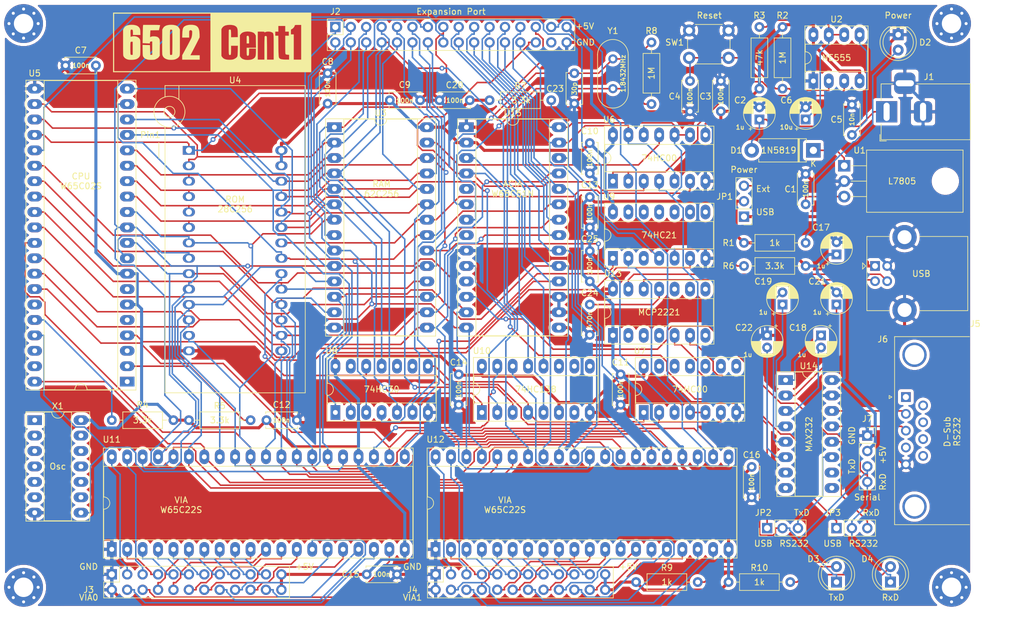
<source format=kicad_pcb>
(kicad_pcb (version 20171130) (host pcbnew "(5.1.10)-1")
  (layers (0 F.Cu signal) (31 B.Cu signal) (34 B.Paste user) (35 F.Paste user) (36 B.SilkS user) (37 F.SilkS user) (38 B.Mask user) (39 F.Mask user) (44 Edge.Cuts user))
  (net 0 "")
  (net 1 GND)
  (net 2 "Net-(C1-Pad1)")
  (net 3 "Net-(C2-Pad1)")
  (net 4 +5V)
  (net 5 "Net-(C4-Pad1)")
  (net 6 "Net-(C5-Pad1)")
  (net 7 "Net-(C6-Pad1)")
  (net 8 "Net-(C18-Pad2)")
  (net 9 "Net-(C18-Pad1)")
  (net 10 "Net-(C19-Pad2)")
  (net 11 "Net-(C19-Pad1)")
  (net 12 "Net-(C21-Pad1)")
  (net 13 "Net-(C22-Pad2)")
  (net 14 "Net-(C23-Pad1)")
  (net 15 "Net-(C24-Pad1)")
  (net 16 "Net-(D1-Pad1)")
  (net 17 "Net-(D2-Pad2)")
  (net 18 "Net-(D3-Pad2)")
  (net 19 "Net-(D3-Pad1)")
  (net 20 "Net-(D4-Pad2)")
  (net 21 "Net-(D4-Pad1)")
  (net 22 ~IRQEXT)
  (net 23 ~RES)
  (net 24 ~EXTSEL)
  (net 25 R~W)
  (net 26 CLK)
  (net 27 D7)
  (net 28 D6)
  (net 29 D5)
  (net 30 D4)
  (net 31 D3)
  (net 32 D2)
  (net 33 D1)
  (net 34 D0)
  (net 35 A15)
  (net 36 A14)
  (net 37 A13)
  (net 38 A12)
  (net 39 A11)
  (net 40 A10)
  (net 41 A9)
  (net 42 A8)
  (net 43 A7)
  (net 44 A6)
  (net 45 A5)
  (net 46 A4)
  (net 47 A3)
  (net 48 A2)
  (net 49 A1)
  (net 50 A0)
  (net 51 "Net-(J3-Pad22)")
  (net 52 "Net-(J3-Pad21)")
  (net 53 "Net-(J3-Pad20)")
  (net 54 "Net-(J3-Pad19)")
  (net 55 "Net-(J3-Pad18)")
  (net 56 "Net-(J3-Pad17)")
  (net 57 "Net-(J3-Pad16)")
  (net 58 "Net-(J3-Pad15)")
  (net 59 "Net-(J3-Pad14)")
  (net 60 "Net-(J3-Pad13)")
  (net 61 "Net-(J3-Pad12)")
  (net 62 "Net-(J3-Pad11)")
  (net 63 "Net-(J3-Pad10)")
  (net 64 "Net-(J3-Pad9)")
  (net 65 "Net-(J3-Pad8)")
  (net 66 "Net-(J3-Pad7)")
  (net 67 "Net-(J3-Pad6)")
  (net 68 "Net-(J3-Pad5)")
  (net 69 "Net-(J3-Pad4)")
  (net 70 "Net-(J3-Pad3)")
  (net 71 "Net-(J4-Pad22)")
  (net 72 "Net-(J4-Pad21)")
  (net 73 "Net-(J4-Pad20)")
  (net 74 "Net-(J4-Pad19)")
  (net 75 "Net-(J4-Pad18)")
  (net 76 "Net-(J4-Pad17)")
  (net 77 "Net-(J4-Pad16)")
  (net 78 "Net-(J4-Pad15)")
  (net 79 "Net-(J4-Pad14)")
  (net 80 "Net-(J4-Pad13)")
  (net 81 "Net-(J4-Pad12)")
  (net 82 "Net-(J4-Pad11)")
  (net 83 "Net-(J4-Pad10)")
  (net 84 "Net-(J4-Pad9)")
  (net 85 "Net-(J4-Pad8)")
  (net 86 "Net-(J4-Pad7)")
  (net 87 "Net-(J4-Pad6)")
  (net 88 "Net-(J4-Pad5)")
  (net 89 "Net-(J4-Pad4)")
  (net 90 "Net-(J4-Pad3)")
  (net 91 "Net-(J5-Pad3)")
  (net 92 "Net-(J5-Pad2)")
  (net 93 USB+5V)
  (net 94 "Net-(J6-Pad3)")
  (net 95 "Net-(J6-Pad2)")
  (net 96 "Net-(JP2-Pad3)")
  (net 97 "Net-(JP2-Pad1)")
  (net 98 "Net-(JP3-Pad3)")
  (net 99 "Net-(JP3-Pad1)")
  (net 100 "Net-(R4-Pad2)")
  (net 101 "Net-(R5-Pad2)")
  (net 102 RESET)
  (net 103 ~WE)
  (net 104 ~OE)
  (net 105 ~RAMSEL)
  (net 106 ~ROMSEL)
  (net 107 ~IRQ)
  (net 108 "Net-(U6-Pad12)")
  (net 109 ~IOSEL)
  (net 110 ~IRQACIA)
  (net 111 ~IRQVIA1)
  (net 112 ~IRQVIA0)
  (net 113 ~VIA0SEL)
  (net 114 ~VIA1SEL)
  (net 115 ~ACIASEL)
  (net 116 "Net-(R8-Pad2)")
  (module logo:logo (layer F.Cu) (at 54.61 26.67)
    (fp_text reference G*** hide)
    (fp_text value LOGO hide)
  )
  (module Connector_BarrelJack:BarrelJack_Horizontal (layer F.Cu) (at 165.735 38.1 180)
    (fp_text reference J1 (at -6.985 5.75 180) (layer F.SilkS))
    (fp_text value "Ext. Power")
    (pad 3 thru_hole roundrect (at -3 4.7 180) (size 3.5 3.5) (drill oval 3 1) (layers *.Cu *.Mask) (net 1 GND))
    (pad 2 thru_hole roundrect (at -6 0 180) (size 3 3.5) (drill oval 1 3) (layers *.Cu *.Mask) (net 1 GND))
    (pad 1 thru_hole rect (at 0 0 180) (size 3.5 3.5) (drill oval 1 3) (layers *.Cu *.Mask) (net 3 "Net-(C2-Pad1)"))
  )
  (module Capacitor_THT:C_Disc_D5.0mm_W2.5mm_P5.00mm (layer F.Cu) (at 160.02 41.91 90)
    (fp_text reference C5 (at 2.54 -2.54 180) (layer F.SilkS))
    (fp_text value 10n)
    (pad 2 thru_hole circle (at 5 0 90) (size 1.6 1.6) (drill 0.8) (layers *.Cu *.Mask) (net 1 GND))
    (pad 1 thru_hole circle (at 0 0 90) (size 1.6 1.6) (drill 0.8) (layers *.Cu *.Mask) (net 6 "Net-(C5-Pad1)"))
  )
  (module Resistor_THT:R_Axial_DIN0207_L6.3mm_D2.5mm_P10.16mm_Horizontal (layer F.Cu) (at 100.33 36.195)
    (fp_text reference R7 (at 5.08 -2.37) (layer F.SilkS))
    (fp_text value 3.3k)
    (pad 2 thru_hole oval (at 10.16 0) (size 1.6 1.6) (drill 0.8) (layers *.Cu *.Mask) (net 110 ~IRQACIA))
    (pad 1 thru_hole circle (at 0 0) (size 1.6 1.6) (drill 0.8) (layers *.Cu *.Mask) (net 4 +5V))
  )
  (module Capacitor_THT:C_Disc_D5.0mm_W2.5mm_P5.00mm (layer F.Cu) (at 152.4 53.34 90)
    (fp_text reference C1 (at 2.5 -2.5 180) (layer F.SilkS))
    (fp_text value 100n)
    (pad 2 thru_hole circle (at 5 0 90) (size 1.6 1.6) (drill 0.8) (layers *.Cu *.Mask) (net 1 GND))
    (pad 1 thru_hole circle (at 0 0 90) (size 1.6 1.6) (drill 0.8) (layers *.Cu *.Mask) (net 2 "Net-(C1-Pad1)"))
  )
  (module Connector_PinHeader_2.54mm:PinHeader_1x03_P2.54mm_Vertical (layer F.Cu) (at 146.05 106.68 90)
    (fp_text reference JP2 (at 2.54 -0.635 180) (layer F.SilkS))
    (fp_text value TXD)
    (pad 1 thru_hole rect (at 0 0 90) (size 1.7 1.7) (drill 1) (layers *.Cu *.Mask) (net 97 "Net-(JP2-Pad1)"))
    (pad 2 thru_hole oval (at 0 2.54 90) (size 1.7 1.7) (drill 1) (layers *.Cu *.Mask) (net 19 "Net-(D3-Pad1)"))
    (pad 3 thru_hole oval (at 0 5.08 90) (size 1.7 1.7) (drill 1) (layers *.Cu *.Mask) (net 96 "Net-(JP2-Pad3)"))
  )
  (module MountingHole:MountingHole_3.2mm_M3_Pad_Via (layer F.Cu) (at 176.43 116.43)
    (fp_text reference H4 hide)
    (fp_text value M2)
    (pad 1 thru_hole circle (at 1.697056 -1.697056) (size 0.8 0.8) (drill 0.5) (layers *.Cu *.Mask))
    (pad 1 thru_hole circle (at 0 -2.4) (size 0.8 0.8) (drill 0.5) (layers *.Cu *.Mask))
    (pad 1 thru_hole circle (at -1.697056 -1.697056) (size 0.8 0.8) (drill 0.5) (layers *.Cu *.Mask))
    (pad 1 thru_hole circle (at -2.4 0) (size 0.8 0.8) (drill 0.5) (layers *.Cu *.Mask))
    (pad 1 thru_hole circle (at -1.697056 1.697056) (size 0.8 0.8) (drill 0.5) (layers *.Cu *.Mask))
    (pad 1 thru_hole circle (at 0 2.4) (size 0.8 0.8) (drill 0.5) (layers *.Cu *.Mask))
    (pad 1 thru_hole circle (at 1.697056 1.697056) (size 0.8 0.8) (drill 0.5) (layers *.Cu *.Mask))
    (pad 1 thru_hole circle (at 2.4 0) (size 0.8 0.8) (drill 0.5) (layers *.Cu *.Mask))
    (pad 1 thru_hole circle (at 0 0) (size 6.4 6.4) (drill 3.2) (layers *.Cu *.Mask))
  )
  (module MountingHole:MountingHole_3.2mm_M3_Pad_Via (layer F.Cu) (at 23.57 116.43)
    (fp_text reference H3 hide)
    (fp_text value M3)
    (pad 1 thru_hole circle (at 1.697056 -1.697056) (size 0.8 0.8) (drill 0.5) (layers *.Cu *.Mask))
    (pad 1 thru_hole circle (at 0 -2.4) (size 0.8 0.8) (drill 0.5) (layers *.Cu *.Mask))
    (pad 1 thru_hole circle (at -1.697056 -1.697056) (size 0.8 0.8) (drill 0.5) (layers *.Cu *.Mask))
    (pad 1 thru_hole circle (at -2.4 0) (size 0.8 0.8) (drill 0.5) (layers *.Cu *.Mask))
    (pad 1 thru_hole circle (at -1.697056 1.697056) (size 0.8 0.8) (drill 0.5) (layers *.Cu *.Mask))
    (pad 1 thru_hole circle (at 0 2.4) (size 0.8 0.8) (drill 0.5) (layers *.Cu *.Mask))
    (pad 1 thru_hole circle (at 1.697056 1.697056) (size 0.8 0.8) (drill 0.5) (layers *.Cu *.Mask))
    (pad 1 thru_hole circle (at 2.4 0) (size 0.8 0.8) (drill 0.5) (layers *.Cu *.Mask))
    (pad 1 thru_hole circle (at 0 0) (size 6.4 6.4) (drill 3.2) (layers *.Cu *.Mask))
  )
  (module MountingHole:MountingHole_3.2mm_M3_Pad_Via (layer F.Cu) (at 176.43 23.57)
    (fp_text reference H2 hide)
    (fp_text value M1)
    (pad 1 thru_hole circle (at 1.697056 -1.697056) (size 0.8 0.8) (drill 0.5) (layers *.Cu *.Mask))
    (pad 1 thru_hole circle (at 0 -2.4) (size 0.8 0.8) (drill 0.5) (layers *.Cu *.Mask))
    (pad 1 thru_hole circle (at -1.697056 -1.697056) (size 0.8 0.8) (drill 0.5) (layers *.Cu *.Mask))
    (pad 1 thru_hole circle (at -2.4 0) (size 0.8 0.8) (drill 0.5) (layers *.Cu *.Mask))
    (pad 1 thru_hole circle (at -1.697056 1.697056) (size 0.8 0.8) (drill 0.5) (layers *.Cu *.Mask))
    (pad 1 thru_hole circle (at 0 2.4) (size 0.8 0.8) (drill 0.5) (layers *.Cu *.Mask))
    (pad 1 thru_hole circle (at 1.697056 1.697056) (size 0.8 0.8) (drill 0.5) (layers *.Cu *.Mask))
    (pad 1 thru_hole circle (at 2.4 0) (size 0.8 0.8) (drill 0.5) (layers *.Cu *.Mask))
    (pad 1 thru_hole circle (at 0 0) (size 6.4 6.4) (drill 3.2) (layers *.Cu *.Mask))
  )
  (module MountingHole:MountingHole_3.2mm_M3_Pad_Via (layer F.Cu) (at 23.57 23.57)
    (fp_text reference H1 hide)
    (fp_text value M0)
    (pad 1 thru_hole circle (at 1.697056 -1.697056) (size 0.8 0.8) (drill 0.5) (layers *.Cu *.Mask))
    (pad 1 thru_hole circle (at 0 -2.4) (size 0.8 0.8) (drill 0.5) (layers *.Cu *.Mask))
    (pad 1 thru_hole circle (at -1.697056 -1.697056) (size 0.8 0.8) (drill 0.5) (layers *.Cu *.Mask))
    (pad 1 thru_hole circle (at -2.4 0) (size 0.8 0.8) (drill 0.5) (layers *.Cu *.Mask))
    (pad 1 thru_hole circle (at -1.697056 1.697056) (size 0.8 0.8) (drill 0.5) (layers *.Cu *.Mask))
    (pad 1 thru_hole circle (at 0 2.4) (size 0.8 0.8) (drill 0.5) (layers *.Cu *.Mask))
    (pad 1 thru_hole circle (at 1.697056 1.697056) (size 0.8 0.8) (drill 0.5) (layers *.Cu *.Mask))
    (pad 1 thru_hole circle (at 2.4 0) (size 0.8 0.8) (drill 0.5) (layers *.Cu *.Mask))
    (pad 1 thru_hole circle (at 0 0) (size 6.4 6.4) (drill 3.2) (layers *.Cu *.Mask))
  )
  (module Connector_PinSocket_2.54mm:PinSocket_1x04_P2.54mm_Vertical (layer F.Cu) (at 162.56 91.44)
    (fp_text reference J7 (at 0 -2.77) (layer F.SilkS))
    (fp_text value Serial)
    (pad 4 thru_hole oval (at 0 7.62) (size 1.7 1.7) (drill 1) (layers *.Cu *.Mask) (net 21 "Net-(D4-Pad1)"))
    (pad 3 thru_hole oval (at 0 5.08) (size 1.7 1.7) (drill 1) (layers *.Cu *.Mask) (net 19 "Net-(D3-Pad1)"))
    (pad 2 thru_hole oval (at 0 2.54) (size 1.7 1.7) (drill 1) (layers *.Cu *.Mask) (net 4 +5V))
    (pad 1 thru_hole rect (at 0 0) (size 1.7 1.7) (drill 1) (layers *.Cu *.Mask) (net 1 GND))
  )
  (module Package_DIP:DIP-40_W15.24mm_Socket_LongPads (layer F.Cu) (at 38.1 110.175 90)
    (fp_text reference U11 (at 18.1 0 180) (layer F.SilkS))
    (fp_text value W65C22S)
    (pad 1 thru_hole rect (at 0 0 90) (size 2.4 1.6) (drill 0.8) (layers *.Cu *.Mask) (net 1 GND))
    (pad 21 thru_hole oval (at 15.24 48.26 90) (size 2.4 1.6) (drill 0.8) (layers *.Cu *.Mask) (net 112 ~IRQVIA0))
    (pad 2 thru_hole oval (at 0 2.54 90) (size 2.4 1.6) (drill 0.8) (layers *.Cu *.Mask) (net 66 "Net-(J3-Pad7)"))
    (pad 22 thru_hole oval (at 15.24 45.72 90) (size 2.4 1.6) (drill 0.8) (layers *.Cu *.Mask) (net 25 R~W))
    (pad 3 thru_hole oval (at 0 5.08 90) (size 2.4 1.6) (drill 0.8) (layers *.Cu *.Mask) (net 64 "Net-(J3-Pad9)"))
    (pad 23 thru_hole oval (at 15.24 43.18 90) (size 2.4 1.6) (drill 0.8) (layers *.Cu *.Mask) (net 113 ~VIA0SEL))
    (pad 4 thru_hole oval (at 0 7.62 90) (size 2.4 1.6) (drill 0.8) (layers *.Cu *.Mask) (net 62 "Net-(J3-Pad11)"))
    (pad 24 thru_hole oval (at 15.24 40.64 90) (size 2.4 1.6) (drill 0.8) (layers *.Cu *.Mask) (net 4 +5V))
    (pad 5 thru_hole oval (at 0 10.16 90) (size 2.4 1.6) (drill 0.8) (layers *.Cu *.Mask) (net 60 "Net-(J3-Pad13)"))
    (pad 25 thru_hole oval (at 15.24 38.1 90) (size 2.4 1.6) (drill 0.8) (layers *.Cu *.Mask) (net 26 CLK))
    (pad 6 thru_hole oval (at 0 12.7 90) (size 2.4 1.6) (drill 0.8) (layers *.Cu *.Mask) (net 58 "Net-(J3-Pad15)"))
    (pad 26 thru_hole oval (at 15.24 35.56 90) (size 2.4 1.6) (drill 0.8) (layers *.Cu *.Mask) (net 27 D7))
    (pad 7 thru_hole oval (at 0 15.24 90) (size 2.4 1.6) (drill 0.8) (layers *.Cu *.Mask) (net 56 "Net-(J3-Pad17)"))
    (pad 27 thru_hole oval (at 15.24 33.02 90) (size 2.4 1.6) (drill 0.8) (layers *.Cu *.Mask) (net 28 D6))
    (pad 8 thru_hole oval (at 0 17.78 90) (size 2.4 1.6) (drill 0.8) (layers *.Cu *.Mask) (net 54 "Net-(J3-Pad19)"))
    (pad 28 thru_hole oval (at 15.24 30.48 90) (size 2.4 1.6) (drill 0.8) (layers *.Cu *.Mask) (net 29 D5))
    (pad 9 thru_hole oval (at 0 20.32 90) (size 2.4 1.6) (drill 0.8) (layers *.Cu *.Mask) (net 52 "Net-(J3-Pad21)"))
    (pad 29 thru_hole oval (at 15.24 27.94 90) (size 2.4 1.6) (drill 0.8) (layers *.Cu *.Mask) (net 30 D4))
    (pad 10 thru_hole oval (at 0 22.86 90) (size 2.4 1.6) (drill 0.8) (layers *.Cu *.Mask) (net 65 "Net-(J3-Pad8)"))
    (pad 30 thru_hole oval (at 15.24 25.4 90) (size 2.4 1.6) (drill 0.8) (layers *.Cu *.Mask) (net 31 D3))
    (pad 11 thru_hole oval (at 0 25.4 90) (size 2.4 1.6) (drill 0.8) (layers *.Cu *.Mask) (net 63 "Net-(J3-Pad10)"))
    (pad 31 thru_hole oval (at 15.24 22.86 90) (size 2.4 1.6) (drill 0.8) (layers *.Cu *.Mask) (net 32 D2))
    (pad 12 thru_hole oval (at 0 27.94 90) (size 2.4 1.6) (drill 0.8) (layers *.Cu *.Mask) (net 61 "Net-(J3-Pad12)"))
    (pad 32 thru_hole oval (at 15.24 20.32 90) (size 2.4 1.6) (drill 0.8) (layers *.Cu *.Mask) (net 33 D1))
    (pad 13 thru_hole oval (at 0 30.48 90) (size 2.4 1.6) (drill 0.8) (layers *.Cu *.Mask) (net 59 "Net-(J3-Pad14)"))
    (pad 33 thru_hole oval (at 15.24 17.78 90) (size 2.4 1.6) (drill 0.8) (layers *.Cu *.Mask) (net 34 D0))
    (pad 14 thru_hole oval (at 0 33.02 90) (size 2.4 1.6) (drill 0.8) (layers *.Cu *.Mask) (net 57 "Net-(J3-Pad16)"))
    (pad 34 thru_hole oval (at 15.24 15.24 90) (size 2.4 1.6) (drill 0.8) (layers *.Cu *.Mask) (net 23 ~RES))
    (pad 15 thru_hole oval (at 0 35.56 90) (size 2.4 1.6) (drill 0.8) (layers *.Cu *.Mask) (net 55 "Net-(J3-Pad18)"))
    (pad 35 thru_hole oval (at 15.24 12.7 90) (size 2.4 1.6) (drill 0.8) (layers *.Cu *.Mask) (net 47 A3))
    (pad 16 thru_hole oval (at 0 38.1 90) (size 2.4 1.6) (drill 0.8) (layers *.Cu *.Mask) (net 53 "Net-(J3-Pad20)"))
    (pad 36 thru_hole oval (at 15.24 10.16 90) (size 2.4 1.6) (drill 0.8) (layers *.Cu *.Mask) (net 48 A2))
    (pad 17 thru_hole oval (at 0 40.64 90) (size 2.4 1.6) (drill 0.8) (layers *.Cu *.Mask) (net 51 "Net-(J3-Pad22)"))
    (pad 37 thru_hole oval (at 15.24 7.62 90) (size 2.4 1.6) (drill 0.8) (layers *.Cu *.Mask) (net 49 A1))
    (pad 18 thru_hole oval (at 0 43.18 90) (size 2.4 1.6) (drill 0.8) (layers *.Cu *.Mask) (net 69 "Net-(J3-Pad4)"))
    (pad 38 thru_hole oval (at 15.24 5.08 90) (size 2.4 1.6) (drill 0.8) (layers *.Cu *.Mask) (net 50 A0))
    (pad 19 thru_hole oval (at 0 45.72 90) (size 2.4 1.6) (drill 0.8) (layers *.Cu *.Mask) (net 67 "Net-(J3-Pad6)"))
    (pad 39 thru_hole oval (at 15.24 2.54 90) (size 2.4 1.6) (drill 0.8) (layers *.Cu *.Mask) (net 68 "Net-(J3-Pad5)"))
    (pad 20 thru_hole oval (at 0 48.26 90) (size 2.4 1.6) (drill 0.8) (layers *.Cu *.Mask) (net 4 +5V))
    (pad 40 thru_hole oval (at 15.24 0 90) (size 2.4 1.6) (drill 0.8) (layers *.Cu *.Mask) (net 70 "Net-(J3-Pad3)"))
  )
  (module Connector_PinSocket_2.54mm:PinSocket_2x12_P2.54mm_Vertical (layer F.Cu) (at 38.1 114.3 90)
    (fp_text reference J3 (at -2.54 -3.81 180) (layer F.SilkS))
    (fp_text value VIA0)
    (pad 1 thru_hole rect (at 0 0 90) (size 1.7 1.7) (drill 1) (layers *.Cu *.Mask) (net 1 GND))
    (pad 2 thru_hole oval (at -2.54 0 90) (size 1.7 1.7) (drill 1) (layers *.Cu *.Mask) (net 1 GND))
    (pad 3 thru_hole oval (at 0 2.54 90) (size 1.7 1.7) (drill 1) (layers *.Cu *.Mask) (net 70 "Net-(J3-Pad3)"))
    (pad 4 thru_hole oval (at -2.54 2.54 90) (size 1.7 1.7) (drill 1) (layers *.Cu *.Mask) (net 69 "Net-(J3-Pad4)"))
    (pad 5 thru_hole oval (at 0 5.08 90) (size 1.7 1.7) (drill 1) (layers *.Cu *.Mask) (net 68 "Net-(J3-Pad5)"))
    (pad 6 thru_hole oval (at -2.54 5.08 90) (size 1.7 1.7) (drill 1) (layers *.Cu *.Mask) (net 67 "Net-(J3-Pad6)"))
    (pad 7 thru_hole oval (at 0 7.62 90) (size 1.7 1.7) (drill 1) (layers *.Cu *.Mask) (net 66 "Net-(J3-Pad7)"))
    (pad 8 thru_hole oval (at -2.54 7.62 90) (size 1.7 1.7) (drill 1) (layers *.Cu *.Mask) (net 65 "Net-(J3-Pad8)"))
    (pad 9 thru_hole oval (at 0 10.16 90) (size 1.7 1.7) (drill 1) (layers *.Cu *.Mask) (net 64 "Net-(J3-Pad9)"))
    (pad 10 thru_hole oval (at -2.54 10.16 90) (size 1.7 1.7) (drill 1) (layers *.Cu *.Mask) (net 63 "Net-(J3-Pad10)"))
    (pad 11 thru_hole oval (at 0 12.7 90) (size 1.7 1.7) (drill 1) (layers *.Cu *.Mask) (net 62 "Net-(J3-Pad11)"))
    (pad 12 thru_hole oval (at -2.54 12.7 90) (size 1.7 1.7) (drill 1) (layers *.Cu *.Mask) (net 61 "Net-(J3-Pad12)"))
    (pad 13 thru_hole oval (at 0 15.24 90) (size 1.7 1.7) (drill 1) (layers *.Cu *.Mask) (net 60 "Net-(J3-Pad13)"))
    (pad 14 thru_hole oval (at -2.54 15.24 90) (size 1.7 1.7) (drill 1) (layers *.Cu *.Mask) (net 59 "Net-(J3-Pad14)"))
    (pad 15 thru_hole oval (at 0 17.78 90) (size 1.7 1.7) (drill 1) (layers *.Cu *.Mask) (net 58 "Net-(J3-Pad15)"))
    (pad 16 thru_hole oval (at -2.54 17.78 90) (size 1.7 1.7) (drill 1) (layers *.Cu *.Mask) (net 57 "Net-(J3-Pad16)"))
    (pad 17 thru_hole oval (at 0 20.32 90) (size 1.7 1.7) (drill 1) (layers *.Cu *.Mask) (net 56 "Net-(J3-Pad17)"))
    (pad 18 thru_hole oval (at -2.54 20.32 90) (size 1.7 1.7) (drill 1) (layers *.Cu *.Mask) (net 55 "Net-(J3-Pad18)"))
    (pad 19 thru_hole oval (at 0 22.86 90) (size 1.7 1.7) (drill 1) (layers *.Cu *.Mask) (net 54 "Net-(J3-Pad19)"))
    (pad 20 thru_hole oval (at -2.54 22.86 90) (size 1.7 1.7) (drill 1) (layers *.Cu *.Mask) (net 53 "Net-(J3-Pad20)"))
    (pad 21 thru_hole oval (at 0 25.4 90) (size 1.7 1.7) (drill 1) (layers *.Cu *.Mask) (net 52 "Net-(J3-Pad21)"))
    (pad 22 thru_hole oval (at -2.54 25.4 90) (size 1.7 1.7) (drill 1) (layers *.Cu *.Mask) (net 51 "Net-(J3-Pad22)"))
    (pad 23 thru_hole oval (at 0 27.94 90) (size 1.7 1.7) (drill 1) (layers *.Cu *.Mask) (net 4 +5V))
    (pad 24 thru_hole oval (at -2.54 27.94 90) (size 1.7 1.7) (drill 1) (layers *.Cu *.Mask) (net 4 +5V))
  )
  (module Connector_Dsub:DSUB-9_Female_Horizontal_P2.77x2.84mm_EdgePinOffset7.70mm_Housed_MountingHolesOffset9.12mm (layer F.Cu) (at 168.91 85.09 90)
    (fp_text reference J6 (at 9.525 -3.81 180) (layer F.SilkS))
    (fp_text value RS232)
    (pad 0 thru_hole circle (at 6.96 1.42 90) (size 4 4) (drill 3.2) (layers *.Cu *.Mask))
    (pad 0 thru_hole circle (at -18.04 1.42 90) (size 4 4) (drill 3.2) (layers *.Cu *.Mask))
    (pad 9 thru_hole circle (at -9.695 2.84 90) (size 1.6 1.6) (drill 1) (layers *.Cu *.Mask))
    (pad 8 thru_hole circle (at -6.925 2.84 90) (size 1.6 1.6) (drill 1) (layers *.Cu *.Mask))
    (pad 7 thru_hole circle (at -4.155 2.84 90) (size 1.6 1.6) (drill 1) (layers *.Cu *.Mask))
    (pad 6 thru_hole circle (at -1.385 2.84 90) (size 1.6 1.6) (drill 1) (layers *.Cu *.Mask))
    (pad 5 thru_hole circle (at -11.08 0 90) (size 1.6 1.6) (drill 1) (layers *.Cu *.Mask) (net 1 GND))
    (pad 4 thru_hole circle (at -8.31 0 90) (size 1.6 1.6) (drill 1) (layers *.Cu *.Mask))
    (pad 3 thru_hole circle (at -5.54 0 90) (size 1.6 1.6) (drill 1) (layers *.Cu *.Mask) (net 94 "Net-(J6-Pad3)"))
    (pad 2 thru_hole circle (at -2.77 0 90) (size 1.6 1.6) (drill 1) (layers *.Cu *.Mask) (net 95 "Net-(J6-Pad2)"))
    (pad 1 thru_hole rect (at 0 0 90) (size 1.6 1.6) (drill 1) (layers *.Cu *.Mask))
  )
  (module Package_DIP:DIP-8_W7.62mm_Socket_LongPads (layer F.Cu) (at 153.67 33.02 90)
    (fp_text reference U2 (at 10.16 3.81 180) (layer F.SilkS))
    (fp_text value NE555)
    (pad 8 thru_hole oval (at 7.62 0 90) (size 2.4 1.6) (drill 0.8) (layers *.Cu *.Mask) (net 4 +5V))
    (pad 4 thru_hole oval (at 0 7.62 90) (size 2.4 1.6) (drill 0.8) (layers *.Cu *.Mask) (net 4 +5V))
    (pad 7 thru_hole oval (at 7.62 2.54 90) (size 2.4 1.6) (drill 0.8) (layers *.Cu *.Mask) (net 7 "Net-(C6-Pad1)"))
    (pad 3 thru_hole oval (at 0 5.08 90) (size 2.4 1.6) (drill 0.8) (layers *.Cu *.Mask) (net 102 RESET))
    (pad 6 thru_hole oval (at 7.62 5.08 90) (size 2.4 1.6) (drill 0.8) (layers *.Cu *.Mask) (net 7 "Net-(C6-Pad1)"))
    (pad 2 thru_hole oval (at 0 2.54 90) (size 2.4 1.6) (drill 0.8) (layers *.Cu *.Mask) (net 5 "Net-(C4-Pad1)"))
    (pad 5 thru_hole oval (at 7.62 7.62 90) (size 2.4 1.6) (drill 0.8) (layers *.Cu *.Mask) (net 6 "Net-(C5-Pad1)"))
    (pad 1 thru_hole rect (at 0 0 90) (size 2.4 1.6) (drill 0.8) (layers *.Cu *.Mask) (net 1 GND))
  )
  (module Socket:DIP_Socket-28_W11.9_W12.7_W15.24_W17.78_W18.5_3M_228-1277-00-0602J (layer F.Cu) (at 50.8 44.45)
    (fp_text reference U4 (at 7.62 -11.56) (layer F.SilkS))
    (fp_text value 28C256)
    (pad 15 thru_hole oval (at 15.24 33.02) (size 2 1.44) (drill 1) (layers *.Cu *.Mask) (net 31 D3))
    (pad 14 thru_hole oval (at 0 33.02) (size 2 1.44) (drill 1) (layers *.Cu *.Mask) (net 1 GND))
    (pad 16 thru_hole oval (at 15.24 30.48) (size 2 1.44) (drill 1) (layers *.Cu *.Mask) (net 30 D4))
    (pad 13 thru_hole oval (at 0 30.48) (size 2 1.44) (drill 1) (layers *.Cu *.Mask) (net 32 D2))
    (pad 17 thru_hole oval (at 15.24 27.94) (size 2 1.44) (drill 1) (layers *.Cu *.Mask) (net 29 D5))
    (pad 12 thru_hole oval (at 0 27.94) (size 2 1.44) (drill 1) (layers *.Cu *.Mask) (net 33 D1))
    (pad 18 thru_hole oval (at 15.24 25.4) (size 2 1.44) (drill 1) (layers *.Cu *.Mask) (net 28 D6))
    (pad 11 thru_hole oval (at 0 25.4) (size 2 1.44) (drill 1) (layers *.Cu *.Mask) (net 34 D0))
    (pad 19 thru_hole oval (at 15.24 22.86) (size 2 1.44) (drill 1) (layers *.Cu *.Mask) (net 27 D7))
    (pad 10 thru_hole oval (at 0 22.86) (size 2 1.44) (drill 1) (layers *.Cu *.Mask) (net 50 A0))
    (pad 20 thru_hole oval (at 15.24 20.32) (size 2 1.44) (drill 1) (layers *.Cu *.Mask) (net 106 ~ROMSEL))
    (pad 9 thru_hole oval (at 0 20.32) (size 2 1.44) (drill 1) (layers *.Cu *.Mask) (net 49 A1))
    (pad 21 thru_hole oval (at 15.24 17.78) (size 2 1.44) (drill 1) (layers *.Cu *.Mask) (net 40 A10))
    (pad 8 thru_hole oval (at 0 17.78) (size 2 1.44) (drill 1) (layers *.Cu *.Mask) (net 48 A2))
    (pad 22 thru_hole oval (at 15.24 15.24) (size 2 1.44) (drill 1) (layers *.Cu *.Mask) (net 104 ~OE))
    (pad 7 thru_hole oval (at 0 15.24) (size 2 1.44) (drill 1) (layers *.Cu *.Mask) (net 47 A3))
    (pad 23 thru_hole oval (at 15.24 12.7) (size 2 1.44) (drill 1) (layers *.Cu *.Mask) (net 39 A11))
    (pad 6 thru_hole oval (at 0 12.7) (size 2 1.44) (drill 1) (layers *.Cu *.Mask) (net 46 A4))
    (pad 24 thru_hole oval (at 15.24 10.16) (size 2 1.44) (drill 1) (layers *.Cu *.Mask) (net 41 A9))
    (pad 5 thru_hole oval (at 0 10.16) (size 2 1.44) (drill 1) (layers *.Cu *.Mask) (net 45 A5))
    (pad 25 thru_hole oval (at 15.24 7.62) (size 2 1.44) (drill 1) (layers *.Cu *.Mask) (net 42 A8))
    (pad 4 thru_hole oval (at 0 7.62) (size 2 1.44) (drill 1) (layers *.Cu *.Mask) (net 44 A6))
    (pad 26 thru_hole oval (at 15.24 5.08) (size 2 1.44) (drill 1) (layers *.Cu *.Mask) (net 37 A13))
    (pad 3 thru_hole oval (at 0 5.08) (size 2 1.44) (drill 1) (layers *.Cu *.Mask) (net 43 A7))
    (pad 27 thru_hole oval (at 15.24 2.54) (size 2 1.44) (drill 1) (layers *.Cu *.Mask) (net 4 +5V))
    (pad 2 thru_hole oval (at 0 2.54) (size 2 1.44) (drill 1) (layers *.Cu *.Mask) (net 38 A12))
    (pad 28 thru_hole oval (at 15.24 0) (size 2 1.44) (drill 1) (layers *.Cu *.Mask) (net 4 +5V))
    (pad 1 thru_hole rect (at 0 0) (size 2 1.44) (drill 1) (layers *.Cu *.Mask) (net 36 A14))
  )
  (module Crystal:Crystal_HC18-U_Vertical (layer F.Cu) (at 120.65 34.29 90)
    (fp_text reference Y1 (at 9.525 0 180) (layer F.SilkS))
    (fp_text value 1.8432MHz)
    (pad 2 thru_hole circle (at 4.9 0 90) (size 1.5 1.5) (drill 0.8) (layers *.Cu *.Mask) (net 14 "Net-(C23-Pad1)"))
    (pad 1 thru_hole circle (at 0 0 90) (size 1.5 1.5) (drill 0.8) (layers *.Cu *.Mask) (net 116 "Net-(R8-Pad2)"))
  )
  (module Package_DIP:DIP-14_W7.62mm_Socket_LongPads (layer F.Cu) (at 25.4 88.9)
    (fp_text reference X1 (at 3.81 -2.33) (layer F.SilkS))
    (fp_text value 1MHz)
    (pad 14 thru_hole oval (at 7.62 0) (size 2.4 1.6) (drill 0.8) (layers *.Cu *.Mask) (net 4 +5V))
    (pad 7 thru_hole oval (at 0 15.24) (size 2.4 1.6) (drill 0.8) (layers *.Cu *.Mask) (net 1 GND))
    (pad 13 thru_hole oval (at 7.62 2.54) (size 2.4 1.6) (drill 0.8) (layers *.Cu *.Mask))
    (pad 6 thru_hole oval (at 0 12.7) (size 2.4 1.6) (drill 0.8) (layers *.Cu *.Mask))
    (pad 12 thru_hole oval (at 7.62 5.08) (size 2.4 1.6) (drill 0.8) (layers *.Cu *.Mask))
    (pad 5 thru_hole oval (at 0 10.16) (size 2.4 1.6) (drill 0.8) (layers *.Cu *.Mask))
    (pad 11 thru_hole oval (at 7.62 7.62) (size 2.4 1.6) (drill 0.8) (layers *.Cu *.Mask))
    (pad 4 thru_hole oval (at 0 7.62) (size 2.4 1.6) (drill 0.8) (layers *.Cu *.Mask))
    (pad 10 thru_hole oval (at 7.62 10.16) (size 2.4 1.6) (drill 0.8) (layers *.Cu *.Mask))
    (pad 3 thru_hole oval (at 0 5.08) (size 2.4 1.6) (drill 0.8) (layers *.Cu *.Mask))
    (pad 9 thru_hole oval (at 7.62 12.7) (size 2.4 1.6) (drill 0.8) (layers *.Cu *.Mask))
    (pad 2 thru_hole oval (at 0 2.54) (size 2.4 1.6) (drill 0.8) (layers *.Cu *.Mask))
    (pad 8 thru_hole oval (at 7.62 15.24) (size 2.4 1.6) (drill 0.8) (layers *.Cu *.Mask) (net 26 CLK))
    (pad 1 thru_hole rect (at 0 0) (size 2.4 1.6) (drill 0.8) (layers *.Cu *.Mask))
  )
  (module Package_DIP:DIP-28_W15.24mm_Socket_LongPads (layer F.Cu) (at 96.52 40.64)
    (fp_text reference U15 (at 7.62 -2.33) (layer F.SilkS))
    (fp_text value W65C51N)
    (pad 28 thru_hole oval (at 15.24 0) (size 2.4 1.6) (drill 0.8) (layers *.Cu *.Mask) (net 25 R~W))
    (pad 14 thru_hole oval (at 0 33.02) (size 2.4 1.6) (drill 0.8) (layers *.Cu *.Mask) (net 49 A1))
    (pad 27 thru_hole oval (at 15.24 2.54) (size 2.4 1.6) (drill 0.8) (layers *.Cu *.Mask) (net 26 CLK))
    (pad 13 thru_hole oval (at 0 30.48) (size 2.4 1.6) (drill 0.8) (layers *.Cu *.Mask) (net 50 A0))
    (pad 26 thru_hole oval (at 15.24 5.08) (size 2.4 1.6) (drill 0.8) (layers *.Cu *.Mask) (net 110 ~IRQACIA))
    (pad 12 thru_hole oval (at 0 27.94) (size 2.4 1.6) (drill 0.8) (layers *.Cu *.Mask) (net 21 "Net-(D4-Pad1)"))
    (pad 25 thru_hole oval (at 15.24 7.62) (size 2.4 1.6) (drill 0.8) (layers *.Cu *.Mask) (net 27 D7))
    (pad 11 thru_hole oval (at 0 25.4) (size 2.4 1.6) (drill 0.8) (layers *.Cu *.Mask))
    (pad 24 thru_hole oval (at 15.24 10.16) (size 2.4 1.6) (drill 0.8) (layers *.Cu *.Mask) (net 28 D6))
    (pad 10 thru_hole oval (at 0 22.86) (size 2.4 1.6) (drill 0.8) (layers *.Cu *.Mask) (net 19 "Net-(D3-Pad1)"))
    (pad 23 thru_hole oval (at 15.24 12.7) (size 2.4 1.6) (drill 0.8) (layers *.Cu *.Mask) (net 29 D5))
    (pad 9 thru_hole oval (at 0 20.32) (size 2.4 1.6) (drill 0.8) (layers *.Cu *.Mask) (net 1 GND))
    (pad 22 thru_hole oval (at 15.24 15.24) (size 2.4 1.6) (drill 0.8) (layers *.Cu *.Mask) (net 30 D4))
    (pad 8 thru_hole oval (at 0 17.78) (size 2.4 1.6) (drill 0.8) (layers *.Cu *.Mask))
    (pad 21 thru_hole oval (at 15.24 17.78) (size 2.4 1.6) (drill 0.8) (layers *.Cu *.Mask) (net 31 D3))
    (pad 7 thru_hole oval (at 0 15.24) (size 2.4 1.6) (drill 0.8) (layers *.Cu *.Mask) (net 116 "Net-(R8-Pad2)"))
    (pad 20 thru_hole oval (at 15.24 20.32) (size 2.4 1.6) (drill 0.8) (layers *.Cu *.Mask) (net 32 D2))
    (pad 6 thru_hole oval (at 0 12.7) (size 2.4 1.6) (drill 0.8) (layers *.Cu *.Mask) (net 14 "Net-(C23-Pad1)"))
    (pad 19 thru_hole oval (at 15.24 22.86) (size 2.4 1.6) (drill 0.8) (layers *.Cu *.Mask) (net 33 D1))
    (pad 5 thru_hole oval (at 0 10.16) (size 2.4 1.6) (drill 0.8) (layers *.Cu *.Mask))
    (pad 18 thru_hole oval (at 15.24 25.4) (size 2.4 1.6) (drill 0.8) (layers *.Cu *.Mask) (net 34 D0))
    (pad 4 thru_hole oval (at 0 7.62) (size 2.4 1.6) (drill 0.8) (layers *.Cu *.Mask) (net 23 ~RES))
    (pad 17 thru_hole oval (at 15.24 27.94) (size 2.4 1.6) (drill 0.8) (layers *.Cu *.Mask) (net 1 GND))
    (pad 3 thru_hole oval (at 0 5.08) (size 2.4 1.6) (drill 0.8) (layers *.Cu *.Mask) (net 115 ~ACIASEL))
    (pad 16 thru_hole oval (at 15.24 30.48) (size 2.4 1.6) (drill 0.8) (layers *.Cu *.Mask) (net 1 GND))
    (pad 2 thru_hole oval (at 0 2.54) (size 2.4 1.6) (drill 0.8) (layers *.Cu *.Mask) (net 4 +5V))
    (pad 15 thru_hole oval (at 15.24 33.02) (size 2.4 1.6) (drill 0.8) (layers *.Cu *.Mask) (net 4 +5V))
    (pad 1 thru_hole rect (at 0 0) (size 2.4 1.6) (drill 0.8) (layers *.Cu *.Mask) (net 1 GND))
  )
  (module Package_DIP:DIP-16_W7.62mm_Socket_LongPads (layer F.Cu) (at 149.098 82.296)
    (fp_text reference U14 (at 3.81 -2.33) (layer F.SilkS))
    (fp_text value MAX232)
    (pad 16 thru_hole oval (at 7.62 0) (size 2.4 1.6) (drill 0.8) (layers *.Cu *.Mask) (net 4 +5V))
    (pad 8 thru_hole oval (at 0 17.78) (size 2.4 1.6) (drill 0.8) (layers *.Cu *.Mask))
    (pad 15 thru_hole oval (at 7.62 2.54) (size 2.4 1.6) (drill 0.8) (layers *.Cu *.Mask) (net 1 GND))
    (pad 7 thru_hole oval (at 0 15.24) (size 2.4 1.6) (drill 0.8) (layers *.Cu *.Mask))
    (pad 14 thru_hole oval (at 7.62 5.08) (size 2.4 1.6) (drill 0.8) (layers *.Cu *.Mask) (net 95 "Net-(J6-Pad2)"))
    (pad 6 thru_hole oval (at 0 12.7) (size 2.4 1.6) (drill 0.8) (layers *.Cu *.Mask) (net 13 "Net-(C22-Pad2)"))
    (pad 13 thru_hole oval (at 7.62 7.62) (size 2.4 1.6) (drill 0.8) (layers *.Cu *.Mask) (net 94 "Net-(J6-Pad3)"))
    (pad 5 thru_hole oval (at 0 10.16) (size 2.4 1.6) (drill 0.8) (layers *.Cu *.Mask) (net 10 "Net-(C19-Pad2)"))
    (pad 12 thru_hole oval (at 7.62 10.16) (size 2.4 1.6) (drill 0.8) (layers *.Cu *.Mask) (net 98 "Net-(JP3-Pad3)"))
    (pad 4 thru_hole oval (at 0 7.62) (size 2.4 1.6) (drill 0.8) (layers *.Cu *.Mask) (net 11 "Net-(C19-Pad1)"))
    (pad 11 thru_hole oval (at 7.62 12.7) (size 2.4 1.6) (drill 0.8) (layers *.Cu *.Mask) (net 96 "Net-(JP2-Pad3)"))
    (pad 3 thru_hole oval (at 0 5.08) (size 2.4 1.6) (drill 0.8) (layers *.Cu *.Mask) (net 8 "Net-(C18-Pad2)"))
    (pad 10 thru_hole oval (at 7.62 15.24) (size 2.4 1.6) (drill 0.8) (layers *.Cu *.Mask))
    (pad 2 thru_hole oval (at 0 2.54) (size 2.4 1.6) (drill 0.8) (layers *.Cu *.Mask) (net 12 "Net-(C21-Pad1)"))
    (pad 9 thru_hole oval (at 7.62 17.78) (size 2.4 1.6) (drill 0.8) (layers *.Cu *.Mask))
    (pad 1 thru_hole rect (at 0 0) (size 2.4 1.6) (drill 0.8) (layers *.Cu *.Mask) (net 9 "Net-(C18-Pad1)"))
  )
  (module Package_DIP:DIP-14_W7.62mm_Socket_LongPads (layer F.Cu) (at 120.65 74.93 90)
    (fp_text reference U13 (at 10.16 0 180) (layer F.SilkS))
    (fp_text value MCP2221)
    (pad 14 thru_hole oval (at 7.62 0 90) (size 2.4 1.6) (drill 0.8) (layers *.Cu *.Mask) (net 1 GND))
    (pad 7 thru_hole oval (at 0 15.24 90) (size 2.4 1.6) (drill 0.8) (layers *.Cu *.Mask))
    (pad 13 thru_hole oval (at 7.62 2.54 90) (size 2.4 1.6) (drill 0.8) (layers *.Cu *.Mask) (net 91 "Net-(J5-Pad3)"))
    (pad 6 thru_hole oval (at 0 12.7 90) (size 2.4 1.6) (drill 0.8) (layers *.Cu *.Mask) (net 99 "Net-(JP3-Pad1)"))
    (pad 12 thru_hole oval (at 7.62 5.08 90) (size 2.4 1.6) (drill 0.8) (layers *.Cu *.Mask) (net 92 "Net-(J5-Pad2)"))
    (pad 5 thru_hole oval (at 0 10.16 90) (size 2.4 1.6) (drill 0.8) (layers *.Cu *.Mask) (net 97 "Net-(JP2-Pad1)"))
    (pad 11 thru_hole oval (at 7.62 7.62 90) (size 2.4 1.6) (drill 0.8) (layers *.Cu *.Mask) (net 15 "Net-(C24-Pad1)"))
    (pad 4 thru_hole oval (at 0 7.62 90) (size 2.4 1.6) (drill 0.8) (layers *.Cu *.Mask))
    (pad 10 thru_hole oval (at 7.62 10.16 90) (size 2.4 1.6) (drill 0.8) (layers *.Cu *.Mask))
    (pad 3 thru_hole oval (at 0 5.08 90) (size 2.4 1.6) (drill 0.8) (layers *.Cu *.Mask))
    (pad 9 thru_hole oval (at 7.62 12.7 90) (size 2.4 1.6) (drill 0.8) (layers *.Cu *.Mask))
    (pad 2 thru_hole oval (at 0 2.54 90) (size 2.4 1.6) (drill 0.8) (layers *.Cu *.Mask))
    (pad 8 thru_hole oval (at 7.62 15.24 90) (size 2.4 1.6) (drill 0.8) (layers *.Cu *.Mask))
    (pad 1 thru_hole rect (at 0 0 90) (size 2.4 1.6) (drill 0.8) (layers *.Cu *.Mask) (net 4 +5V))
  )
  (module Package_DIP:DIP-40_W15.24mm_Socket_LongPads (layer F.Cu) (at 91.44 110.175 90)
    (fp_text reference U12 (at 18.1 0 180) (layer F.SilkS))
    (fp_text value W65C22S)
    (pad 1 thru_hole rect (at 0 0 90) (size 2.4 1.6) (drill 0.8) (layers *.Cu *.Mask) (net 1 GND))
    (pad 21 thru_hole oval (at 15.24 48.26 90) (size 2.4 1.6) (drill 0.8) (layers *.Cu *.Mask) (net 111 ~IRQVIA1))
    (pad 2 thru_hole oval (at 0 2.54 90) (size 2.4 1.6) (drill 0.8) (layers *.Cu *.Mask) (net 86 "Net-(J4-Pad7)"))
    (pad 22 thru_hole oval (at 15.24 45.72 90) (size 2.4 1.6) (drill 0.8) (layers *.Cu *.Mask) (net 25 R~W))
    (pad 3 thru_hole oval (at 0 5.08 90) (size 2.4 1.6) (drill 0.8) (layers *.Cu *.Mask) (net 84 "Net-(J4-Pad9)"))
    (pad 23 thru_hole oval (at 15.24 43.18 90) (size 2.4 1.6) (drill 0.8) (layers *.Cu *.Mask) (net 114 ~VIA1SEL))
    (pad 4 thru_hole oval (at 0 7.62 90) (size 2.4 1.6) (drill 0.8) (layers *.Cu *.Mask) (net 82 "Net-(J4-Pad11)"))
    (pad 24 thru_hole oval (at 15.24 40.64 90) (size 2.4 1.6) (drill 0.8) (layers *.Cu *.Mask) (net 4 +5V))
    (pad 5 thru_hole oval (at 0 10.16 90) (size 2.4 1.6) (drill 0.8) (layers *.Cu *.Mask) (net 80 "Net-(J4-Pad13)"))
    (pad 25 thru_hole oval (at 15.24 38.1 90) (size 2.4 1.6) (drill 0.8) (layers *.Cu *.Mask) (net 26 CLK))
    (pad 6 thru_hole oval (at 0 12.7 90) (size 2.4 1.6) (drill 0.8) (layers *.Cu *.Mask) (net 78 "Net-(J4-Pad15)"))
    (pad 26 thru_hole oval (at 15.24 35.56 90) (size 2.4 1.6) (drill 0.8) (layers *.Cu *.Mask) (net 27 D7))
    (pad 7 thru_hole oval (at 0 15.24 90) (size 2.4 1.6) (drill 0.8) (layers *.Cu *.Mask) (net 76 "Net-(J4-Pad17)"))
    (pad 27 thru_hole oval (at 15.24 33.02 90) (size 2.4 1.6) (drill 0.8) (layers *.Cu *.Mask) (net 28 D6))
    (pad 8 thru_hole oval (at 0 17.78 90) (size 2.4 1.6) (drill 0.8) (layers *.Cu *.Mask) (net 74 "Net-(J4-Pad19)"))
    (pad 28 thru_hole oval (at 15.24 30.48 90) (size 2.4 1.6) (drill 0.8) (layers *.Cu *.Mask) (net 29 D5))
    (pad 9 thru_hole oval (at 0 20.32 90) (size 2.4 1.6) (drill 0.8) (layers *.Cu *.Mask) (net 72 "Net-(J4-Pad21)"))
    (pad 29 thru_hole oval (at 15.24 27.94 90) (size 2.4 1.6) (drill 0.8) (layers *.Cu *.Mask) (net 30 D4))
    (pad 10 thru_hole oval (at 0 22.86 90) (size 2.4 1.6) (drill 0.8) (layers *.Cu *.Mask) (net 85 "Net-(J4-Pad8)"))
    (pad 30 thru_hole oval (at 15.24 25.4 90) (size 2.4 1.6) (drill 0.8) (layers *.Cu *.Mask) (net 31 D3))
    (pad 11 thru_hole oval (at 0 25.4 90) (size 2.4 1.6) (drill 0.8) (layers *.Cu *.Mask) (net 83 "Net-(J4-Pad10)"))
    (pad 31 thru_hole oval (at 15.24 22.86 90) (size 2.4 1.6) (drill 0.8) (layers *.Cu *.Mask) (net 32 D2))
    (pad 12 thru_hole oval (at 0 27.94 90) (size 2.4 1.6) (drill 0.8) (layers *.Cu *.Mask) (net 81 "Net-(J4-Pad12)"))
    (pad 32 thru_hole oval (at 15.24 20.32 90) (size 2.4 1.6) (drill 0.8) (layers *.Cu *.Mask) (net 33 D1))
    (pad 13 thru_hole oval (at 0 30.48 90) (size 2.4 1.6) (drill 0.8) (layers *.Cu *.Mask) (net 79 "Net-(J4-Pad14)"))
    (pad 33 thru_hole oval (at 15.24 17.78 90) (size 2.4 1.6) (drill 0.8) (layers *.Cu *.Mask) (net 34 D0))
    (pad 14 thru_hole oval (at 0 33.02 90) (size 2.4 1.6) (drill 0.8) (layers *.Cu *.Mask) (net 77 "Net-(J4-Pad16)"))
    (pad 34 thru_hole oval (at 15.24 15.24 90) (size 2.4 1.6) (drill 0.8) (layers *.Cu *.Mask) (net 23 ~RES))
    (pad 15 thru_hole oval (at 0 35.56 90) (size 2.4 1.6) (drill 0.8) (layers *.Cu *.Mask) (net 75 "Net-(J4-Pad18)"))
    (pad 35 thru_hole oval (at 15.24 12.7 90) (size 2.4 1.6) (drill 0.8) (layers *.Cu *.Mask) (net 47 A3))
    (pad 16 thru_hole oval (at 0 38.1 90) (size 2.4 1.6) (drill 0.8) (layers *.Cu *.Mask) (net 73 "Net-(J4-Pad20)"))
    (pad 36 thru_hole oval (at 15.24 10.16 90) (size 2.4 1.6) (drill 0.8) (layers *.Cu *.Mask) (net 48 A2))
    (pad 17 thru_hole oval (at 0 40.64 90) (size 2.4 1.6) (drill 0.8) (layers *.Cu *.Mask) (net 71 "Net-(J4-Pad22)"))
    (pad 37 thru_hole oval (at 15.24 7.62 90) (size 2.4 1.6) (drill 0.8) (layers *.Cu *.Mask) (net 49 A1))
    (pad 18 thru_hole oval (at 0 43.18 90) (size 2.4 1.6) (drill 0.8) (layers *.Cu *.Mask) (net 89 "Net-(J4-Pad4)"))
    (pad 38 thru_hole oval (at 15.24 5.08 90) (size 2.4 1.6) (drill 0.8) (layers *.Cu *.Mask) (net 50 A0))
    (pad 19 thru_hole oval (at 0 45.72 90) (size 2.4 1.6) (drill 0.8) (layers *.Cu *.Mask) (net 87 "Net-(J4-Pad6)"))
    (pad 39 thru_hole oval (at 15.24 2.54 90) (size 2.4 1.6) (drill 0.8) (layers *.Cu *.Mask) (net 88 "Net-(J4-Pad5)"))
    (pad 20 thru_hole oval (at 0 48.26 90) (size 2.4 1.6) (drill 0.8) (layers *.Cu *.Mask) (net 4 +5V))
    (pad 40 thru_hole oval (at 15.24 0 90) (size 2.4 1.6) (drill 0.8) (layers *.Cu *.Mask) (net 90 "Net-(J4-Pad3)"))
  )
  (module Package_DIP:DIP-16_W7.62mm_Socket_LongPads (layer F.Cu) (at 99.06 87.63 90)
    (fp_text reference U10 (at 10.16 0 180) (layer F.SilkS))
    (fp_text value 74HC138)
    (pad 16 thru_hole oval (at 7.62 0 90) (size 2.4 1.6) (drill 0.8) (layers *.Cu *.Mask) (net 4 +5V))
    (pad 8 thru_hole oval (at 0 17.78 90) (size 2.4 1.6) (drill 0.8) (layers *.Cu *.Mask) (net 1 GND))
    (pad 15 thru_hole oval (at 7.62 2.54 90) (size 2.4 1.6) (drill 0.8) (layers *.Cu *.Mask) (net 113 ~VIA0SEL))
    (pad 7 thru_hole oval (at 0 15.24 90) (size 2.4 1.6) (drill 0.8) (layers *.Cu *.Mask))
    (pad 14 thru_hole oval (at 7.62 5.08 90) (size 2.4 1.6) (drill 0.8) (layers *.Cu *.Mask) (net 114 ~VIA1SEL))
    (pad 6 thru_hole oval (at 0 12.7 90) (size 2.4 1.6) (drill 0.8) (layers *.Cu *.Mask) (net 4 +5V))
    (pad 13 thru_hole oval (at 7.62 7.62 90) (size 2.4 1.6) (drill 0.8) (layers *.Cu *.Mask) (net 115 ~ACIASEL))
    (pad 5 thru_hole oval (at 0 10.16 90) (size 2.4 1.6) (drill 0.8) (layers *.Cu *.Mask) (net 43 A7))
    (pad 12 thru_hole oval (at 7.62 10.16 90) (size 2.4 1.6) (drill 0.8) (layers *.Cu *.Mask) (net 24 ~EXTSEL))
    (pad 4 thru_hole oval (at 0 7.62 90) (size 2.4 1.6) (drill 0.8) (layers *.Cu *.Mask) (net 109 ~IOSEL))
    (pad 11 thru_hole oval (at 7.62 12.7 90) (size 2.4 1.6) (drill 0.8) (layers *.Cu *.Mask))
    (pad 3 thru_hole oval (at 0 5.08 90) (size 2.4 1.6) (drill 0.8) (layers *.Cu *.Mask) (net 44 A6))
    (pad 10 thru_hole oval (at 7.62 15.24 90) (size 2.4 1.6) (drill 0.8) (layers *.Cu *.Mask))
    (pad 2 thru_hole oval (at 0 2.54 90) (size 2.4 1.6) (drill 0.8) (layers *.Cu *.Mask) (net 45 A5))
    (pad 9 thru_hole oval (at 7.62 17.78 90) (size 2.4 1.6) (drill 0.8) (layers *.Cu *.Mask))
    (pad 1 thru_hole rect (at 0 0 90) (size 2.4 1.6) (drill 0.8) (layers *.Cu *.Mask) (net 46 A4))
  )
  (module Package_DIP:DIP-14_W7.62mm_Socket_LongPads (layer F.Cu) (at 120.65 62.23 90)
    (fp_text reference U9 (at 10.16 -0.635 180) (layer F.SilkS))
    (fp_text value 74HC21)
    (pad 14 thru_hole oval (at 7.62 0 90) (size 2.4 1.6) (drill 0.8) (layers *.Cu *.Mask) (net 4 +5V))
    (pad 7 thru_hole oval (at 0 15.24 90) (size 2.4 1.6) (drill 0.8) (layers *.Cu *.Mask) (net 1 GND))
    (pad 13 thru_hole oval (at 7.62 2.54 90) (size 2.4 1.6) (drill 0.8) (layers *.Cu *.Mask))
    (pad 6 thru_hole oval (at 0 12.7 90) (size 2.4 1.6) (drill 0.8) (layers *.Cu *.Mask) (net 107 ~IRQ))
    (pad 12 thru_hole oval (at 7.62 5.08 90) (size 2.4 1.6) (drill 0.8) (layers *.Cu *.Mask))
    (pad 5 thru_hole oval (at 0 10.16 90) (size 2.4 1.6) (drill 0.8) (layers *.Cu *.Mask) (net 22 ~IRQEXT))
    (pad 11 thru_hole oval (at 7.62 7.62 90) (size 2.4 1.6) (drill 0.8) (layers *.Cu *.Mask))
    (pad 4 thru_hole oval (at 0 7.62 90) (size 2.4 1.6) (drill 0.8) (layers *.Cu *.Mask) (net 110 ~IRQACIA))
    (pad 10 thru_hole oval (at 7.62 10.16 90) (size 2.4 1.6) (drill 0.8) (layers *.Cu *.Mask))
    (pad 3 thru_hole oval (at 0 5.08 90) (size 2.4 1.6) (drill 0.8) (layers *.Cu *.Mask))
    (pad 9 thru_hole oval (at 7.62 12.7 90) (size 2.4 1.6) (drill 0.8) (layers *.Cu *.Mask))
    (pad 2 thru_hole oval (at 0 2.54 90) (size 2.4 1.6) (drill 0.8) (layers *.Cu *.Mask) (net 111 ~IRQVIA1))
    (pad 8 thru_hole oval (at 7.62 15.24 90) (size 2.4 1.6) (drill 0.8) (layers *.Cu *.Mask))
    (pad 1 thru_hole rect (at 0 0 90) (size 2.4 1.6) (drill 0.8) (layers *.Cu *.Mask) (net 112 ~IRQVIA0))
  )
  (module Package_DIP:DIP-14_W7.62mm_Socket_LongPads (layer F.Cu) (at 74.93 87.63 90)
    (fp_text reference U8 (at 10.16 -0.635 180) (layer F.SilkS))
    (fp_text value 74HC30)
    (pad 14 thru_hole oval (at 7.62 0 90) (size 2.4 1.6) (drill 0.8) (layers *.Cu *.Mask) (net 4 +5V))
    (pad 7 thru_hole oval (at 0 15.24 90) (size 2.4 1.6) (drill 0.8) (layers *.Cu *.Mask) (net 1 GND))
    (pad 13 thru_hole oval (at 7.62 2.54 90) (size 2.4 1.6) (drill 0.8) (layers *.Cu *.Mask))
    (pad 6 thru_hole oval (at 0 12.7 90) (size 2.4 1.6) (drill 0.8) (layers *.Cu *.Mask) (net 37 A13))
    (pad 12 thru_hole oval (at 7.62 5.08 90) (size 2.4 1.6) (drill 0.8) (layers *.Cu *.Mask) (net 106 ~ROMSEL))
    (pad 5 thru_hole oval (at 0 10.16 90) (size 2.4 1.6) (drill 0.8) (layers *.Cu *.Mask) (net 38 A12))
    (pad 11 thru_hole oval (at 7.62 7.62 90) (size 2.4 1.6) (drill 0.8) (layers *.Cu *.Mask) (net 36 A14))
    (pad 4 thru_hole oval (at 0 7.62 90) (size 2.4 1.6) (drill 0.8) (layers *.Cu *.Mask) (net 39 A11))
    (pad 10 thru_hole oval (at 7.62 10.16 90) (size 2.4 1.6) (drill 0.8) (layers *.Cu *.Mask))
    (pad 3 thru_hole oval (at 0 5.08 90) (size 2.4 1.6) (drill 0.8) (layers *.Cu *.Mask) (net 40 A10))
    (pad 9 thru_hole oval (at 7.62 12.7 90) (size 2.4 1.6) (drill 0.8) (layers *.Cu *.Mask))
    (pad 2 thru_hole oval (at 0 2.54 90) (size 2.4 1.6) (drill 0.8) (layers *.Cu *.Mask) (net 41 A9))
    (pad 8 thru_hole oval (at 7.62 15.24 90) (size 2.4 1.6) (drill 0.8) (layers *.Cu *.Mask) (net 109 ~IOSEL))
    (pad 1 thru_hole rect (at 0 0 90) (size 2.4 1.6) (drill 0.8) (layers *.Cu *.Mask) (net 42 A8))
  )
  (module Package_DIP:DIP-14_W7.62mm_Socket_LongPads (layer F.Cu) (at 125.73 87.63 90)
    (fp_text reference U7 (at 10.16 -0.635 180) (layer F.SilkS))
    (fp_text value 74HC00)
    (pad 1 thru_hole rect (at 0 0 90) (size 2.4 1.6) (drill 0.8) (layers *.Cu *.Mask) (net 109 ~IOSEL))
    (pad 8 thru_hole oval (at 7.62 15.24 90) (size 2.4 1.6) (drill 0.8) (layers *.Cu *.Mask))
    (pad 2 thru_hole oval (at 0 2.54 90) (size 2.4 1.6) (drill 0.8) (layers *.Cu *.Mask) (net 106 ~ROMSEL))
    (pad 9 thru_hole oval (at 7.62 12.7 90) (size 2.4 1.6) (drill 0.8) (layers *.Cu *.Mask))
    (pad 3 thru_hole oval (at 0 5.08 90) (size 2.4 1.6) (drill 0.8) (layers *.Cu *.Mask) (net 105 ~RAMSEL))
    (pad 10 thru_hole oval (at 7.62 10.16 90) (size 2.4 1.6) (drill 0.8) (layers *.Cu *.Mask))
    (pad 4 thru_hole oval (at 0 7.62 90) (size 2.4 1.6) (drill 0.8) (layers *.Cu *.Mask) (net 35 A15))
    (pad 11 thru_hole oval (at 7.62 7.62 90) (size 2.4 1.6) (drill 0.8) (layers *.Cu *.Mask))
    (pad 5 thru_hole oval (at 0 10.16 90) (size 2.4 1.6) (drill 0.8) (layers *.Cu *.Mask) (net 35 A15))
    (pad 12 thru_hole oval (at 7.62 5.08 90) (size 2.4 1.6) (drill 0.8) (layers *.Cu *.Mask))
    (pad 6 thru_hole oval (at 0 12.7 90) (size 2.4 1.6) (drill 0.8) (layers *.Cu *.Mask) (net 106 ~ROMSEL))
    (pad 13 thru_hole oval (at 7.62 2.54 90) (size 2.4 1.6) (drill 0.8) (layers *.Cu *.Mask))
    (pad 7 thru_hole oval (at 0 15.24 90) (size 2.4 1.6) (drill 0.8) (layers *.Cu *.Mask) (net 1 GND))
    (pad 14 thru_hole oval (at 7.62 0 90) (size 2.4 1.6) (drill 0.8) (layers *.Cu *.Mask) (net 4 +5V))
  )
  (module Package_DIP:DIP-14_W7.62mm_Socket_LongPads (layer F.Cu) (at 120.65 49.53 90)
    (fp_text reference U6 (at 10.16 -0.635 180) (layer F.SilkS))
    (fp_text value 74HC00)
    (pad 14 thru_hole oval (at 7.62 0 90) (size 2.4 1.6) (drill 0.8) (layers *.Cu *.Mask) (net 4 +5V))
    (pad 7 thru_hole oval (at 0 15.24 90) (size 2.4 1.6) (drill 0.8) (layers *.Cu *.Mask) (net 1 GND))
    (pad 13 thru_hole oval (at 7.62 2.54 90) (size 2.4 1.6) (drill 0.8) (layers *.Cu *.Mask) (net 26 CLK))
    (pad 6 thru_hole oval (at 0 12.7 90) (size 2.4 1.6) (drill 0.8) (layers *.Cu *.Mask) (net 104 ~OE))
    (pad 12 thru_hole oval (at 7.62 5.08 90) (size 2.4 1.6) (drill 0.8) (layers *.Cu *.Mask) (net 108 "Net-(U6-Pad12)"))
    (pad 5 thru_hole oval (at 0 10.16 90) (size 2.4 1.6) (drill 0.8) (layers *.Cu *.Mask) (net 26 CLK))
    (pad 11 thru_hole oval (at 7.62 7.62 90) (size 2.4 1.6) (drill 0.8) (layers *.Cu *.Mask) (net 103 ~WE))
    (pad 4 thru_hole oval (at 0 7.62 90) (size 2.4 1.6) (drill 0.8) (layers *.Cu *.Mask) (net 25 R~W))
    (pad 10 thru_hole oval (at 7.62 10.16 90) (size 2.4 1.6) (drill 0.8) (layers *.Cu *.Mask) (net 25 R~W))
    (pad 3 thru_hole oval (at 0 5.08 90) (size 2.4 1.6) (drill 0.8) (layers *.Cu *.Mask) (net 23 ~RES))
    (pad 9 thru_hole oval (at 7.62 12.7 90) (size 2.4 1.6) (drill 0.8) (layers *.Cu *.Mask) (net 25 R~W))
    (pad 2 thru_hole oval (at 0 2.54 90) (size 2.4 1.6) (drill 0.8) (layers *.Cu *.Mask) (net 102 RESET))
    (pad 8 thru_hole oval (at 7.62 15.24 90) (size 2.4 1.6) (drill 0.8) (layers *.Cu *.Mask) (net 108 "Net-(U6-Pad12)"))
    (pad 1 thru_hole rect (at 0 0 90) (size 2.4 1.6) (drill 0.8) (layers *.Cu *.Mask) (net 102 RESET))
  )
  (module Package_DIP:DIP-40_W15.24mm_Socket_LongPads (layer F.Cu) (at 40.64 82.55 180)
    (fp_text reference U5 (at 15.24 50.8) (layer F.SilkS))
    (fp_text value W65C02S)
    (pad 40 thru_hole oval (at 15.24 0 180) (size 2.4 1.6) (drill 0.8) (layers *.Cu *.Mask) (net 23 ~RES))
    (pad 20 thru_hole oval (at 0 48.26 180) (size 2.4 1.6) (drill 0.8) (layers *.Cu *.Mask) (net 39 A11))
    (pad 39 thru_hole oval (at 15.24 2.54 180) (size 2.4 1.6) (drill 0.8) (layers *.Cu *.Mask))
    (pad 19 thru_hole oval (at 0 45.72 180) (size 2.4 1.6) (drill 0.8) (layers *.Cu *.Mask) (net 40 A10))
    (pad 38 thru_hole oval (at 15.24 5.08 180) (size 2.4 1.6) (drill 0.8) (layers *.Cu *.Mask))
    (pad 18 thru_hole oval (at 0 43.18 180) (size 2.4 1.6) (drill 0.8) (layers *.Cu *.Mask) (net 41 A9))
    (pad 37 thru_hole oval (at 15.24 7.62 180) (size 2.4 1.6) (drill 0.8) (layers *.Cu *.Mask) (net 26 CLK))
    (pad 17 thru_hole oval (at 0 40.64 180) (size 2.4 1.6) (drill 0.8) (layers *.Cu *.Mask) (net 42 A8))
    (pad 36 thru_hole oval (at 15.24 10.16 180) (size 2.4 1.6) (drill 0.8) (layers *.Cu *.Mask) (net 100 "Net-(R4-Pad2)"))
    (pad 16 thru_hole oval (at 0 38.1 180) (size 2.4 1.6) (drill 0.8) (layers *.Cu *.Mask) (net 43 A7))
    (pad 35 thru_hole oval (at 15.24 12.7 180) (size 2.4 1.6) (drill 0.8) (layers *.Cu *.Mask))
    (pad 15 thru_hole oval (at 0 35.56 180) (size 2.4 1.6) (drill 0.8) (layers *.Cu *.Mask) (net 44 A6))
    (pad 34 thru_hole oval (at 15.24 15.24 180) (size 2.4 1.6) (drill 0.8) (layers *.Cu *.Mask) (net 25 R~W))
    (pad 14 thru_hole oval (at 0 33.02 180) (size 2.4 1.6) (drill 0.8) (layers *.Cu *.Mask) (net 45 A5))
    (pad 33 thru_hole oval (at 15.24 17.78 180) (size 2.4 1.6) (drill 0.8) (layers *.Cu *.Mask) (net 34 D0))
    (pad 13 thru_hole oval (at 0 30.48 180) (size 2.4 1.6) (drill 0.8) (layers *.Cu *.Mask) (net 46 A4))
    (pad 32 thru_hole oval (at 15.24 20.32 180) (size 2.4 1.6) (drill 0.8) (layers *.Cu *.Mask) (net 33 D1))
    (pad 12 thru_hole oval (at 0 27.94 180) (size 2.4 1.6) (drill 0.8) (layers *.Cu *.Mask) (net 47 A3))
    (pad 31 thru_hole oval (at 15.24 22.86 180) (size 2.4 1.6) (drill 0.8) (layers *.Cu *.Mask) (net 32 D2))
    (pad 11 thru_hole oval (at 0 25.4 180) (size 2.4 1.6) (drill 0.8) (layers *.Cu *.Mask) (net 48 A2))
    (pad 30 thru_hole oval (at 15.24 25.4 180) (size 2.4 1.6) (drill 0.8) (layers *.Cu *.Mask) (net 31 D3))
    (pad 10 thru_hole oval (at 0 22.86 180) (size 2.4 1.6) (drill 0.8) (layers *.Cu *.Mask) (net 49 A1))
    (pad 29 thru_hole oval (at 15.24 27.94 180) (size 2.4 1.6) (drill 0.8) (layers *.Cu *.Mask) (net 30 D4))
    (pad 9 thru_hole oval (at 0 20.32 180) (size 2.4 1.6) (drill 0.8) (layers *.Cu *.Mask) (net 50 A0))
    (pad 28 thru_hole oval (at 15.24 30.48 180) (size 2.4 1.6) (drill 0.8) (layers *.Cu *.Mask) (net 29 D5))
    (pad 8 thru_hole oval (at 0 17.78 180) (size 2.4 1.6) (drill 0.8) (layers *.Cu *.Mask) (net 4 +5V))
    (pad 27 thru_hole oval (at 15.24 33.02 180) (size 2.4 1.6) (drill 0.8) (layers *.Cu *.Mask) (net 28 D6))
    (pad 7 thru_hole oval (at 0 15.24 180) (size 2.4 1.6) (drill 0.8) (layers *.Cu *.Mask))
    (pad 26 thru_hole oval (at 15.24 35.56 180) (size 2.4 1.6) (drill 0.8) (layers *.Cu *.Mask) (net 27 D7))
    (pad 6 thru_hole oval (at 0 12.7 180) (size 2.4 1.6) (drill 0.8) (layers *.Cu *.Mask) (net 4 +5V))
    (pad 25 thru_hole oval (at 15.24 38.1 180) (size 2.4 1.6) (drill 0.8) (layers *.Cu *.Mask) (net 35 A15))
    (pad 5 thru_hole oval (at 0 10.16 180) (size 2.4 1.6) (drill 0.8) (layers *.Cu *.Mask))
    (pad 24 thru_hole oval (at 15.24 40.64 180) (size 2.4 1.6) (drill 0.8) (layers *.Cu *.Mask) (net 36 A14))
    (pad 4 thru_hole oval (at 0 7.62 180) (size 2.4 1.6) (drill 0.8) (layers *.Cu *.Mask) (net 107 ~IRQ))
    (pad 23 thru_hole oval (at 15.24 43.18 180) (size 2.4 1.6) (drill 0.8) (layers *.Cu *.Mask) (net 37 A13))
    (pad 3 thru_hole oval (at 0 5.08 180) (size 2.4 1.6) (drill 0.8) (layers *.Cu *.Mask))
    (pad 22 thru_hole oval (at 15.24 45.72 180) (size 2.4 1.6) (drill 0.8) (layers *.Cu *.Mask) (net 38 A12))
    (pad 2 thru_hole oval (at 0 2.54 180) (size 2.4 1.6) (drill 0.8) (layers *.Cu *.Mask) (net 101 "Net-(R5-Pad2)"))
    (pad 21 thru_hole oval (at 15.24 48.26 180) (size 2.4 1.6) (drill 0.8) (layers *.Cu *.Mask) (net 1 GND))
    (pad 1 thru_hole rect (at 0 0 180) (size 2.4 1.6) (drill 0.8) (layers *.Cu *.Mask))
  )
  (module Package_DIP:DIP-28_W15.24mm_Socket_LongPads (layer F.Cu) (at 74.77 40.64)
    (fp_text reference U3 (at 7.62 -2.33) (layer F.SilkS))
    (fp_text value 62C256)
    (pad 28 thru_hole oval (at 15.24 0) (size 2.4 1.6) (drill 0.8) (layers *.Cu *.Mask) (net 4 +5V))
    (pad 14 thru_hole oval (at 0 33.02) (size 2.4 1.6) (drill 0.8) (layers *.Cu *.Mask) (net 1 GND))
    (pad 27 thru_hole oval (at 15.24 2.54) (size 2.4 1.6) (drill 0.8) (layers *.Cu *.Mask) (net 103 ~WE))
    (pad 13 thru_hole oval (at 0 30.48) (size 2.4 1.6) (drill 0.8) (layers *.Cu *.Mask) (net 32 D2))
    (pad 26 thru_hole oval (at 15.24 5.08) (size 2.4 1.6) (drill 0.8) (layers *.Cu *.Mask) (net 37 A13))
    (pad 12 thru_hole oval (at 0 27.94) (size 2.4 1.6) (drill 0.8) (layers *.Cu *.Mask) (net 33 D1))
    (pad 25 thru_hole oval (at 15.24 7.62) (size 2.4 1.6) (drill 0.8) (layers *.Cu *.Mask) (net 42 A8))
    (pad 11 thru_hole oval (at 0 25.4) (size 2.4 1.6) (drill 0.8) (layers *.Cu *.Mask) (net 34 D0))
    (pad 24 thru_hole oval (at 15.24 10.16) (size 2.4 1.6) (drill 0.8) (layers *.Cu *.Mask) (net 41 A9))
    (pad 10 thru_hole oval (at 0 22.86) (size 2.4 1.6) (drill 0.8) (layers *.Cu *.Mask) (net 50 A0))
    (pad 23 thru_hole oval (at 15.24 12.7) (size 2.4 1.6) (drill 0.8) (layers *.Cu *.Mask) (net 39 A11))
    (pad 9 thru_hole oval (at 0 20.32) (size 2.4 1.6) (drill 0.8) (layers *.Cu *.Mask) (net 49 A1))
    (pad 22 thru_hole oval (at 15.24 15.24) (size 2.4 1.6) (drill 0.8) (layers *.Cu *.Mask) (net 104 ~OE))
    (pad 8 thru_hole oval (at 0 17.78) (size 2.4 1.6) (drill 0.8) (layers *.Cu *.Mask) (net 48 A2))
    (pad 21 thru_hole oval (at 15.24 17.78) (size 2.4 1.6) (drill 0.8) (layers *.Cu *.Mask) (net 40 A10))
    (pad 7 thru_hole oval (at 0 15.24) (size 2.4 1.6) (drill 0.8) (layers *.Cu *.Mask) (net 47 A3))
    (pad 20 thru_hole oval (at 15.24 20.32) (size 2.4 1.6) (drill 0.8) (layers *.Cu *.Mask) (net 105 ~RAMSEL))
    (pad 6 thru_hole oval (at 0 12.7) (size 2.4 1.6) (drill 0.8) (layers *.Cu *.Mask) (net 46 A4))
    (pad 19 thru_hole oval (at 15.24 22.86) (size 2.4 1.6) (drill 0.8) (layers *.Cu *.Mask) (net 27 D7))
    (pad 5 thru_hole oval (at 0 10.16) (size 2.4 1.6) (drill 0.8) (layers *.Cu *.Mask) (net 45 A5))
    (pad 18 thru_hole oval (at 15.24 25.4) (size 2.4 1.6) (drill 0.8) (layers *.Cu *.Mask) (net 28 D6))
    (pad 4 thru_hole oval (at 0 7.62) (size 2.4 1.6) (drill 0.8) (layers *.Cu *.Mask) (net 44 A6))
    (pad 17 thru_hole oval (at 15.24 27.94) (size 2.4 1.6) (drill 0.8) (layers *.Cu *.Mask) (net 29 D5))
    (pad 3 thru_hole oval (at 0 5.08) (size 2.4 1.6) (drill 0.8) (layers *.Cu *.Mask) (net 43 A7))
    (pad 16 thru_hole oval (at 15.24 30.48) (size 2.4 1.6) (drill 0.8) (layers *.Cu *.Mask) (net 30 D4))
    (pad 2 thru_hole oval (at 0 2.54) (size 2.4 1.6) (drill 0.8) (layers *.Cu *.Mask) (net 38 A12))
    (pad 15 thru_hole oval (at 15.24 33.02) (size 2.4 1.6) (drill 0.8) (layers *.Cu *.Mask) (net 31 D3))
    (pad 1 thru_hole rect (at 0 0) (size 2.4 1.6) (drill 0.8) (layers *.Cu *.Mask) (net 36 A14))
  )
  (module Package_TO_SOT_THT:TO-220-3_Horizontal_TabDown (layer F.Cu) (at 158.75 46.99 270)
    (fp_text reference U1 (at -2.54 -2.54 180) (layer F.SilkS))
    (fp_text value L7805)
    (pad 3 thru_hole oval (at 5.08 0 270) (size 1.905 2) (drill 1.1) (layers *.Cu *.Mask) (net 2 "Net-(C1-Pad1)"))
    (pad 2 thru_hole oval (at 2.54 0 270) (size 1.905 2) (drill 1.1) (layers *.Cu *.Mask) (net 1 GND))
    (pad 1 thru_hole rect (at 0 0 270) (size 1.905 2) (drill 1.1) (layers *.Cu *.Mask) (net 16 "Net-(D1-Pad1)"))
    (pad "" np_thru_hole oval (at 2.54 -16.66 270) (size 3.5 3.5) (drill 3.5) (layers *.Cu *.Mask))
  )
  (module Button_Switch_THT:SW_PUSH_6mm_H4.3mm (layer F.Cu) (at 139.7 29.21 180)
    (fp_text reference SW1 (at 8.89 2.54) (layer F.SilkS))
    (fp_text value Reset)
    (pad 1 thru_hole circle (at 6.5 0 270) (size 2 2) (drill 1.1) (layers *.Cu *.Mask) (net 5 "Net-(C4-Pad1)"))
    (pad 2 thru_hole circle (at 6.5 4.5 270) (size 2 2) (drill 1.1) (layers *.Cu *.Mask) (net 1 GND))
    (pad 1 thru_hole circle (at 0 0 270) (size 2 2) (drill 1.1) (layers *.Cu *.Mask) (net 5 "Net-(C4-Pad1)"))
    (pad 2 thru_hole circle (at 0 4.5 270) (size 2 2) (drill 1.1) (layers *.Cu *.Mask) (net 1 GND))
  )
  (module Resistor_THT:R_Axial_DIN0207_L6.3mm_D2.5mm_P10.16mm_Horizontal (layer F.Cu) (at 139.7 115.57)
    (fp_text reference R10 (at 5.08 -2.37) (layer F.SilkS))
    (fp_text value 1k)
    (pad 2 thru_hole oval (at 10.16 0) (size 1.6 1.6) (drill 0.8) (layers *.Cu *.Mask) (net 20 "Net-(D4-Pad2)"))
    (pad 1 thru_hole circle (at 0 0) (size 1.6 1.6) (drill 0.8) (layers *.Cu *.Mask) (net 4 +5V))
  )
  (module Resistor_THT:R_Axial_DIN0207_L6.3mm_D2.5mm_P10.16mm_Horizontal (layer F.Cu) (at 124.46 115.57)
    (fp_text reference R9 (at 5.08 -2.37) (layer F.SilkS))
    (fp_text value 1k)
    (pad 2 thru_hole oval (at 10.16 0) (size 1.6 1.6) (drill 0.8) (layers *.Cu *.Mask) (net 18 "Net-(D3-Pad2)"))
    (pad 1 thru_hole circle (at 0 0) (size 1.6 1.6) (drill 0.8) (layers *.Cu *.Mask) (net 4 +5V))
  )
  (module Resistor_THT:R_Axial_DIN0207_L6.3mm_D2.5mm_P10.16mm_Horizontal (layer F.Cu) (at 127 26.67 270)
    (fp_text reference R8 (at -1.905 0 180) (layer F.SilkS))
    (fp_text value 1M)
    (pad 2 thru_hole oval (at 10.16 0 270) (size 1.6 1.6) (drill 0.8) (layers *.Cu *.Mask) (net 116 "Net-(R8-Pad2)"))
    (pad 1 thru_hole circle (at 0 0 270) (size 1.6 1.6) (drill 0.8) (layers *.Cu *.Mask) (net 14 "Net-(C23-Pad1)"))
  )
  (module Resistor_THT:R_Axial_DIN0207_L6.3mm_D2.5mm_P10.16mm_Horizontal (layer F.Cu) (at 152.4 63.5 180)
    (fp_text reference R6 (at 12.7 0) (layer F.SilkS))
    (fp_text value 3.3k)
    (pad 1 thru_hole circle (at 0 0 180) (size 1.6 1.6) (drill 0.8) (layers *.Cu *.Mask) (net 4 +5V))
    (pad 2 thru_hole oval (at 10.16 0 180) (size 1.6 1.6) (drill 0.8) (layers *.Cu *.Mask) (net 22 ~IRQEXT))
  )
  (module Resistor_THT:R_Axial_DIN0207_L6.3mm_D2.5mm_P10.16mm_Horizontal (layer F.Cu) (at 50.8 88.9)
    (fp_text reference R5 (at 5.08 -2.37) (layer F.SilkS))
    (fp_text value 3.3k)
    (pad 2 thru_hole oval (at 10.16 0) (size 1.6 1.6) (drill 0.8) (layers *.Cu *.Mask) (net 101 "Net-(R5-Pad2)"))
    (pad 1 thru_hole circle (at 0 0) (size 1.6 1.6) (drill 0.8) (layers *.Cu *.Mask) (net 4 +5V))
  )
  (module Resistor_THT:R_Axial_DIN0207_L6.3mm_D2.5mm_P10.16mm_Horizontal (layer F.Cu) (at 48.26 88.9 180)
    (fp_text reference R4 (at 5.08 2.54) (layer F.SilkS))
    (fp_text value 3.3k)
    (pad 2 thru_hole oval (at 10.16 0 180) (size 1.6 1.6) (drill 0.8) (layers *.Cu *.Mask) (net 100 "Net-(R4-Pad2)"))
    (pad 1 thru_hole circle (at 0 0 180) (size 1.6 1.6) (drill 0.8) (layers *.Cu *.Mask) (net 4 +5V))
  )
  (module Resistor_THT:R_Axial_DIN0207_L6.3mm_D2.5mm_P10.16mm_Horizontal (layer F.Cu) (at 144.78 34.29 90)
    (fp_text reference R3 (at 12.065 0 180) (layer F.SilkS))
    (fp_text value 47k)
    (pad 2 thru_hole oval (at 10.16 0 90) (size 1.6 1.6) (drill 0.8) (layers *.Cu *.Mask) (net 7 "Net-(C6-Pad1)"))
    (pad 1 thru_hole circle (at 0 0 90) (size 1.6 1.6) (drill 0.8) (layers *.Cu *.Mask) (net 4 +5V))
  )
  (module Resistor_THT:R_Axial_DIN0207_L6.3mm_D2.5mm_P10.16mm_Horizontal (layer F.Cu) (at 148.59 24.13 270)
    (fp_text reference R2 (at -1.905 0 180) (layer F.SilkS))
    (fp_text value 1M)
    (pad 2 thru_hole oval (at 10.16 0 270) (size 1.6 1.6) (drill 0.8) (layers *.Cu *.Mask) (net 5 "Net-(C4-Pad1)"))
    (pad 1 thru_hole circle (at 0 0 270) (size 1.6 1.6) (drill 0.8) (layers *.Cu *.Mask) (net 4 +5V))
  )
  (module Resistor_THT:R_Axial_DIN0207_L6.3mm_D2.5mm_P10.16mm_Horizontal (layer F.Cu) (at 142.24 59.69)
    (fp_text reference R1 (at -2.54 0) (layer F.SilkS))
    (fp_text value 1k)
    (pad 2 thru_hole oval (at 10.16 0) (size 1.6 1.6) (drill 0.8) (layers *.Cu *.Mask) (net 17 "Net-(D2-Pad2)"))
    (pad 1 thru_hole circle (at 0 0) (size 1.6 1.6) (drill 0.8) (layers *.Cu *.Mask) (net 4 +5V))
  )
  (module Connector_PinHeader_2.54mm:PinHeader_1x03_P2.54mm_Vertical (layer F.Cu) (at 157.48 106.68 90)
    (fp_text reference JP3 (at 2.54 -0.635 180) (layer F.SilkS))
    (fp_text value RXD)
    (pad 1 thru_hole rect (at 0 0 90) (size 1.7 1.7) (drill 1) (layers *.Cu *.Mask) (net 99 "Net-(JP3-Pad1)"))
    (pad 2 thru_hole oval (at 0 2.54 90) (size 1.7 1.7) (drill 1) (layers *.Cu *.Mask) (net 21 "Net-(D4-Pad1)"))
    (pad 3 thru_hole oval (at 0 5.08 90) (size 1.7 1.7) (drill 1) (layers *.Cu *.Mask) (net 98 "Net-(JP3-Pad3)"))
  )
  (module Connector_PinHeader_2.54mm:PinHeader_1x03_P2.54mm_Vertical (layer F.Cu) (at 142.24 55.372 180)
    (fp_text reference JP1 (at 3.175 3.302) (layer F.SilkS))
    (fp_text value Power)
    (pad 3 thru_hole oval (at 0 5.08 180) (size 1.7 1.7) (drill 1) (layers *.Cu *.Mask) (net 2 "Net-(C1-Pad1)"))
    (pad 2 thru_hole oval (at 0 2.54 180) (size 1.7 1.7) (drill 1) (layers *.Cu *.Mask) (net 4 +5V))
    (pad 1 thru_hole rect (at 0 0 180) (size 1.7 1.7) (drill 1) (layers *.Cu *.Mask) (net 93 USB+5V))
  )
  (module Connector_USB:USB_B_Lumberg_2411_02_Horizontal (layer F.Cu) (at 163.83 63.5)
    (fp_text reference J5 (at 16.51 9.525) (layer F.SilkS))
    (fp_text value USB_B)
    (pad 5 thru_hole circle (at 4.86 -4.75 90) (size 4 4) (drill 2.3) (layers *.Cu *.Mask) (net 1 GND))
    (pad 5 thru_hole circle (at 4.86 7.25 90) (size 4 4) (drill 2.3) (layers *.Cu *.Mask) (net 1 GND))
    (pad 4 thru_hole circle (at 2 0 90) (size 1.6 1.6) (drill 0.95) (layers *.Cu *.Mask) (net 1 GND))
    (pad 3 thru_hole circle (at 2 2.5 90) (size 1.6 1.6) (drill 0.95) (layers *.Cu *.Mask) (net 91 "Net-(J5-Pad3)"))
    (pad 2 thru_hole circle (at 0 2.5 90) (size 1.6 1.6) (drill 0.95) (layers *.Cu *.Mask) (net 92 "Net-(J5-Pad2)"))
    (pad 1 thru_hole rect (at 0 0 90) (size 1.6 1.6) (drill 0.95) (layers *.Cu *.Mask) (net 93 USB+5V))
  )
  (module Connector_PinSocket_2.54mm:PinSocket_2x12_P2.54mm_Vertical (layer F.Cu) (at 91.44 114.3 90)
    (fp_text reference J4 (at -2.54 -3.81 180) (layer F.SilkS))
    (fp_text value VIA0)
    (pad 1 thru_hole rect (at 0 0 90) (size 1.7 1.7) (drill 1) (layers *.Cu *.Mask) (net 1 GND))
    (pad 2 thru_hole oval (at -2.54 0 90) (size 1.7 1.7) (drill 1) (layers *.Cu *.Mask) (net 1 GND))
    (pad 3 thru_hole oval (at 0 2.54 90) (size 1.7 1.7) (drill 1) (layers *.Cu *.Mask) (net 90 "Net-(J4-Pad3)"))
    (pad 4 thru_hole oval (at -2.54 2.54 90) (size 1.7 1.7) (drill 1) (layers *.Cu *.Mask) (net 89 "Net-(J4-Pad4)"))
    (pad 5 thru_hole oval (at 0 5.08 90) (size 1.7 1.7) (drill 1) (layers *.Cu *.Mask) (net 88 "Net-(J4-Pad5)"))
    (pad 6 thru_hole oval (at -2.54 5.08 90) (size 1.7 1.7) (drill 1) (layers *.Cu *.Mask) (net 87 "Net-(J4-Pad6)"))
    (pad 7 thru_hole oval (at 0 7.62 90) (size 1.7 1.7) (drill 1) (layers *.Cu *.Mask) (net 86 "Net-(J4-Pad7)"))
    (pad 8 thru_hole oval (at -2.54 7.62 90) (size 1.7 1.7) (drill 1) (layers *.Cu *.Mask) (net 85 "Net-(J4-Pad8)"))
    (pad 9 thru_hole oval (at 0 10.16 90) (size 1.7 1.7) (drill 1) (layers *.Cu *.Mask) (net 84 "Net-(J4-Pad9)"))
    (pad 10 thru_hole oval (at -2.54 10.16 90) (size 1.7 1.7) (drill 1) (layers *.Cu *.Mask) (net 83 "Net-(J4-Pad10)"))
    (pad 11 thru_hole oval (at 0 12.7 90) (size 1.7 1.7) (drill 1) (layers *.Cu *.Mask) (net 82 "Net-(J4-Pad11)"))
    (pad 12 thru_hole oval (at -2.54 12.7 90) (size 1.7 1.7) (drill 1) (layers *.Cu *.Mask) (net 81 "Net-(J4-Pad12)"))
    (pad 13 thru_hole oval (at 0 15.24 90) (size 1.7 1.7) (drill 1) (layers *.Cu *.Mask) (net 80 "Net-(J4-Pad13)"))
    (pad 14 thru_hole oval (at -2.54 15.24 90) (size 1.7 1.7) (drill 1) (layers *.Cu *.Mask) (net 79 "Net-(J4-Pad14)"))
    (pad 15 thru_hole oval (at 0 17.78 90) (size 1.7 1.7) (drill 1) (layers *.Cu *.Mask) (net 78 "Net-(J4-Pad15)"))
    (pad 16 thru_hole oval (at -2.54 17.78 90) (size 1.7 1.7) (drill 1) (layers *.Cu *.Mask) (net 77 "Net-(J4-Pad16)"))
    (pad 17 thru_hole oval (at 0 20.32 90) (size 1.7 1.7) (drill 1) (layers *.Cu *.Mask) (net 76 "Net-(J4-Pad17)"))
    (pad 18 thru_hole oval (at -2.54 20.32 90) (size 1.7 1.7) (drill 1) (layers *.Cu *.Mask) (net 75 "Net-(J4-Pad18)"))
    (pad 19 thru_hole oval (at 0 22.86 90) (size 1.7 1.7) (drill 1) (layers *.Cu *.Mask) (net 74 "Net-(J4-Pad19)"))
    (pad 20 thru_hole oval (at -2.54 22.86 90) (size 1.7 1.7) (drill 1) (layers *.Cu *.Mask) (net 73 "Net-(J4-Pad20)"))
    (pad 21 thru_hole oval (at 0 25.4 90) (size 1.7 1.7) (drill 1) (layers *.Cu *.Mask) (net 72 "Net-(J4-Pad21)"))
    (pad 22 thru_hole oval (at -2.54 25.4 90) (size 1.7 1.7) (drill 1) (layers *.Cu *.Mask) (net 71 "Net-(J4-Pad22)"))
    (pad 23 thru_hole oval (at 0 27.94 90) (size 1.7 1.7) (drill 1) (layers *.Cu *.Mask) (net 4 +5V))
    (pad 24 thru_hole oval (at -2.54 27.94 90) (size 1.7 1.7) (drill 1) (layers *.Cu *.Mask) (net 4 +5V))
  )
  (module Connector_PinSocket_2.54mm:PinSocket_2x16_P2.54mm_Vertical (layer F.Cu) (at 74.93 24.13 90)
    (fp_text reference J2 (at 2.54 0 180) (layer F.SilkS))
    (fp_text value Expansion)
    (pad 32 thru_hole oval (at -2.54 38.1 90) (size 1.7 1.7) (drill 1) (layers *.Cu *.Mask) (net 1 GND))
    (pad 31 thru_hole oval (at 0 38.1 90) (size 1.7 1.7) (drill 1) (layers *.Cu *.Mask) (net 4 +5V))
    (pad 30 thru_hole oval (at -2.54 35.56 90) (size 1.7 1.7) (drill 1) (layers *.Cu *.Mask))
    (pad 29 thru_hole oval (at 0 35.56 90) (size 1.7 1.7) (drill 1) (layers *.Cu *.Mask) (net 22 ~IRQEXT))
    (pad 28 thru_hole oval (at -2.54 33.02 90) (size 1.7 1.7) (drill 1) (layers *.Cu *.Mask) (net 23 ~RES))
    (pad 27 thru_hole oval (at 0 33.02 90) (size 1.7 1.7) (drill 1) (layers *.Cu *.Mask) (net 24 ~EXTSEL))
    (pad 26 thru_hole oval (at -2.54 30.48 90) (size 1.7 1.7) (drill 1) (layers *.Cu *.Mask) (net 25 R~W))
    (pad 25 thru_hole oval (at 0 30.48 90) (size 1.7 1.7) (drill 1) (layers *.Cu *.Mask) (net 26 CLK))
    (pad 24 thru_hole oval (at -2.54 27.94 90) (size 1.7 1.7) (drill 1) (layers *.Cu *.Mask) (net 27 D7))
    (pad 23 thru_hole oval (at 0 27.94 90) (size 1.7 1.7) (drill 1) (layers *.Cu *.Mask) (net 28 D6))
    (pad 22 thru_hole oval (at -2.54 25.4 90) (size 1.7 1.7) (drill 1) (layers *.Cu *.Mask) (net 29 D5))
    (pad 21 thru_hole oval (at 0 25.4 90) (size 1.7 1.7) (drill 1) (layers *.Cu *.Mask) (net 30 D4))
    (pad 20 thru_hole oval (at -2.54 22.86 90) (size 1.7 1.7) (drill 1) (layers *.Cu *.Mask) (net 31 D3))
    (pad 19 thru_hole oval (at 0 22.86 90) (size 1.7 1.7) (drill 1) (layers *.Cu *.Mask) (net 32 D2))
    (pad 18 thru_hole oval (at -2.54 20.32 90) (size 1.7 1.7) (drill 1) (layers *.Cu *.Mask) (net 33 D1))
    (pad 17 thru_hole oval (at 0 20.32 90) (size 1.7 1.7) (drill 1) (layers *.Cu *.Mask) (net 34 D0))
    (pad 16 thru_hole oval (at -2.54 17.78 90) (size 1.7 1.7) (drill 1) (layers *.Cu *.Mask) (net 35 A15))
    (pad 15 thru_hole oval (at 0 17.78 90) (size 1.7 1.7) (drill 1) (layers *.Cu *.Mask) (net 36 A14))
    (pad 14 thru_hole oval (at -2.54 15.24 90) (size 1.7 1.7) (drill 1) (layers *.Cu *.Mask) (net 37 A13))
    (pad 13 thru_hole oval (at 0 15.24 90) (size 1.7 1.7) (drill 1) (layers *.Cu *.Mask) (net 38 A12))
    (pad 12 thru_hole oval (at -2.54 12.7 90) (size 1.7 1.7) (drill 1) (layers *.Cu *.Mask) (net 39 A11))
    (pad 11 thru_hole oval (at 0 12.7 90) (size 1.7 1.7) (drill 1) (layers *.Cu *.Mask) (net 40 A10))
    (pad 10 thru_hole oval (at -2.54 10.16 90) (size 1.7 1.7) (drill 1) (layers *.Cu *.Mask) (net 41 A9))
    (pad 9 thru_hole oval (at 0 10.16 90) (size 1.7 1.7) (drill 1) (layers *.Cu *.Mask) (net 42 A8))
    (pad 8 thru_hole oval (at -2.54 7.62 90) (size 1.7 1.7) (drill 1) (layers *.Cu *.Mask) (net 43 A7))
    (pad 7 thru_hole oval (at 0 7.62 90) (size 1.7 1.7) (drill 1) (layers *.Cu *.Mask) (net 44 A6))
    (pad 6 thru_hole oval (at -2.54 5.08 90) (size 1.7 1.7) (drill 1) (layers *.Cu *.Mask) (net 45 A5))
    (pad 5 thru_hole oval (at 0 5.08 90) (size 1.7 1.7) (drill 1) (layers *.Cu *.Mask) (net 46 A4))
    (pad 4 thru_hole oval (at -2.54 2.54 90) (size 1.7 1.7) (drill 1) (layers *.Cu *.Mask) (net 47 A3))
    (pad 3 thru_hole oval (at 0 2.54 90) (size 1.7 1.7) (drill 1) (layers *.Cu *.Mask) (net 48 A2))
    (pad 2 thru_hole oval (at -2.54 0 90) (size 1.7 1.7) (drill 1) (layers *.Cu *.Mask) (net 49 A1))
    (pad 1 thru_hole rect (at 0 0 90) (size 1.7 1.7) (drill 1) (layers *.Cu *.Mask) (net 50 A0))
  )
  (module LED_THT:LED_D5.0mm (layer F.Cu) (at 166.37 115.57 90)
    (fp_text reference D4 (at 3.81 -3.81) (layer F.SilkS))
    (fp_text value RxD)
    (pad 2 thru_hole circle (at 2.54 0 90) (size 1.8 1.8) (drill 0.9) (layers *.Cu *.Mask) (net 20 "Net-(D4-Pad2)"))
    (pad 1 thru_hole rect (at 0 0 90) (size 1.8 1.8) (drill 0.9) (layers *.Cu *.Mask) (net 21 "Net-(D4-Pad1)"))
  )
  (module LED_THT:LED_D5.0mm (layer F.Cu) (at 157.48 115.57 90)
    (fp_text reference D3 (at 3.81 -3.81 180) (layer F.SilkS))
    (fp_text value TxD)
    (pad 2 thru_hole circle (at 2.54 0 90) (size 1.8 1.8) (drill 0.9) (layers *.Cu *.Mask) (net 18 "Net-(D3-Pad2)"))
    (pad 1 thru_hole rect (at 0 0 90) (size 1.8 1.8) (drill 0.9) (layers *.Cu *.Mask) (net 19 "Net-(D3-Pad1)"))
  )
  (module LED_THT:LED_D5.0mm (layer F.Cu) (at 167.64 25.4 270)
    (fp_text reference D2 (at 1.27 -4.445 180) (layer F.SilkS))
    (fp_text value Power)
    (pad 1 thru_hole rect (at 0 0 270) (size 1.8 1.8) (drill 0.9) (layers *.Cu *.Mask) (net 1 GND))
    (pad 2 thru_hole circle (at 2.54 0 270) (size 1.8 1.8) (drill 0.9) (layers *.Cu *.Mask) (net 17 "Net-(D2-Pad2)"))
  )
  (module Diode_THT:D_DO-15_P10.16mm_Horizontal (layer F.Cu) (at 153.67 44.45 180)
    (fp_text reference D1 (at 12.7 0) (layer F.SilkS))
    (fp_text value 1N5819)
    (fp_text user K (at 0 -2.2) (layer F.SilkS))
    (pad 2 thru_hole oval (at 10.16 0 180) (size 2.4 2.4) (drill 1.2) (layers *.Cu *.Mask) (net 3 "Net-(C2-Pad1)"))
    (pad 1 thru_hole rect (at 0 0 180) (size 2.4 2.4) (drill 1.2) (layers *.Cu *.Mask) (net 16 "Net-(D1-Pad1)"))
  )
  (module Capacitor_THT:C_Disc_D5.0mm_W2.5mm_P5.00mm (layer F.Cu) (at 116.84 66.04 90)
    (fp_text reference C25 (at 6.985 0 180) (layer F.SilkS))
    (fp_text value 100n)
    (pad 2 thru_hole circle (at 5 0 90) (size 1.6 1.6) (drill 0.8) (layers *.Cu *.Mask) (net 1 GND))
    (pad 1 thru_hole circle (at 0 0 90) (size 1.6 1.6) (drill 0.8) (layers *.Cu *.Mask) (net 4 +5V))
  )
  (module Capacitor_THT:C_Disc_D5.0mm_W2.5mm_P5.00mm (layer F.Cu) (at 116.84 69.85 270)
    (fp_text reference C24 (at -1.905 0 180) (layer F.SilkS))
    (fp_text value 470n)
    (pad 2 thru_hole circle (at 5 0 270) (size 1.6 1.6) (drill 0.8) (layers *.Cu *.Mask) (net 1 GND))
    (pad 1 thru_hole circle (at 0 0 270) (size 1.6 1.6) (drill 0.8) (layers *.Cu *.Mask) (net 15 "Net-(C24-Pad1)"))
  )
  (module Capacitor_THT:C_Disc_D5.0mm_W2.5mm_P5.00mm (layer F.Cu) (at 114.3 31.75 270)
    (fp_text reference C23 (at 2.54 3.175 180) (layer F.SilkS))
    (fp_text value 30p)
    (pad 2 thru_hole circle (at 5 0 270) (size 1.6 1.6) (drill 0.8) (layers *.Cu *.Mask) (net 1 GND))
    (pad 1 thru_hole circle (at 0 0 270) (size 1.6 1.6) (drill 0.8) (layers *.Cu *.Mask) (net 14 "Net-(C23-Pad1)"))
  )
  (module Capacitor_THT:CP_Radial_D5.0mm_P2.00mm (layer F.Cu) (at 146.05 74.93 270)
    (fp_text reference C22 (at -1.27 3.81 180) (layer F.SilkS))
    (fp_text value 1u)
    (pad 2 thru_hole circle (at 2 0 270) (size 1.6 1.6) (drill 0.8) (layers *.Cu *.Mask) (net 13 "Net-(C22-Pad2)"))
    (pad 1 thru_hole rect (at 0 0 270) (size 1.6 1.6) (drill 0.8) (layers *.Cu *.Mask) (net 1 GND))
  )
  (module Capacitor_THT:CP_Radial_D5.0mm_P2.00mm (layer F.Cu) (at 157.48 69.85 90)
    (fp_text reference C21 (at 3.81 -3.175 180) (layer F.SilkS))
    (fp_text value 1u)
    (pad 2 thru_hole circle (at 2 0 90) (size 1.6 1.6) (drill 0.8) (layers *.Cu *.Mask) (net 4 +5V))
    (pad 1 thru_hole rect (at 0 0 90) (size 1.6 1.6) (drill 0.8) (layers *.Cu *.Mask) (net 12 "Net-(C21-Pad1)"))
  )
  (module Capacitor_THT:C_Disc_D5.0mm_W2.5mm_P5.00mm (layer F.Cu) (at 92.075 36.195)
    (fp_text reference C20 (at 2.5 -2.5) (layer F.SilkS))
    (fp_text value 100n)
    (pad 2 thru_hole circle (at 5 0) (size 1.6 1.6) (drill 0.8) (layers *.Cu *.Mask) (net 4 +5V))
    (pad 1 thru_hole circle (at 0 0) (size 1.6 1.6) (drill 0.8) (layers *.Cu *.Mask) (net 1 GND))
  )
  (module Capacitor_THT:CP_Radial_D5.0mm_P2.00mm (layer F.Cu) (at 148.59 69.85 90)
    (fp_text reference C19 (at 3.81 -3.175 180) (layer F.SilkS))
    (fp_text value 1u)
    (pad 2 thru_hole circle (at 2 0 90) (size 1.6 1.6) (drill 0.8) (layers *.Cu *.Mask) (net 10 "Net-(C19-Pad2)"))
    (pad 1 thru_hole rect (at 0 0 90) (size 1.6 1.6) (drill 0.8) (layers *.Cu *.Mask) (net 11 "Net-(C19-Pad1)"))
  )
  (module Capacitor_THT:CP_Radial_D5.0mm_P2.00mm (layer F.Cu) (at 154.94 74.93 270)
    (fp_text reference C18 (at -1.27 3.81 180) (layer F.SilkS))
    (fp_text value 1u)
    (pad 2 thru_hole circle (at 2 0 270) (size 1.6 1.6) (drill 0.8) (layers *.Cu *.Mask) (net 8 "Net-(C18-Pad2)"))
    (pad 1 thru_hole rect (at 0 0 270) (size 1.6 1.6) (drill 0.8) (layers *.Cu *.Mask) (net 9 "Net-(C18-Pad1)"))
  )
  (module Capacitor_THT:CP_Radial_D5.0mm_P2.00mm (layer F.Cu) (at 157.48 61.595 90)
    (fp_text reference C17 (at 4.445 -2.54 180) (layer F.SilkS))
    (fp_text value 1u)
    (pad 2 thru_hole circle (at 2 0 90) (size 1.6 1.6) (drill 0.8) (layers *.Cu *.Mask) (net 1 GND))
    (pad 1 thru_hole rect (at 0 0 90) (size 1.6 1.6) (drill 0.8) (layers *.Cu *.Mask) (net 4 +5V))
  )
  (module Capacitor_THT:C_Disc_D5.0mm_W2.5mm_P5.00mm (layer F.Cu) (at 143.51 101.6 90)
    (fp_text reference C16 (at 6.985 0 180) (layer F.SilkS))
    (fp_text value 100n)
    (pad 2 thru_hole circle (at 5 0 90) (size 1.6 1.6) (drill 0.8) (layers *.Cu *.Mask) (net 4 +5V))
    (pad 1 thru_hole circle (at 0 0 90) (size 1.6 1.6) (drill 0.8) (layers *.Cu *.Mask) (net 1 GND))
  )
  (module Capacitor_THT:C_Disc_D5.0mm_W2.5mm_P5.00mm (layer F.Cu) (at 85.09 114.3 180)
    (fp_text reference C15 (at 7.62 0) (layer F.SilkS))
    (fp_text value 100n)
    (pad 1 thru_hole circle (at 0 0 180) (size 1.6 1.6) (drill 0.8) (layers *.Cu *.Mask) (net 1 GND))
    (pad 2 thru_hole circle (at 5 0 180) (size 1.6 1.6) (drill 0.8) (layers *.Cu *.Mask) (net 4 +5V))
  )
  (module Capacitor_THT:C_Disc_D5.0mm_W2.5mm_P5.00mm (layer F.Cu) (at 95.25 86.36 90)
    (fp_text reference C14 (at 6.985 0 180) (layer F.SilkS))
    (fp_text value 100n)
    (pad 2 thru_hole circle (at 5 0 90) (size 1.6 1.6) (drill 0.8) (layers *.Cu *.Mask) (net 4 +5V))
    (pad 1 thru_hole circle (at 0 0 90) (size 1.6 1.6) (drill 0.8) (layers *.Cu *.Mask) (net 1 GND))
  )
  (module Capacitor_THT:C_Disc_D5.0mm_W2.5mm_P5.00mm (layer F.Cu) (at 116.84 57.15 90)
    (fp_text reference C13 (at 6.985 0 180) (layer F.SilkS))
    (fp_text value 100n)
    (pad 2 thru_hole circle (at 5 0 90) (size 1.6 1.6) (drill 0.8) (layers *.Cu *.Mask) (net 4 +5V))
    (pad 1 thru_hole circle (at 0 0 90) (size 1.6 1.6) (drill 0.8) (layers *.Cu *.Mask) (net 1 GND))
  )
  (module Capacitor_THT:C_Disc_D5.0mm_W2.5mm_P5.00mm (layer F.Cu) (at 68.58 88.9 180)
    (fp_text reference C12 (at 2.5 2.54) (layer F.SilkS))
    (fp_text value 100n)
    (pad 2 thru_hole circle (at 5 0 180) (size 1.6 1.6) (drill 0.8) (layers *.Cu *.Mask) (net 4 +5V))
    (pad 1 thru_hole circle (at 0 0 180) (size 1.6 1.6) (drill 0.8) (layers *.Cu *.Mask) (net 1 GND))
  )
  (module Capacitor_THT:C_Disc_D5.0mm_W2.5mm_P5.00mm (layer F.Cu) (at 121.92 86.36 90)
    (fp_text reference C11 (at 6.985 0 180) (layer F.SilkS))
    (fp_text value 100n)
    (pad 2 thru_hole circle (at 5 0 90) (size 1.6 1.6) (drill 0.8) (layers *.Cu *.Mask) (net 4 +5V))
    (pad 1 thru_hole circle (at 0 0 90) (size 1.6 1.6) (drill 0.8) (layers *.Cu *.Mask) (net 1 GND))
  )
  (module Capacitor_THT:C_Disc_D5.0mm_W2.5mm_P5.00mm (layer F.Cu) (at 116.84 48.26 90)
    (fp_text reference C10 (at 6.985 0 180) (layer F.SilkS))
    (fp_text value 100n)
    (pad 2 thru_hole circle (at 5 0 90) (size 1.6 1.6) (drill 0.8) (layers *.Cu *.Mask) (net 4 +5V))
    (pad 1 thru_hole circle (at 0 0 90) (size 1.6 1.6) (drill 0.8) (layers *.Cu *.Mask) (net 1 GND))
  )
  (module Capacitor_THT:C_Disc_D5.0mm_W2.5mm_P5.00mm (layer F.Cu) (at 88.9 36.195 180)
    (fp_text reference C9 (at 2.54 2.54) (layer F.SilkS))
    (fp_text value 100n)
    (pad 2 thru_hole circle (at 5 0 180) (size 1.6 1.6) (drill 0.8) (layers *.Cu *.Mask) (net 4 +5V))
    (pad 1 thru_hole circle (at 0 0 180) (size 1.6 1.6) (drill 0.8) (layers *.Cu *.Mask) (net 1 GND))
  )
  (module Capacitor_THT:C_Disc_D5.0mm_W2.5mm_P5.00mm (layer F.Cu) (at 73.66 31.75 270)
    (fp_text reference C8 (at -1.905 0 180) (layer F.SilkS))
    (fp_text value 100n)
    (pad 2 thru_hole circle (at 5 0 270) (size 1.6 1.6) (drill 0.8) (layers *.Cu *.Mask) (net 4 +5V))
    (pad 1 thru_hole circle (at 0 0 270) (size 1.6 1.6) (drill 0.8) (layers *.Cu *.Mask) (net 1 GND))
  )
  (module Capacitor_THT:C_Disc_D5.0mm_W2.5mm_P5.00mm (layer F.Cu) (at 30.48 30.48)
    (fp_text reference C7 (at 2.5 -2.5) (layer F.SilkS))
    (fp_text value 100n)
    (pad 2 thru_hole circle (at 5 0) (size 1.6 1.6) (drill 0.8) (layers *.Cu *.Mask) (net 4 +5V))
    (pad 1 thru_hole circle (at 0 0) (size 1.6 1.6) (drill 0.8) (layers *.Cu *.Mask) (net 1 GND))
  )
  (module Capacitor_THT:CP_Radial_D5.0mm_P2.00mm (layer F.Cu) (at 152.4 39.37 90)
    (fp_text reference C6 (at 3.175 -3.175 180) (layer F.SilkS))
    (fp_text value 10u)
    (pad 2 thru_hole circle (at 2 0 90) (size 1.6 1.6) (drill 0.8) (layers *.Cu *.Mask) (net 1 GND))
    (pad 1 thru_hole rect (at 0 0 90) (size 1.6 1.6) (drill 0.8) (layers *.Cu *.Mask) (net 7 "Net-(C6-Pad1)"))
  )
  (module Capacitor_THT:C_Disc_D5.0mm_W2.5mm_P5.00mm (layer F.Cu) (at 133.35 33.02 270)
    (fp_text reference C4 (at 2.54 2.54) (layer F.SilkS))
    (fp_text value 100n)
    (pad 2 thru_hole circle (at 5 0 270) (size 1.6 1.6) (drill 0.8) (layers *.Cu *.Mask) (net 1 GND))
    (pad 1 thru_hole circle (at 0 0 270) (size 1.6 1.6) (drill 0.8) (layers *.Cu *.Mask) (net 5 "Net-(C4-Pad1)"))
  )
  (module Capacitor_THT:C_Disc_D5.0mm_W2.5mm_P5.00mm (layer F.Cu) (at 138.43 33.02 270)
    (fp_text reference C3 (at 2.54 2.54 180) (layer F.SilkS))
    (fp_text value 100n)
    (pad 2 thru_hole circle (at 5 0 270) (size 1.6 1.6) (drill 0.8) (layers *.Cu *.Mask) (net 4 +5V))
    (pad 1 thru_hole circle (at 0 0 270) (size 1.6 1.6) (drill 0.8) (layers *.Cu *.Mask) (net 1 GND))
  )
  (module Capacitor_THT:CP_Radial_D5.0mm_P2.00mm (layer F.Cu) (at 144.78 39.37 90)
    (fp_text reference C2 (at 3.175 -3.175 180) (layer F.SilkS))
    (fp_text value 1u)
    (pad 2 thru_hole circle (at 2 0 90) (size 1.6 1.6) (drill 0.8) (layers *.Cu *.Mask) (net 1 GND))
    (pad 1 thru_hole rect (at 0 0 90) (size 1.6 1.6) (drill 0.8) (layers *.Cu *.Mask) (net 3 "Net-(C2-Pad1)"))
  )
  (gr_text +5V (at 116.020072 24.006142) (layer F.SilkS) (effects (font (size 1 1))))
  (gr_text GND (at 116.139797 26.666706) (layer F.SilkS) (effects (font (size 1 1))))
  (gr_text 3.3k (at 105.510919 36.205829) (layer F.SilkS) (effects (font (size 1 1))))
  (gr_text +5V (at 123.19 113.03) (layer F.SilkS) (effects (font (size 1 1))))
  (gr_text GND (at 87.63 113.03) (layer F.SilkS) (effects (font (size 1 1))))
  (gr_text +5V (at 69.85 113.03) (layer F.SilkS) (effects (font (size 1 1))))
  (gr_text GND (at 34.29 113.03) (layer F.SilkS) (effects (font (size 1 1))))
  (gr_text Pin1 (at 44.45 41.91) (layer F.SilkS) (effects (font (size 1 1))))
  (gr_text "D-Sub\nRS232" (at 176.53 90.805 90) (layer F.SilkS) (effects (font (size 1 1))))
  (gr_text USB (at 171.45 64.77) (layer F.SilkS) (effects (font (size 1 1))))
  (gr_text 100n (at 152.4 50.8 90) (layer F.SilkS) (effects (font (size 0.75 0.75))))
  (gr_text 1u (at 154.94 63.5) (layer F.SilkS) (effects (font (size 0.75 0.75))))
  (gr_text 1M (at 127 31.75 90) (layer F.SilkS) (effects (font (size 1 1))))
  (gr_text 1k (at 144.78 115.57) (layer F.SilkS) (effects (font (size 1 1))))
  (gr_text 1k (at 129.54 115.57) (layer F.SilkS) (effects (font (size 1 1))))
  (gr_text 100n (at 82.55 114.3) (layer F.SilkS) (effects (font (size 0.75 0.75))))
  (gr_text Osc (at 29.21 96.52) (layer F.SilkS) (effects (font (size 1 1))))
  (gr_text 3.3k (at 43.18 88.9) (layer F.SilkS) (effects (font (size 1 1))))
  (gr_text 3.3k (at 55.88 88.9) (layer F.SilkS) (effects (font (size 1 1))))
  (gr_text 100n (at 66.04 88.9) (layer F.SilkS) (effects (font (size 0.75 0.75))))
  (gr_text 100n (at 143.51 99.06 90) (layer F.SilkS) (effects (font (size 0.75 0.75))))
  (gr_text 100n (at 95.25 83.82 90) (layer F.SilkS) (effects (font (size 0.75 0.75))))
  (gr_text 100n (at 121.92 83.82 90) (layer F.SilkS) (effects (font (size 0.75 0.75))))
  (gr_text 1u (at 151.765 78.105) (layer F.SilkS) (effects (font (size 0.75 0.75))))
  (gr_text 1u (at 142.875 78.105) (layer F.SilkS) (effects (font (size 0.75 0.75))))
  (gr_text 1u (at 154.305 71.12) (layer F.SilkS) (effects (font (size 0.75 0.75))))
  (gr_text 1u (at 145.415 71.12) (layer F.SilkS) (effects (font (size 0.75 0.75))))
  (gr_text 1u (at 141.605 40.64) (layer F.SilkS) (effects (font (size 0.75 0.75))))
  (gr_text 10u (at 149.225 40.64) (layer F.SilkS) (effects (font (size 0.75 0.75))))
  (gr_text 10n (at 160.02 39.37 90) (layer F.SilkS) (effects (font (size 0.75 0.75))))
  (gr_text 1.8432MHz (at 122.33736 31.801596 90) (layer F.SilkS) (effects (font (size 0.75 0.75))))
  (gr_text NE555 (at 157.48 29.21) (layer F.SilkS) (effects (font (size 1 1))))
  (gr_text L7805 (at 168.275 49.53) (layer F.SilkS) (effects (font (size 1 1))))
  (gr_text 1N5819 (at 147.955 44.45) (layer F.SilkS) (effects (font (size 1 1))))
  (gr_text 47k (at 144.78 29.21 90) (layer F.SilkS) (effects (font (size 1 1))))
  (gr_text 1M (at 148.59 29.21 90) (layer F.SilkS) (effects (font (size 1 1))))
  (gr_text 1k (at 147.32 59.69) (layer F.SilkS) (effects (font (size 1 1))))
  (gr_text 3.3k (at 147.32 63.5) (layer F.SilkS) (effects (font (size 1 1))))
  (gr_text 470n (at 116.84 72.39 90) (layer F.SilkS) (effects (font (size 0.75 0.75))))
  (gr_text 100n (at 116.84 63.5 90) (layer F.SilkS) (effects (font (size 0.75 0.75))))
  (gr_text 100n (at 116.84 54.61 90) (layer F.SilkS) (effects (font (size 0.75 0.75))))
  (gr_text 100n (at 116.84 45.72 90) (layer F.SilkS) (effects (font (size 0.75 0.75))))
  (gr_text 30p (at 114.3 34.29 90) (layer F.SilkS) (effects (font (size 0.75 0.75))))
  (gr_text 100n (at 138.43 35.56 90) (layer F.SilkS) (effects (font (size 0.75 0.75))))
  (gr_text 100n (at 133.35 35.56 90) (layer F.SilkS) (effects (font (size 0.75 0.75))))
  (gr_text 100n (at 73.66 34.29 90) (layer F.SilkS) (effects (font (size 0.75 0.75))))
  (gr_text 100n (at 33.02 30.48) (layer F.SilkS) (effects (font (size 0.75 0.75))))
  (gr_text 100n (at 94.611586 36.232741) (layer F.SilkS) (effects (font (size 0.75 0.75))))
  (gr_text 100n (at 86.363079 36.273109) (layer F.SilkS) (effects (font (size 0.75 0.75))))
  (gr_text "VIA\nW65C22S" (at 49.53 102.87) (layer F.SilkS) (effects (font (size 1 1))))
  (gr_text "VIA\nW65C22S" (at 102.87 102.87) (layer F.SilkS) (effects (font (size 1 1))))
  (gr_text MAX232 (at 152.959591 91.213038 90) (layer F.SilkS) (effects (font (size 1 1))))
  (gr_text 74HC00 (at 133.35 83.82) (layer F.SilkS) (effects (font (size 1 1))))
  (gr_text 74HC138 (at 107.95 83.82) (layer F.SilkS) (effects (font (size 1 1))))
  (gr_text 74HC30 (at 82.55 83.82) (layer F.SilkS) (effects (font (size 1 1))))
  (gr_text MCP2221 (at 128.27 71.12) (layer F.SilkS) (effects (font (size 1 1))))
  (gr_text 74HC21 (at 128.27 58.42) (layer F.SilkS) (effects (font (size 1 1))))
  (gr_text 74HC00 (at 128.27 45.72) (layer F.SilkS) (effects (font (size 1 1))))
  (gr_text "ACIA\nW65C51N" (at 104.14 50.8) (layer F.SilkS) (effects (font (size 1 1))))
  (gr_text "RAM\n62C256" (at 82.55 50.8) (layer F.SilkS) (effects (font (size 1 1))))
  (gr_text "ROM\n28C256" (at 58.42 53.34) (layer F.SilkS) (effects (font (size 1 1))))
  (gr_text "CPU\nW65C02S" (at 33.02 49.53) (layer F.SilkS) (effects (font (size 1 1))))
  (gr_line (start 23.56 19.99) (end 176.42 19.99) (layer Edge.Cuts) (width 0.001))
  (gr_line (start 20 116.43) (end 19.99 23.56) (layer Edge.Cuts) (width 0.001))
  (gr_line (start 176.43 119.99) (end 23.57 120) (layer Edge.Cuts) (width 0.001))
  (gr_line (start 179.99 23.56) (end 180 116.42) (layer Edge.Cuts) (width 0.001))
  (gr_arc (start 176.43 116.42) (end 176.43 119.99) (angle -90) (layer Edge.Cuts) (width 0.001))
  (gr_arc (start 23.57 116.43) (end 20 116.43) (angle -90) (layer Edge.Cuts) (width 0.001))
  (gr_arc (start 23.56 23.56) (end 23.56 19.99) (angle -90) (layer Edge.Cuts) (width 0.001))
  (gr_arc (start 176.42 23.56) (end 179.99 23.56) (angle -90) (layer Edge.Cuts) (width 0.001))
  (gr_text RxD (at 163.195 104.14) (layer F.SilkS) (effects (font (size 1 1))))
  (gr_text TxD (at 151.765 104.14) (layer F.SilkS) (effects (font (size 1 1))))
  (gr_text VIA1 (at 87.63 118.11) (layer F.SilkS) (effects (font (size 1 1))))
  (gr_text VIA0 (at 34.29 118.11) (layer F.SilkS) (effects (font (size 1 1))))
  (gr_text "Expansion Port" (at 93.98 21.59) (layer F.SilkS) (effects (font (size 1 1))))
  (gr_text Reset (at 136.525 22.225) (layer F.SilkS) (effects (font (size 1 1))))
  (gr_text Power (at 167.64 22.225) (layer F.SilkS) (effects (font (size 1 1))))
  (gr_text Ext (at 144.145 50.8) (layer F.SilkS) (effects (font (size 1 1)) (justify left)))
  (gr_text USB (at 144.145 54.61) (layer F.SilkS) (effects (font (size 1 1)) (justify left)))
  (gr_text Power (at 142.24 47.625) (layer F.SilkS) (effects (font (size 1 1))))
  (gr_text RxD (at 165.1 99.06 90) (layer F.SilkS) (effects (font (size 1 1))))
  (gr_text TxD (at 160.02 96.52 90) (layer F.SilkS) (effects (font (size 1 1))))
  (gr_text +5V (at 165.1 94.615 90) (layer F.SilkS) (effects (font (size 1 1))))
  (gr_text GND (at 160.02 91.44 90) (layer F.SilkS) (effects (font (size 1 1))))
  (gr_text Serial (at 162.56 101.6) (layer F.SilkS) (effects (font (size 1 1))))
  (gr_text RxD (at 166.37 118.11) (layer F.SilkS) (effects (font (size 1 1))))
  (gr_text TxD (at 157.48 118.11) (layer F.SilkS) (effects (font (size 1 1))))
  (gr_text USB (at 156.845 109.22) (layer F.SilkS) (effects (font (size 1 1))))
  (gr_text RS232 (at 161.925 109.22) (layer F.SilkS) (effects (font (size 1 1))))
  (gr_text RS232 (at 150.495 109.22) (layer F.SilkS) (effects (font (size 1 1))))
  (gr_text USB (at 145.415 109.22) (layer F.SilkS) (effects (font (size 1 1))))
  (segment (start 30.48 31.115) (end 30.2253 31.115) (width 0.5) (layer F.Cu) (net 1))
  (segment (start 30.2253 31.115) (end 27.0503 34.29) (width 0.5) (layer F.Cu) (net 1))
  (segment (start 73.66 31.75) (end 31.115 31.75) (width 0.5) (layer F.Cu) (net 1))
  (segment (start 31.115 31.75) (end 30.48 31.115) (width 0.5) (layer F.Cu) (net 1))
  (segment (start 30.48 31.115) (end 30.48 30.48) (width 0.5) (layer F.Cu) (net 1))
  (segment (start 25.4 34.29) (end 27.0503 34.29) (width 0.5) (layer F.Cu) (net 1))
  (segment (start 88.9 36.195) (end 84.455 31.75) (width 0.5) (layer F.Cu) (net 1))
  (segment (start 84.455 31.75) (end 73.66 31.75) (width 0.5) (layer F.Cu) (net 1))
  (segment (start 95.25 86.36) (end 93.9996 85.1096) (width 0.5) (layer B.Cu) (net 1))
  (segment (start 93.9996 85.1096) (end 93.9996 62.0486) (width 0.5) (layer B.Cu) (net 1))
  (segment (start 93.9996 62.0486) (end 94.8697 61.1785) (width 0.5) (layer B.Cu) (net 1))
  (segment (start 94.8697 61.1785) (end 94.8697 60.96) (width 0.5) (layer B.Cu) (net 1))
  (segment (start 98.1703 40.64) (end 98.8162 41.2859) (width 0.5) (layer F.Cu) (net 1))
  (segment (start 98.8162 41.2859) (end 102.853 41.2859) (width 0.5) (layer F.Cu) (net 1))
  (segment (start 102.853 41.2859) (end 106.6935 37.4454) (width 0.5) (layer F.Cu) (net 1))
  (segment (start 106.6935 37.4454) (end 113.6046 37.4454) (width 0.5) (layer F.Cu) (net 1))
  (segment (start 113.6046 37.4454) (end 114.3 36.75) (width 0.5) (layer F.Cu) (net 1))
  (segment (start 120.65 67.31) (end 119.902 68.058) (width 0.5) (layer F.Cu) (net 1))
  (segment (start 119.902 68.058) (end 116.4723 68.058) (width 0.5) (layer F.Cu) (net 1))
  (segment (start 116.4723 68.058) (end 113.4103 71.12) (width 0.5) (layer F.Cu) (net 1))
  (segment (start 116.84 61.04) (end 116.84 57.15) (width 0.5) (layer B.Cu) (net 1))
  (segment (start 120.65 65.6597) (end 116.84 61.8497) (width 0.5) (layer B.Cu) (net 1))
  (segment (start 116.84 61.8497) (end 116.84 61.04) (width 0.5) (layer B.Cu) (net 1))
  (segment (start 116.84 87.63) (end 116.84 85.9797) (width 0.5) (layer B.Cu) (net 1))
  (segment (start 116.84 74.85) (end 115.5701 76.1199) (width 0.5) (layer B.Cu) (net 1))
  (segment (start 115.5701 76.1199) (end 115.5701 84.7098) (width 0.5) (layer B.Cu) (net 1))
  (segment (start 115.5701 84.7098) (end 116.84 85.9797) (width 0.5) (layer B.Cu) (net 1))
  (segment (start 111.76 71.12) (end 113.4103 71.12) (width 0.5) (layer F.Cu) (net 1))
  (segment (start 113.4103 71.12) (end 113.4103 71.4203) (width 0.5) (layer F.Cu) (net 1))
  (segment (start 113.4103 71.4203) (end 116.84 74.85) (width 0.5) (layer F.Cu) (net 1))
  (segment (start 111.76 68.58) (end 111.76 71.12) (width 0.5) (layer F.Cu) (net 1))
  (segment (start 116.84 87.63) (end 120.65 87.63) (width 0.5) (layer F.Cu) (net 1))
  (segment (start 120.65 87.63) (end 121.92 86.36) (width 0.5) (layer F.Cu) (net 1))
  (segment (start 135.89 62.23) (end 135.89 63.8803) (width 0.5) (layer B.Cu) (net 1))
  (segment (start 145.2963 74.93) (end 145.2963 73.2866) (width 0.5) (layer B.Cu) (net 1))
  (segment (start 145.2963 73.2866) (end 135.89 63.8803) (width 0.5) (layer B.Cu) (net 1))
  (segment (start 145.2963 74.93) (end 144.5425 75.6838) (width 0.5) (layer B.Cu) (net 1))
  (segment (start 144.5425 75.6838) (end 144.5425 82.4057) (width 0.5) (layer B.Cu) (net 1))
  (segment (start 144.5425 82.4057) (end 140.97 85.9782) (width 0.5) (layer B.Cu) (net 1))
  (segment (start 140.97 85.9782) (end 140.97 85.9797) (width 0.5) (layer B.Cu) (net 1))
  (segment (start 146.05 74.93) (end 145.2963 74.93) (width 0.5) (layer B.Cu) (net 1))
  (segment (start 138.43 33.02) (end 134.3702 37.0798) (width 0.5) (layer B.Cu) (net 1))
  (segment (start 134.3702 37.0798) (end 134.3702 38.02) (width 0.5) (layer B.Cu) (net 1))
  (segment (start 138.43 33.02) (end 138.2485 32.8385) (width 0.5) (layer B.Cu) (net 1))
  (segment (start 138.2485 32.8385) (end 138.2485 26.1615) (width 0.5) (layer B.Cu) (net 1))
  (segment (start 134.3702 38.02) (end 133.35 38.02) (width 0.5) (layer B.Cu) (net 1))
  (segment (start 135.89 47.8797) (end 137.1796 46.5901) (width 0.5) (layer B.Cu) (net 1))
  (segment (start 137.1796 46.5901) (end 137.1796 40.8294) (width 0.5) (layer B.Cu) (net 1))
  (segment (start 137.1796 40.8294) (end 134.3702 38.02) (width 0.5) (layer B.Cu) (net 1))
  (segment (start 144.78 37.37) (end 142.78 37.37) (width 0.5) (layer B.Cu) (net 1))
  (segment (start 142.78 37.37) (end 138.43 33.02) (width 0.5) (layer B.Cu) (net 1))
  (segment (start 151.1496 38.3699) (end 150.1497 37.37) (width 0.5) (layer B.Cu) (net 1))
  (segment (start 150.1497 37.37) (end 144.78 37.37) (width 0.5) (layer B.Cu) (net 1))
  (segment (start 135.89 49.53) (end 135.89 47.8797) (width 0.5) (layer B.Cu) (net 1))
  (segment (start 135.89 50.3551) (end 135.89 49.53) (width 0.5) (layer B.Cu) (net 1))
  (segment (start 135.89 50.3551) (end 135.89 51.1803) (width 0.5) (layer B.Cu) (net 1))
  (segment (start 151.1496 38.3699) (end 152.1495 37.37) (width 0.5) (layer B.Cu) (net 1))
  (segment (start 152.1495 37.37) (end 152.4 37.37) (width 0.5) (layer B.Cu) (net 1))
  (segment (start 152.4 48.34) (end 151.1496 47.0896) (width 0.5) (layer B.Cu) (net 1))
  (segment (start 151.1496 47.0896) (end 151.1496 38.3699) (width 0.5) (layer B.Cu) (net 1))
  (segment (start 116.84 48.26) (end 114.3 45.72) (width 0.5) (layer B.Cu) (net 1))
  (segment (start 114.3 45.72) (end 114.3 36.75) (width 0.5) (layer B.Cu) (net 1))
  (segment (start 91.44 110.175) (end 91.44 108.5247) (width 0.5) (layer B.Cu) (net 1))
  (segment (start 91.44 108.5247) (end 90.17 107.2547) (width 0.5) (layer B.Cu) (net 1))
  (segment (start 90.17 107.2547) (end 90.17 87.63) (width 0.5) (layer B.Cu) (net 1))
  (segment (start 85.09 114.3) (end 90.1397 114.3) (width 0.5) (layer F.Cu) (net 1))
  (segment (start 38.1 116.84) (end 39.8931 118.6331) (width 0.5) (layer F.Cu) (net 1))
  (segment (start 39.8931 118.6331) (end 80.7569 118.6331) (width 0.5) (layer F.Cu) (net 1))
  (segment (start 80.7569 118.6331) (end 85.09 114.3) (width 0.5) (layer F.Cu) (net 1))
  (segment (start 91.44 114.3) (end 90.1397 114.3) (width 0.5) (layer F.Cu) (net 1))
  (segment (start 98.1703 60.96) (end 99.4403 62.23) (width 0.5) (layer F.Cu) (net 1))
  (segment (start 99.4403 62.23) (end 115.65 62.23) (width 0.5) (layer F.Cu) (net 1))
  (segment (start 115.65 62.23) (end 116.84 61.04) (width 0.5) (layer F.Cu) (net 1))
  (segment (start 38.1 114.3) (end 38.1 110.175) (width 0.5) (layer B.Cu) (net 1))
  (segment (start 38.1 116.84) (end 38.1 114.3) (width 0.5) (layer B.Cu) (net 1))
  (segment (start 114.3 36.75) (end 113.03 35.48) (width 0.5) (layer B.Cu) (net 1))
  (segment (start 113.03 35.48) (end 113.03 26.67) (width 0.5) (layer B.Cu) (net 1))
  (segment (start 96.52 40.64) (end 98.1703 40.64) (width 0.5) (layer F.Cu) (net 1))
  (segment (start 133.35 38.02) (end 133.2698 38.1002) (width 0.5) (layer F.Cu) (net 1))
  (segment (start 133.2698 38.1002) (end 115.6502 38.1002) (width 0.5) (layer F.Cu) (net 1))
  (segment (start 115.6502 38.1002) (end 114.3 36.75) (width 0.5) (layer F.Cu) (net 1))
  (segment (start 96.52 60.96) (end 94.8697 60.96) (width 0.5) (layer B.Cu) (net 1))
  (segment (start 92.075 36.195) (end 88.9 36.195) (width 0.5) (layer F.Cu) (net 1))
  (segment (start 96.52 60.96) (end 98.1703 60.96) (width 0.5) (layer F.Cu) (net 1))
  (segment (start 162.56 91.44) (end 163.8603 91.44) (width 0.5) (layer F.Cu) (net 1))
  (segment (start 163.8603 91.44) (end 168.5903 96.17) (width 0.5) (layer F.Cu) (net 1))
  (segment (start 168.5903 96.17) (end 168.91 96.17) (width 0.5) (layer F.Cu) (net 1))
  (segment (start 138.2485 26.1615) (end 139.7 24.71) (width 0.5) (layer B.Cu) (net 1))
  (segment (start 133.2 24.71) (end 134.6515 26.1615) (width 0.5) (layer B.Cu) (net 1))
  (segment (start 134.6515 26.1615) (end 138.2485 26.1615) (width 0.5) (layer B.Cu) (net 1))
  (segment (start 38.1 110.175) (end 38.1 108.5247) (width 0.5) (layer F.Cu) (net 1))
  (segment (start 38.1 108.5247) (end 31.435 108.5247) (width 0.5) (layer F.Cu) (net 1))
  (segment (start 31.435 108.5247) (end 27.0503 104.14) (width 0.5) (layer F.Cu) (net 1))
  (segment (start 25.4 104.14) (end 27.0503 104.14) (width 0.5) (layer F.Cu) (net 1))
  (segment (start 156.718 84.836) (end 158.3683 84.836) (width 0.5) (layer F.Cu) (net 1))
  (segment (start 168.69 70.75) (end 168.69 74.5143) (width 0.5) (layer F.Cu) (net 1))
  (segment (start 168.69 74.5143) (end 158.3683 84.836) (width 0.5) (layer F.Cu) (net 1))
  (segment (start 166.2831 33.4) (end 168.735 33.4) (width 0.5) (layer F.Cu) (net 1))
  (segment (start 160.02 36.91) (end 163.53 33.4) (width 0.5) (layer F.Cu) (net 1))
  (segment (start 163.53 33.4) (end 166.2831 33.4) (width 0.5) (layer F.Cu) (net 1))
  (segment (start 166.2831 33.4) (end 166.2831 26.7569) (width 0.5) (layer F.Cu) (net 1))
  (segment (start 166.2831 26.7569) (end 167.64 25.4) (width 0.5) (layer F.Cu) (net 1))
  (segment (start 165.0178 62.4222) (end 162.1906 59.595) (width 0.5) (layer B.Cu) (net 1))
  (segment (start 162.1906 59.595) (end 157.48 59.595) (width 0.5) (layer B.Cu) (net 1))
  (segment (start 165.83 63.5) (end 165.83 63.2344) (width 0.5) (layer B.Cu) (net 1))
  (segment (start 165.83 63.2344) (end 165.0178 62.4222) (width 0.5) (layer B.Cu) (net 1))
  (segment (start 165.0178 62.4222) (end 168.69 58.75) (width 0.5) (layer B.Cu) (net 1))
  (segment (start 158.75 49.53) (end 157.2961 50.9839) (width 0.5) (layer B.Cu) (net 1))
  (segment (start 157.2961 50.9839) (end 157.2961 59.4111) (width 0.5) (layer B.Cu) (net 1))
  (segment (start 157.2961 59.4111) (end 157.48 59.595) (width 0.5) (layer B.Cu) (net 1))
  (segment (start 135.89 62.23) (end 135.89 60.5797) (width 0.5) (layer B.Cu) (net 1))
  (segment (start 135.89 60.5797) (end 134.6201 59.3098) (width 0.5) (layer B.Cu) (net 1))
  (segment (start 134.6201 59.3098) (end 134.6201 52.4502) (width 0.5) (layer B.Cu) (net 1))
  (segment (start 134.6201 52.4502) (end 135.89 51.1803) (width 0.5) (layer B.Cu) (net 1))
  (segment (start 90.17 87.63) (end 90.17 89.2803) (width 0.5) (layer F.Cu) (net 1))
  (segment (start 90.17 89.2803) (end 68.9603 89.2803) (width 0.5) (layer F.Cu) (net 1))
  (segment (start 68.9603 89.2803) (end 68.58 88.9) (width 0.5) (layer F.Cu) (net 1))
  (segment (start 90.17 87.63) (end 93.98 87.63) (width 0.5) (layer F.Cu) (net 1))
  (segment (start 93.98 87.63) (end 95.25 86.36) (width 0.5) (layer F.Cu) (net 1))
  (segment (start 153.67 33.02) (end 153.67 34.6703) (width 0.5) (layer B.Cu) (net 1))
  (segment (start 152.4 37.37) (end 152.4 35.9403) (width 0.5) (layer B.Cu) (net 1))
  (segment (start 152.4 35.9403) (end 153.67 34.6703) (width 0.5) (layer B.Cu) (net 1))
  (segment (start 140.97 87.63) (end 140.97 85.9797) (width 0.5) (layer F.Cu) (net 1))
  (segment (start 140.97 85.9797) (end 122.3003 85.9797) (width 0.5) (layer F.Cu) (net 1))
  (segment (start 122.3003 85.9797) (end 121.92 86.36) (width 0.5) (layer F.Cu) (net 1))
  (segment (start 120.65 67.31) (end 120.65 65.6597) (width 0.5) (layer B.Cu) (net 1))
  (segment (start 50.8 77.47) (end 52.2503 77.47) (width 0.5) (layer F.Cu) (net 1))
  (segment (start 52.2503 77.47) (end 57.15 77.47) (width 0.5) (layer F.Cu) (net 1))
  (segment (start 57.15 77.47) (end 68.58 88.9) (width 0.5) (layer F.Cu) (net 1))
  (segment (start 96.52 40.64) (end 94.8697 40.64) (width 0.5) (layer B.Cu) (net 1))
  (segment (start 94.8697 40.64) (end 94.8697 38.9897) (width 0.5) (layer B.Cu) (net 1))
  (segment (start 94.8697 38.9897) (end 92.075 36.195) (width 0.5) (layer B.Cu) (net 1))
  (segment (start 171.735 38.1) (end 171.735 36.4) (width 0.5) (layer B.Cu) (net 1))
  (segment (start 171.735 36.4) (end 168.735 33.4) (width 0.5) (layer B.Cu) (net 1))
  (segment (start 152.4 37.37) (end 159.56 37.37) (width 0.5) (layer F.Cu) (net 1))
  (segment (start 159.56 37.37) (end 160.02 36.91) (width 0.5) (layer F.Cu) (net 1))
  (segment (start 91.44 114.3) (end 91.44 111.8253) (width 0.5) (layer F.Cu) (net 1))
  (segment (start 91.44 110.175) (end 91.44 111.8253) (width 0.5) (layer F.Cu) (net 1))
  (segment (start 91.44 116.84) (end 91.44 114.3) (width 0.5) (layer B.Cu) (net 1))
  (segment (start 68.58 88.9) (end 68.885 88.595) (width 0.5) (layer B.Cu) (net 1))
  (segment (start 68.885 88.595) (end 68.885 77.8947) (width 0.5) (layer B.Cu) (net 1))
  (segment (start 68.885 77.8947) (end 73.1197 73.66) (width 0.5) (layer B.Cu) (net 1))
  (segment (start 162.56 91.44) (end 162.56 90.1397) (width 0.5) (layer B.Cu) (net 1))
  (segment (start 156.718 84.836) (end 158.3683 84.836) (width 0.5) (layer B.Cu) (net 1))
  (segment (start 158.3683 84.836) (end 158.3683 85.948) (width 0.5) (layer B.Cu) (net 1))
  (segment (start 158.3683 85.948) (end 162.56 90.1397) (width 0.5) (layer B.Cu) (net 1))
  (segment (start 143.51 101.6) (end 140.97 99.06) (width 0.5) (layer B.Cu) (net 1))
  (segment (start 140.97 99.06) (end 140.97 87.63) (width 0.5) (layer B.Cu) (net 1))
  (segment (start 158.75 49.53) (end 153.59 49.53) (width 0.5) (layer F.Cu) (net 1))
  (segment (start 153.59 49.53) (end 152.4 48.34) (width 0.5) (layer F.Cu) (net 1))
  (segment (start 168.69 70.75) (end 168.69 66.36) (width 0.5) (layer B.Cu) (net 1))
  (segment (start 168.69 66.36) (end 165.83 63.5) (width 0.5) (layer B.Cu) (net 1))
  (segment (start 74.77 73.66) (end 73.1197 73.66) (width 0.5) (layer B.Cu) (net 1))
  (segment (start 140.97 87.63) (end 140.97 85.9797) (width 0.5) (layer B.Cu) (net 1))
  (segment (start 152.4 52.07) (end 152.4 53.34) (width 0.25) (layer F.Cu) (net 2))
  (segment (start 142.24 50.292) (end 150.622 50.292) (width 0.25) (layer F.Cu) (net 2))
  (segment (start 150.622 50.292) (end 152.4 52.07) (width 0.25) (layer F.Cu) (net 2))
  (segment (start 152.4 52.07) (end 157.4247 52.07) (width 0.25) (layer F.Cu) (net 2))
  (segment (start 158.75 52.07) (end 157.4247 52.07) (width 0.25) (layer F.Cu) (net 2))
  (segment (start 165.735 38.1) (end 163.6597 38.1) (width 0.25) (layer F.Cu) (net 3))
  (segment (start 144.78 39.37) (end 145.9053 39.37) (width 0.25) (layer F.Cu) (net 3))
  (segment (start 145.9053 39.37) (end 147.0307 40.4954) (width 0.25) (layer F.Cu) (net 3))
  (segment (start 147.0307 40.4954) (end 161.2643 40.4954) (width 0.25) (layer F.Cu) (net 3))
  (segment (start 161.2643 40.4954) (end 163.6597 38.1) (width 0.25) (layer F.Cu) (net 3))
  (segment (start 143.51 44.45) (end 143.51 42.9247) (width 0.25) (layer B.Cu) (net 3))
  (segment (start 144.78 39.37) (end 144.78 41.6547) (width 0.25) (layer B.Cu) (net 3))
  (segment (start 144.78 41.6547) (end 143.51 42.9247) (width 0.25) (layer B.Cu) (net 3))
  (segment (start 154.3247 63.5) (end 156.2297 61.595) (width 0.5) (layer B.Cu) (net 4))
  (segment (start 152.4 63.5) (end 154.3247 63.5) (width 0.5) (layer B.Cu) (net 4))
  (segment (start 154.3247 63.5) (end 154.3247 64.6947) (width 0.5) (layer B.Cu) (net 4))
  (segment (start 154.3247 64.6947) (end 157.48 67.85) (width 0.5) (layer B.Cu) (net 4))
  (segment (start 157.48 61.595) (end 156.2297 61.595) (width 0.5) (layer B.Cu) (net 4))
  (segment (start 120.65 76.5803) (end 116.3306 76.5803) (width 0.5) (layer F.Cu) (net 4))
  (segment (start 116.3306 76.5803) (end 113.4103 73.66) (width 0.5) (layer F.Cu) (net 4))
  (segment (start 138.43 38.02) (end 141.05 38.02) (width 0.5) (layer F.Cu) (net 4))
  (segment (start 141.05 38.02) (end 144.78 34.29) (width 0.5) (layer F.Cu) (net 4))
  (segment (start 138.43 52.832) (end 138.43 38.02) (width 0.5) (layer F.Cu) (net 4))
  (segment (start 138.43 52.832) (end 140.9397 52.832) (width 0.5) (layer F.Cu) (net 4))
  (segment (start 120.65 52.9597) (end 120.7777 52.832) (width 0.5) (layer F.Cu) (net 4))
  (segment (start 120.7777 52.832) (end 138.43 52.832) (width 0.5) (layer F.Cu) (net 4))
  (segment (start 119.38 116.84) (end 119.38 114.3) (width 0.5) (layer B.Cu) (net 4))
  (segment (start 74.93 78.3597) (end 92.2497 78.3597) (width 0.5) (layer F.Cu) (net 4))
  (segment (start 92.2497 78.3597) (end 95.25 81.36) (width 0.5) (layer F.Cu) (net 4))
  (segment (start 121.92 81.36) (end 120.65 80.09) (width 0.5) (layer B.Cu) (net 4))
  (segment (start 120.65 80.09) (end 120.65 74.93) (width 0.5) (layer B.Cu) (net 4))
  (segment (start 121.92 81.36) (end 122.1058 81.36) (width 0.5) (layer B.Cu) (net 4))
  (segment (start 122.1058 81.36) (end 126.9804 86.2346) (width 0.5) (layer B.Cu) (net 4))
  (segment (start 126.9804 86.2346) (end 126.9804 88.5736) (width 0.5) (layer B.Cu) (net 4))
  (segment (start 126.9804 88.5736) (end 131.6915 93.2847) (width 0.5) (layer B.Cu) (net 4))
  (segment (start 131.6915 93.2847) (end 132.08 93.2847) (width 0.5) (layer B.Cu) (net 4))
  (segment (start 40.64 64.77) (end 42.2903 64.77) (width 0.5) (layer B.Cu) (net 4))
  (segment (start 42.2902 69.85) (end 42.2903 69.8499) (width 0.5) (layer B.Cu) (net 4))
  (segment (start 42.2903 69.8499) (end 42.2903 64.77) (width 0.5) (layer B.Cu) (net 4))
  (segment (start 42.2902 69.85) (end 43.01 70.5698) (width 0.5) (layer B.Cu) (net 4))
  (segment (start 43.01 70.5698) (end 43.01 86.2892) (width 0.5) (layer B.Cu) (net 4))
  (segment (start 42.1152 69.85) (end 42.2902 69.85) (width 0.5) (layer B.Cu) (net 4))
  (segment (start 40.64 64.77) (end 38.9897 64.77) (width 0.5) (layer B.Cu) (net 4))
  (segment (start 38.9897 64.77) (end 35.48 61.2603) (width 0.5) (layer B.Cu) (net 4))
  (segment (start 35.48 61.2603) (end 35.48 30.48) (width 0.5) (layer B.Cu) (net 4))
  (segment (start 142.24 59.69) (end 140.9397 58.3897) (width 0.5) (layer F.Cu) (net 4))
  (segment (start 140.9397 58.3897) (end 140.9397 52.832) (width 0.5) (layer F.Cu) (net 4))
  (segment (start 152.4 63.5) (end 148.59 59.69) (width 0.5) (layer F.Cu) (net 4))
  (segment (start 148.59 59.69) (end 142.24 59.69) (width 0.5) (layer F.Cu) (net 4))
  (segment (start 116.84 52.15) (end 117.6497 52.9597) (width 0.5) (layer F.Cu) (net 4))
  (segment (start 117.6497 52.9597) (end 120.65 52.9597) (width 0.5) (layer F.Cu) (net 4))
  (segment (start 142.24 52.832) (end 140.9397 52.832) (width 0.5) (layer F.Cu) (net 4))
  (segment (start 139.7 110.175) (end 139.7 115.57) (width 0.5) (layer B.Cu) (net 4))
  (segment (start 111.76 73.66) (end 113.4103 73.66) (width 0.5) (layer F.Cu) (net 4))
  (segment (start 120.65 74.93) (end 120.65 76.5803) (width 0.5) (layer F.Cu) (net 4))
  (segment (start 116.84 52.15) (end 115.562 53.428) (width 0.5) (layer B.Cu) (net 4))
  (segment (start 115.562 53.428) (end 115.562 64.762) (width 0.5) (layer B.Cu) (net 4))
  (segment (start 115.562 64.762) (end 116.84 66.04) (width 0.5) (layer B.Cu) (net 4))
  (segment (start 116.84 66.04) (end 120.65 69.85) (width 0.5) (layer B.Cu) (net 4))
  (segment (start 120.65 69.85) (end 120.65 74.93) (width 0.5) (layer B.Cu) (net 4))
  (segment (start 120.65 52.9597) (end 119.7381 52.0478) (width 0.5) (layer B.Cu) (net 4))
  (segment (start 119.7381 52.0478) (end 119.7381 51.6524) (width 0.5) (layer B.Cu) (net 4))
  (segment (start 119.7381 51.6524) (end 119.5515 51.4658) (width 0.5) (layer B.Cu) (net 4))
  (segment (start 119.5515 51.4658) (end 119.5515 51.3127) (width 0.5) (layer B.Cu) (net 4))
  (segment (start 119.5515 51.3127) (end 119.3432 51.1044) (width 0.5) (layer B.Cu) (net 4))
  (segment (start 119.3432 51.1044) (end 119.3432 45.7632) (width 0.5) (layer B.Cu) (net 4))
  (segment (start 119.3432 45.7632) (end 118.8952 45.3151) (width 0.5) (layer B.Cu) (net 4))
  (segment (start 78.74 94.935) (end 78.74 93.2847) (width 0.5) (layer F.Cu) (net 4))
  (segment (start 78.74 93.2847) (end 67.9647 93.2847) (width 0.5) (layer F.Cu) (net 4))
  (segment (start 67.9647 93.2847) (end 63.58 88.9) (width 0.5) (layer F.Cu) (net 4))
  (segment (start 43.01 86.2892) (end 39.1107 90.1885) (width 0.5) (layer B.Cu) (net 4))
  (segment (start 39.1107 90.1885) (end 35.9588 90.1885) (width 0.5) (layer B.Cu) (net 4))
  (segment (start 35.9588 90.1885) (end 34.6703 88.9) (width 0.5) (layer B.Cu) (net 4))
  (segment (start 48.26 88.9) (end 45.6492 86.2892) (width 0.5) (layer B.Cu) (net 4))
  (segment (start 45.6492 86.2892) (end 43.01 86.2892) (width 0.5) (layer B.Cu) (net 4))
  (segment (start 40.64 69.85) (end 42.1152 69.85) (width 0.5) (layer B.Cu) (net 4))
  (segment (start 86.36 110.175) (end 86.36 111.8253) (width 0.5) (layer B.Cu) (net 4))
  (segment (start 80.09 114.3) (end 82.5647 111.8253) (width 0.5) (layer B.Cu) (net 4))
  (segment (start 82.5647 111.8253) (end 86.36 111.8253) (width 0.5) (layer B.Cu) (net 4))
  (segment (start 132.08 94.935) (end 132.08 96.5853) (width 0.5) (layer F.Cu) (net 4))
  (segment (start 139.7 99.2941) (end 134.7888 99.2941) (width 0.5) (layer F.Cu) (net 4))
  (segment (start 134.7888 99.2941) (end 132.08 96.5853) (width 0.5) (layer F.Cu) (net 4))
  (segment (start 143.51 96.6) (end 140.8159 99.2941) (width 0.5) (layer F.Cu) (net 4))
  (segment (start 140.8159 99.2941) (end 139.7 99.2941) (width 0.5) (layer F.Cu) (net 4))
  (segment (start 139.7 99.2941) (end 139.7 108.5247) (width 0.5) (layer F.Cu) (net 4))
  (segment (start 139.7 110.175) (end 139.7 108.5247) (width 0.5) (layer F.Cu) (net 4))
  (segment (start 92.63 40.64) (end 97.075 36.195) (width 0.5) (layer F.Cu) (net 4))
  (segment (start 91.6603 40.64) (end 92.63 40.64) (width 0.5) (layer F.Cu) (net 4))
  (segment (start 92.63 40.64) (end 94.8697 42.8797) (width 0.5) (layer F.Cu) (net 4))
  (segment (start 94.8697 42.8797) (end 94.8697 43.18) (width 0.5) (layer F.Cu) (net 4))
  (segment (start 96.52 43.18) (end 94.8697 43.18) (width 0.5) (layer F.Cu) (net 4))
  (segment (start 100.33 36.195) (end 97.075 36.195) (width 0.5) (layer F.Cu) (net 4))
  (segment (start 90.01 40.64) (end 91.6603 40.64) (width 0.5) (layer F.Cu) (net 4))
  (segment (start 96.52 43.18) (end 98.1703 43.18) (width 0.5) (layer F.Cu) (net 4))
  (segment (start 116.84 43.26) (end 115.6501 44.4499) (width 0.5) (layer F.Cu) (net 4))
  (segment (start 115.6501 44.4499) (end 99.4402 44.4499) (width 0.5) (layer F.Cu) (net 4))
  (segment (start 99.4402 44.4499) (end 98.1703 43.18) (width 0.5) (layer F.Cu) (net 4))
  (segment (start 66.04 114.3) (end 66.04 115.5397) (width 0.5) (layer F.Cu) (net 4))
  (segment (start 80.09 114.3) (end 66.04 114.3) (width 0.5) (layer F.Cu) (net 4))
  (segment (start 66.04 116.84) (end 66.04 115.5397) (width 0.5) (layer F.Cu) (net 4))
  (segment (start 153.67 25.4) (end 153.67 23.7497) (width 0.5) (layer F.Cu) (net 4))
  (segment (start 148.59 24.13) (end 148.9703 23.7497) (width 0.5) (layer F.Cu) (net 4))
  (segment (start 148.9703 23.7497) (end 153.67 23.7497) (width 0.5) (layer F.Cu) (net 4))
  (segment (start 132.08 94.935) (end 132.08 93.2847) (width 0.5) (layer B.Cu) (net 4))
  (segment (start 118.8952 45.3151) (end 116.84 43.26) (width 0.5) (layer B.Cu) (net 4))
  (segment (start 118.8952 45.3151) (end 120.65 43.5603) (width 0.5) (layer B.Cu) (net 4))
  (segment (start 120.65 41.91) (end 120.65 43.5603) (width 0.5) (layer B.Cu) (net 4))
  (segment (start 120.65 54.61) (end 120.65 52.9597) (width 0.5) (layer B.Cu) (net 4))
  (segment (start 120.65 41.91) (end 120.65 40.2597) (width 0.5) (layer B.Cu) (net 4))
  (segment (start 120.65 40.2597) (end 117.1297 36.7394) (width 0.5) (layer B.Cu) (net 4))
  (segment (start 117.1297 36.7394) (end 117.1297 28.2297) (width 0.5) (layer B.Cu) (net 4))
  (segment (start 117.1297 28.2297) (end 113.03 24.13) (width 0.5) (layer B.Cu) (net 4))
  (segment (start 158.3683 82.296) (end 163.8604 87.7881) (width 0.5) (layer B.Cu) (net 4))
  (segment (start 163.8604 87.7881) (end 163.8604 92.6796) (width 0.5) (layer B.Cu) (net 4))
  (segment (start 163.8604 92.6796) (end 162.56 93.98) (width 0.5) (layer B.Cu) (net 4))
  (segment (start 157.48 67.85) (end 157.7365 67.85) (width 0.5) (layer B.Cu) (net 4))
  (segment (start 157.7365 67.85) (end 158.7385 68.852) (width 0.5) (layer B.Cu) (net 4))
  (segment (start 158.7385 68.852) (end 158.7385 81.9258) (width 0.5) (layer B.Cu) (net 4))
  (segment (start 158.7385 81.9258) (end 158.3683 82.296) (width 0.5) (layer B.Cu) (net 4))
  (segment (start 156.718 82.296) (end 158.3683 82.296) (width 0.5) (layer B.Cu) (net 4))
  (segment (start 125.73 80.01) (end 125.73 81.6603) (width 0.5) (layer F.Cu) (net 4))
  (segment (start 121.92 81.36) (end 122.2203 81.6603) (width 0.5) (layer F.Cu) (net 4))
  (segment (start 122.2203 81.6603) (end 125.73 81.6603) (width 0.5) (layer F.Cu) (net 4))
  (segment (start 111.76 85.9797) (end 117.3003 85.9797) (width 0.5) (layer F.Cu) (net 4))
  (segment (start 117.3003 85.9797) (end 121.92 81.36) (width 0.5) (layer F.Cu) (net 4))
  (segment (start 74.93 80.01) (end 74.93 78.3597) (width 0.5) (layer F.Cu) (net 4))
  (segment (start 90.01 40.64) (end 88.3597 40.64) (width 0.5) (layer B.Cu) (net 4))
  (segment (start 88.3597 40.64) (end 83.9147 36.195) (width 0.5) (layer B.Cu) (net 4))
  (segment (start 83.9147 36.195) (end 83.9 36.195) (width 0.5) (layer B.Cu) (net 4))
  (segment (start 78.74 94.935) (end 78.74 96.5853) (width 0.5) (layer B.Cu) (net 4))
  (segment (start 78.74 96.5853) (end 86.36 104.2053) (width 0.5) (layer B.Cu) (net 4))
  (segment (start 86.36 104.2053) (end 86.36 110.175) (width 0.5) (layer B.Cu) (net 4))
  (segment (start 74.93 81.6603) (end 78.74 85.4703) (width 0.5) (layer B.Cu) (net 4))
  (segment (start 78.74 85.4703) (end 78.74 94.935) (width 0.5) (layer B.Cu) (net 4))
  (segment (start 50.8 88.9) (end 52.0504 90.1504) (width 0.5) (layer F.Cu) (net 4))
  (segment (start 52.0504 90.1504) (end 62.3296 90.1504) (width 0.5) (layer F.Cu) (net 4))
  (segment (start 62.3296 90.1504) (end 63.58 88.9) (width 0.5) (layer F.Cu) (net 4))
  (segment (start 48.26 88.9) (end 50.8 88.9) (width 0.5) (layer F.Cu) (net 4))
  (segment (start 124.46 115.57) (end 125.7718 116.8818) (width 0.5) (layer F.Cu) (net 4))
  (segment (start 125.7718 116.8818) (end 138.3882 116.8818) (width 0.5) (layer F.Cu) (net 4))
  (segment (start 138.3882 116.8818) (end 139.7 115.57) (width 0.5) (layer F.Cu) (net 4))
  (segment (start 120.6803 116.84) (end 121.9503 115.57) (width 0.5) (layer F.Cu) (net 4))
  (segment (start 121.9503 115.57) (end 124.46 115.57) (width 0.5) (layer F.Cu) (net 4))
  (segment (start 153.67 25.4) (end 153.67 27.0503) (width 0.5) (layer F.Cu) (net 4))
  (segment (start 161.29 33.02) (end 161.29 31.3697) (width 0.5) (layer F.Cu) (net 4))
  (segment (start 161.29 31.3697) (end 157.9894 31.3697) (width 0.5) (layer F.Cu) (net 4))
  (segment (start 157.9894 31.3697) (end 153.67 27.0503) (width 0.5) (layer F.Cu) (net 4))
  (segment (start 95.25 81.36) (end 95.3752 81.4852) (width 0.5) (layer F.Cu) (net 4))
  (segment (start 95.3752 81.4852) (end 99.06 81.4852) (width 0.5) (layer F.Cu) (net 4))
  (segment (start 66.04 44.45) (end 66.04 43.2797) (width 0.5) (layer F.Cu) (net 4))
  (segment (start 66.04 43.2797) (end 67.1303 43.2797) (width 0.5) (layer F.Cu) (net 4))
  (segment (start 67.1303 43.2797) (end 73.66 36.75) (width 0.5) (layer F.Cu) (net 4))
  (segment (start 66.04 44.45) (end 66.04 46.99) (width 0.5) (layer B.Cu) (net 4))
  (segment (start 33.02 88.9) (end 34.6703 88.9) (width 0.5) (layer B.Cu) (net 4))
  (segment (start 99.06 81.4852) (end 99.2352 81.6604) (width 0.5) (layer F.Cu) (net 4))
  (segment (start 99.2352 81.6604) (end 107.4407 81.6604) (width 0.5) (layer F.Cu) (net 4))
  (segment (start 107.4407 81.6604) (end 111.76 85.9797) (width 0.5) (layer F.Cu) (net 4))
  (segment (start 99.06 80.01) (end 99.06 81.4852) (width 0.5) (layer F.Cu) (net 4))
  (segment (start 111.76 87.63) (end 111.76 85.9797) (width 0.5) (layer F.Cu) (net 4))
  (segment (start 74.93 80.01) (end 74.93 81.6603) (width 0.5) (layer B.Cu) (net 4))
  (segment (start 119.38 116.84) (end 120.6803 116.84) (width 0.5) (layer F.Cu) (net 4))
  (segment (start 144.78 34.29) (end 144.78 27.94) (width 0.5) (layer B.Cu) (net 4))
  (segment (start 144.78 27.94) (end 148.59 24.13) (width 0.5) (layer B.Cu) (net 4))
  (segment (start 120.65 54.61) (end 120.65 52.9597) (width 0.5) (layer F.Cu) (net 4))
  (segment (start 73.66 36.75) (end 83.345 36.75) (width 0.5) (layer F.Cu) (net 4))
  (segment (start 83.345 36.75) (end 83.9 36.195) (width 0.5) (layer F.Cu) (net 4))
  (segment (start 147.4647 34.29) (end 142.3847 29.21) (width 0.25) (layer F.Cu) (net 5))
  (segment (start 142.3847 29.21) (end 139.7 29.21) (width 0.25) (layer F.Cu) (net 5))
  (segment (start 133.2 29.21) (end 139.7 29.21) (width 0.25) (layer F.Cu) (net 5))
  (segment (start 148.59 34.29) (end 147.4647 34.29) (width 0.25) (layer F.Cu) (net 5))
  (segment (start 156.21 33.02) (end 156.21 34.5453) (width 0.25) (layer F.Cu) (net 5))
  (segment (start 148.59 34.29) (end 149.7153 34.29) (width 0.25) (layer F.Cu) (net 5))
  (segment (start 149.7153 34.29) (end 149.9706 34.5453) (width 0.25) (layer F.Cu) (net 5))
  (segment (start 149.9706 34.5453) (end 156.21 34.5453) (width 0.25) (layer F.Cu) (net 5))
  (segment (start 133.35 33.02) (end 133.35 29.36) (width 0.25) (layer B.Cu) (net 5))
  (segment (start 133.35 29.36) (end 133.2 29.21) (width 0.25) (layer B.Cu) (net 5))
  (segment (start 161.29 25.4) (end 161.29 26.9253) (width 0.25) (layer B.Cu) (net 6))
  (segment (start 161.29 26.9253) (end 162.4614 28.0967) (width 0.25) (layer B.Cu) (net 6))
  (segment (start 162.4614 28.0967) (end 162.4614 39.4686) (width 0.25) (layer B.Cu) (net 6))
  (segment (start 162.4614 39.4686) (end 160.02 41.91) (width 0.25) (layer B.Cu) (net 6))
  (segment (start 156.21 25.4) (end 156.21 26.9253) (width 0.25) (layer B.Cu) (net 7))
  (segment (start 152.4 39.37) (end 154.7954 36.9746) (width 0.25) (layer B.Cu) (net 7))
  (segment (start 154.7954 36.9746) (end 154.7954 28.3399) (width 0.25) (layer B.Cu) (net 7))
  (segment (start 154.7954 28.3399) (end 156.21 26.9253) (width 0.25) (layer B.Cu) (net 7))
  (segment (start 156.21 25.4) (end 156.21 23.8747) (width 0.25) (layer F.Cu) (net 7))
  (segment (start 156.21 23.8747) (end 155.34 23.0047) (width 0.25) (layer F.Cu) (net 7))
  (segment (start 155.34 23.0047) (end 147.0306 23.0047) (width 0.25) (layer F.Cu) (net 7))
  (segment (start 147.0306 23.0047) (end 145.9053 24.13) (width 0.25) (layer F.Cu) (net 7))
  (segment (start 144.78 24.13) (end 145.9053 24.13) (width 0.25) (layer F.Cu) (net 7))
  (segment (start 158.75 25.4) (end 156.21 25.4) (width 0.25) (layer F.Cu) (net 7))
  (segment (start 154.94 76.93) (end 154.4897 77.3803) (width 0.25) (layer B.Cu) (net 8))
  (segment (start 154.4897 77.3803) (end 154.4897 83.5096) (width 0.25) (layer B.Cu) (net 8))
  (segment (start 154.4897 83.5096) (end 150.6233 87.376) (width 0.25) (layer B.Cu) (net 8))
  (segment (start 149.098 87.376) (end 150.6233 87.376) (width 0.25) (layer B.Cu) (net 8))
  (segment (start 149.098 82.296) (end 150.6233 82.296) (width 0.25) (layer B.Cu) (net 9))
  (segment (start 154.94 74.93) (end 150.6233 79.2467) (width 0.25) (layer B.Cu) (net 9))
  (segment (start 150.6233 79.2467) (end 150.6233 82.296) (width 0.25) (layer B.Cu) (net 9))
  (segment (start 149.098 92.456) (end 147.5727 92.456) (width 0.25) (layer B.Cu) (net 10))
  (segment (start 148.59 67.85) (end 148.4492 67.85) (width 0.25) (layer B.Cu) (net 10))
  (segment (start 148.4492 67.85) (end 147.3476 68.9516) (width 0.25) (layer B.Cu) (net 10))
  (segment (start 147.3476 68.9516) (end 147.3476 78.374) (width 0.25) (layer B.Cu) (net 10))
  (segment (start 147.3476 78.374) (end 147.1064 78.6152) (width 0.25) (layer B.Cu) (net 10))
  (segment (start 147.1064 78.6152) (end 147.1064 91.9897) (width 0.25) (layer B.Cu) (net 10))
  (segment (start 147.1064 91.9897) (end 147.5727 92.456) (width 0.25) (layer B.Cu) (net 10))
  (segment (start 147.5727 89.916) (end 147.5727 79.1041) (width 0.25) (layer B.Cu) (net 11))
  (segment (start 147.5727 79.1041) (end 148.59 78.0868) (width 0.25) (layer B.Cu) (net 11))
  (segment (start 148.59 78.0868) (end 148.59 70.9753) (width 0.25) (layer B.Cu) (net 11))
  (segment (start 149.098 89.916) (end 147.5727 89.916) (width 0.25) (layer B.Cu) (net 11))
  (segment (start 148.59 69.85) (end 148.59 70.9753) (width 0.25) (layer B.Cu) (net 11))
  (segment (start 149.098 84.836) (end 150.6233 84.836) (width 0.25) (layer F.Cu) (net 12))
  (segment (start 157.48 69.85) (end 157.48 77.9793) (width 0.25) (layer F.Cu) (net 12))
  (segment (start 157.48 77.9793) (end 150.6233 84.836) (width 0.25) (layer F.Cu) (net 12))
  (segment (start 147.5727 94.996) (end 146.05 93.4733) (width 0.25) (layer B.Cu) (net 13))
  (segment (start 146.05 93.4733) (end 146.05 76.93) (width 0.25) (layer B.Cu) (net 13))
  (segment (start 149.098 94.996) (end 147.5727 94.996) (width 0.25) (layer B.Cu) (net 13))
  (segment (start 114.3 31.75) (end 107.9858 31.75) (width 0.25) (layer F.Cu) (net 14))
  (segment (start 107.9858 31.75) (end 100.6105 39.1253) (width 0.25) (layer F.Cu) (net 14))
  (segment (start 94.9947 53.34) (end 94.4944 52.8397) (width 0.25) (layer B.Cu) (net 14))
  (segment (start 94.4944 52.8397) (end 94.4944 43.2059) (width 0.25) (layer B.Cu) (net 14))
  (segment (start 94.4944 43.2059) (end 95.9349 41.7654) (width 0.25) (layer B.Cu) (net 14))
  (segment (start 95.9349 41.7654) (end 97.9704 41.7654) (width 0.25) (layer B.Cu) (net 14))
  (segment (start 97.9704 41.7654) (end 100.6105 39.1253) (width 0.25) (layer B.Cu) (net 14))
  (segment (start 96.52 53.34) (end 94.9947 53.34) (width 0.25) (layer B.Cu) (net 14))
  (segment (start 120.65 29.39) (end 118.29 31.75) (width 0.25) (layer F.Cu) (net 14))
  (segment (start 118.29 31.75) (end 114.3 31.75) (width 0.25) (layer F.Cu) (net 14))
  (segment (start 120.65 29.39) (end 124.28 29.39) (width 0.25) (layer F.Cu) (net 14))
  (segment (start 124.28 29.39) (end 127 26.67) (width 0.25) (layer F.Cu) (net 14))
  (via (at 100.6105 39.1253) (size 0.8) (layers F.Cu B.Cu) (net 14))
  (segment (start 128.27 67.31) (end 128.27 68.8353) (width 0.25) (layer F.Cu) (net 15))
  (segment (start 116.84 69.85) (end 127.2553 69.85) (width 0.25) (layer F.Cu) (net 15))
  (segment (start 127.2553 69.85) (end 128.27 68.8353) (width 0.25) (layer F.Cu) (net 15))
  (segment (start 158.75 46.99) (end 158.75 45.7122) (width 0.25) (layer F.Cu) (net 16))
  (segment (start 153.67 44.45) (end 157.4878 44.45) (width 0.25) (layer F.Cu) (net 16))
  (segment (start 157.4878 44.45) (end 158.75 45.7122) (width 0.25) (layer F.Cu) (net 16))
  (segment (start 152.4 59.69) (end 152.4 58.5647) (width 0.25) (layer B.Cu) (net 17))
  (segment (start 167.64 27.94) (end 163.445 32.135) (width 0.25) (layer B.Cu) (net 17))
  (segment (start 163.445 32.135) (end 163.445 40.0856) (width 0.25) (layer B.Cu) (net 17))
  (segment (start 163.445 40.0856) (end 160.4952 43.0354) (width 0.25) (layer B.Cu) (net 17))
  (segment (start 160.4952 43.0354) (end 160.2716 43.0354) (width 0.25) (layer B.Cu) (net 17))
  (segment (start 160.2716 43.0354) (end 153.5253 49.7817) (width 0.25) (layer B.Cu) (net 17))
  (segment (start 153.5253 49.7817) (end 153.5253 57.4394) (width 0.25) (layer B.Cu) (net 17))
  (segment (start 153.5253 57.4394) (end 152.4 58.5647) (width 0.25) (layer B.Cu) (net 17))
  (segment (start 134.62 115.57) (end 135.7453 115.57) (width 0.25) (layer F.Cu) (net 18))
  (segment (start 157.48 113.03) (end 138.2853 113.03) (width 0.25) (layer F.Cu) (net 18))
  (segment (start 138.2853 113.03) (end 135.7453 115.57) (width 0.25) (layer F.Cu) (net 18))
  (segment (start 103.7274 73.5157) (end 103.7539 73.4892) (width 0.25) (layer B.Cu) (net 19))
  (segment (start 103.7539 73.4892) (end 103.7539 71.9292) (width 0.25) (layer B.Cu) (net 19))
  (segment (start 103.7539 71.9292) (end 98.0453 66.2206) (width 0.25) (layer B.Cu) (net 19))
  (segment (start 98.0453 66.2206) (end 98.0453 63.5) (width 0.25) (layer B.Cu) (net 19))
  (segment (start 103.7274 73.5157) (end 108.4227 78.211) (width 0.25) (layer F.Cu) (net 19))
  (segment (start 108.4227 78.211) (end 128.4795 78.211) (width 0.25) (layer F.Cu) (net 19))
  (segment (start 128.4795 78.211) (end 129.54 79.2715) (width 0.25) (layer F.Cu) (net 19))
  (segment (start 129.54 79.2715) (end 129.54 80.7739) (width 0.25) (layer F.Cu) (net 19))
  (segment (start 129.54 80.7739) (end 134.1704 85.4043) (width 0.25) (layer F.Cu) (net 19))
  (segment (start 134.1704 85.4043) (end 141.2158 85.4043) (width 0.25) (layer F.Cu) (net 19))
  (segment (start 141.2158 85.4043) (end 144.8202 89.0087) (width 0.25) (layer F.Cu) (net 19))
  (segment (start 144.8202 89.0087) (end 144.8202 107.6542) (width 0.25) (layer F.Cu) (net 19))
  (segment (start 144.8202 107.6542) (end 145.0214 107.8554) (width 0.25) (layer F.Cu) (net 19))
  (segment (start 145.0214 107.8554) (end 147.0473 107.8554) (width 0.25) (layer F.Cu) (net 19))
  (segment (start 147.0473 107.8554) (end 147.4147 107.488) (width 0.25) (layer F.Cu) (net 19))
  (segment (start 147.4147 107.488) (end 147.4147 106.68) (width 0.25) (layer F.Cu) (net 19))
  (segment (start 96.52 63.5) (end 98.0453 63.5) (width 0.25) (layer B.Cu) (net 19))
  (segment (start 148.59 106.68) (end 147.4147 106.68) (width 0.25) (layer F.Cu) (net 19))
  (segment (start 148.59 106.68) (end 149.7653 106.68) (width 0.25) (layer B.Cu) (net 19))
  (segment (start 151.3618 108.4958) (end 151.3618 108.7172) (width 0.25) (layer B.Cu) (net 19))
  (segment (start 151.3618 108.7172) (end 156.9893 114.3447) (width 0.25) (layer B.Cu) (net 19))
  (segment (start 156.9893 114.3447) (end 157.48 114.3447) (width 0.25) (layer B.Cu) (net 19))
  (segment (start 162.56 97.6953) (end 162.1623 97.6953) (width 0.25) (layer B.Cu) (net 19))
  (segment (start 162.1623 97.6953) (end 151.3618 108.4958) (width 0.25) (layer B.Cu) (net 19))
  (segment (start 151.3618 108.4958) (end 151.2506 108.4958) (width 0.25) (layer B.Cu) (net 19))
  (segment (start 151.2506 108.4958) (end 149.7653 107.0105) (width 0.25) (layer B.Cu) (net 19))
  (segment (start 149.7653 107.0105) (end 149.7653 106.68) (width 0.25) (layer B.Cu) (net 19))
  (segment (start 162.56 96.52) (end 162.56 97.6953) (width 0.25) (layer B.Cu) (net 19))
  (segment (start 157.48 115.57) (end 157.48 114.3447) (width 0.25) (layer B.Cu) (net 19))
  (via (at 103.7274 73.5157) (size 0.8) (layers F.Cu B.Cu) (net 19))
  (segment (start 149.86 115.57) (end 150.9853 115.57) (width 0.25) (layer F.Cu) (net 20))
  (segment (start 166.37 113.03) (end 165.0554 114.3446) (width 0.25) (layer F.Cu) (net 20))
  (segment (start 165.0554 114.3446) (end 152.2107 114.3446) (width 0.25) (layer F.Cu) (net 20))
  (segment (start 152.2107 114.3446) (end 150.9853 115.57) (width 0.25) (layer F.Cu) (net 20))
  (segment (start 162.56 97.8847) (end 162.1926 97.8847) (width 0.25) (layer F.Cu) (net 21))
  (segment (start 162.1926 97.8847) (end 161.3847 97.0768) (width 0.25) (layer F.Cu) (net 21))
  (segment (start 161.3847 97.0768) (end 161.3847 94.9542) (width 0.25) (layer F.Cu) (net 21))
  (segment (start 161.3847 94.9542) (end 157.6165 91.186) (width 0.25) (layer F.Cu) (net 21))
  (segment (start 157.6165 91.186) (end 155.9965 91.186) (width 0.25) (layer F.Cu) (net 21))
  (segment (start 155.9965 91.186) (end 150.9165 86.106) (width 0.25) (layer F.Cu) (net 21))
  (segment (start 150.9165 86.106) (end 148.3041 86.106) (width 0.25) (layer F.Cu) (net 21))
  (segment (start 148.3041 86.106) (end 144.9246 82.7265) (width 0.25) (layer F.Cu) (net 21))
  (segment (start 144.9246 82.7265) (end 144.9246 81.9003) (width 0.25) (layer F.Cu) (net 21))
  (segment (start 144.9246 81.9003) (end 136.4244 73.4001) (width 0.25) (layer F.Cu) (net 21))
  (segment (start 136.4244 73.4001) (end 130.3323 73.4001) (width 0.25) (layer F.Cu) (net 21))
  (segment (start 130.3323 73.4001) (end 129.6139 74.1185) (width 0.25) (layer F.Cu) (net 21))
  (segment (start 129.6139 74.1185) (end 129.6139 75.5791) (width 0.25) (layer F.Cu) (net 21))
  (segment (start 129.6139 75.5791) (end 127.9889 77.2041) (width 0.25) (layer F.Cu) (net 21))
  (segment (start 127.9889 77.2041) (end 110.7939 77.2041) (width 0.25) (layer F.Cu) (net 21))
  (segment (start 110.7939 77.2041) (end 105.8196 72.2298) (width 0.25) (layer F.Cu) (net 21))
  (segment (start 105.8196 72.2298) (end 103.0286 72.2298) (width 0.25) (layer F.Cu) (net 21))
  (segment (start 98.0453 68.58) (end 101.695 72.2297) (width 0.25) (layer B.Cu) (net 21))
  (segment (start 101.695 72.2297) (end 103.0286 72.2297) (width 0.25) (layer B.Cu) (net 21))
  (segment (start 103.0286 72.2297) (end 103.0286 72.2298) (width 0.25) (layer B.Cu) (net 21))
  (segment (start 96.52 68.58) (end 98.0453 68.58) (width 0.25) (layer B.Cu) (net 21))
  (segment (start 162.56 99.06) (end 162.56 97.8847) (width 0.25) (layer F.Cu) (net 21))
  (segment (start 166.37 115.57) (end 166.37 114.3447) (width 0.25) (layer B.Cu) (net 21))
  (segment (start 166.37 114.3447) (end 165.9105 114.3447) (width 0.25) (layer B.Cu) (net 21))
  (segment (start 165.9105 114.3447) (end 160.02 108.4542) (width 0.25) (layer B.Cu) (net 21))
  (segment (start 160.02 108.4542) (end 160.02 106.68) (width 0.25) (layer B.Cu) (net 21))
  (segment (start 160.02 106.68) (end 160.02 105.5047) (width 0.25) (layer B.Cu) (net 21))
  (segment (start 162.56 99.06) (end 162.56 102.9647) (width 0.25) (layer B.Cu) (net 21))
  (segment (start 162.56 102.9647) (end 160.02 105.5047) (width 0.25) (layer B.Cu) (net 21))
  (via (at 103.0286 72.2298) (size 0.8) (layers F.Cu B.Cu) (net 21))
  (segment (start 142.24 63.5) (end 141.1147 63.5) (width 0.25) (layer F.Cu) (net 22))
  (segment (start 130.81 62.23) (end 130.81 60.7047) (width 0.25) (layer F.Cu) (net 22))
  (segment (start 130.81 60.7047) (end 138.3194 60.7047) (width 0.25) (layer F.Cu) (net 22))
  (segment (start 138.3194 60.7047) (end 141.1147 63.5) (width 0.25) (layer F.Cu) (net 22))
  (segment (start 130.81 60.7047) (end 129.7614 60.7047) (width 0.25) (layer B.Cu) (net 22))
  (segment (start 129.7614 60.7047) (end 124.46 55.4033) (width 0.25) (layer B.Cu) (net 22))
  (segment (start 124.46 55.4033) (end 124.46 47.6317) (width 0.25) (layer B.Cu) (net 22))
  (segment (start 124.46 47.6317) (end 121.92 45.0917) (width 0.25) (layer B.Cu) (net 22))
  (segment (start 121.92 45.0917) (end 121.92 40.0073) (width 0.25) (layer B.Cu) (net 22))
  (segment (start 121.92 40.0073) (end 118.8889 36.9762) (width 0.25) (layer B.Cu) (net 22))
  (segment (start 118.8889 36.9762) (end 118.8889 28.2631) (width 0.25) (layer B.Cu) (net 22))
  (segment (start 118.8889 28.2631) (end 113.5662 22.9404) (width 0.25) (layer B.Cu) (net 22))
  (segment (start 113.5662 22.9404) (end 112.4876 22.9404) (width 0.25) (layer B.Cu) (net 22))
  (segment (start 112.4876 22.9404) (end 111.6653 23.7627) (width 0.25) (layer B.Cu) (net 22))
  (segment (start 111.6653 23.7627) (end 111.6653 24.13) (width 0.25) (layer B.Cu) (net 22))
  (segment (start 130.81 62.23) (end 130.81 60.7047) (width 0.25) (layer B.Cu) (net 22))
  (segment (start 110.49 24.13) (end 111.6653 24.13) (width 0.25) (layer B.Cu) (net 22))
  (segment (start 98.0453 48.26) (end 99.6039 48.26) (width 0.25) (layer B.Cu) (net 23))
  (segment (start 99.6039 48.26) (end 102.7695 51.4256) (width 0.25) (layer B.Cu) (net 23))
  (segment (start 102.7695 51.4256) (end 102.7695 69.671) (width 0.25) (layer B.Cu) (net 23))
  (segment (start 102.7695 69.671) (end 104.903 71.8045) (width 0.25) (layer B.Cu) (net 23))
  (segment (start 104.903 71.8045) (end 104.903 74.0028) (width 0.25) (layer B.Cu) (net 23))
  (segment (start 104.903 74.0028) (end 103.0145 75.8913) (width 0.25) (layer B.Cu) (net 23))
  (segment (start 103.0145 75.8913) (end 103.0145 89.7442) (width 0.25) (layer B.Cu) (net 23))
  (segment (start 103.0145 89.7442) (end 106.68 93.4097) (width 0.25) (layer B.Cu) (net 23))
  (segment (start 106.68 94.935) (end 106.68 93.4097) (width 0.25) (layer F.Cu) (net 23))
  (segment (start 106.68 93.4097) (end 101.1263 93.4097) (width 0.25) (layer F.Cu) (net 23))
  (segment (start 101.1263 93.4097) (end 100.33 94.206) (width 0.25) (layer F.Cu) (net 23))
  (segment (start 100.33 94.206) (end 100.33 95.6703) (width 0.25) (layer F.Cu) (net 23))
  (segment (start 100.33 95.6703) (end 96.8346 99.1657) (width 0.25) (layer F.Cu) (net 23))
  (segment (start 96.8346 99.1657) (end 57.5707 99.1657) (width 0.25) (layer F.Cu) (net 23))
  (segment (start 57.5707 99.1657) (end 53.34 94.935) (width 0.25) (layer F.Cu) (net 23))
  (segment (start 96.52 48.26) (end 94.8475 48.26) (width 0.25) (layer F.Cu) (net 23))
  (segment (start 94.8475 48.26) (end 91.0375 44.45) (width 0.25) (layer F.Cu) (net 23))
  (segment (start 91.0375 44.45) (end 89.2742 44.45) (width 0.25) (layer F.Cu) (net 23))
  (segment (start 89.2742 44.45) (end 88.4578 43.6336) (width 0.25) (layer F.Cu) (net 23))
  (segment (start 88.4578 43.6336) (end 88.4578 40.1941) (width 0.25) (layer F.Cu) (net 23))
  (segment (start 88.4578 40.1941) (end 89.7415 38.9104) (width 0.25) (layer F.Cu) (net 23))
  (segment (start 89.7415 38.9104) (end 92.6811 38.9104) (width 0.25) (layer F.Cu) (net 23))
  (segment (start 92.6811 38.9104) (end 98.3157 33.2758) (width 0.25) (layer F.Cu) (net 23))
  (segment (start 98.3157 33.2758) (end 100.5363 33.2758) (width 0.25) (layer F.Cu) (net 23))
  (segment (start 100.5363 33.2758) (end 106.7747 27.0374) (width 0.25) (layer F.Cu) (net 23))
  (segment (start 106.7747 27.0374) (end 106.7747 26.67) (width 0.25) (layer F.Cu) (net 23))
  (segment (start 53.34 94.5015) (end 53.34 94.935) (width 0.25) (layer F.Cu) (net 23))
  (segment (start 53.34 93.4097) (end 52.7033 92.773) (width 0.25) (layer F.Cu) (net 23))
  (segment (start 52.7033 92.773) (end 47.3438 92.773) (width 0.25) (layer F.Cu) (net 23))
  (segment (start 47.3438 92.773) (end 37.1208 82.55) (width 0.25) (layer F.Cu) (net 23))
  (segment (start 37.1208 82.55) (end 26.9253 82.55) (width 0.25) (layer F.Cu) (net 23))
  (segment (start 125.73 49.53) (end 125.73 51.0553) (width 0.25) (layer F.Cu) (net 23))
  (segment (start 96.52 48.26) (end 98.0453 48.26) (width 0.25) (layer F.Cu) (net 23))
  (segment (start 98.0453 48.26) (end 98.0453 48.8327) (width 0.25) (layer F.Cu) (net 23))
  (segment (start 98.0453 48.8327) (end 99.5721 50.3595) (width 0.25) (layer F.Cu) (net 23))
  (segment (start 99.5721 50.3595) (end 109.2652 50.3595) (width 0.25) (layer F.Cu) (net 23))
  (segment (start 109.2652 50.3595) (end 109.9829 49.6418) (width 0.25) (layer F.Cu) (net 23))
  (segment (start 109.9829 49.6418) (end 117.5161 49.6418) (width 0.25) (layer F.Cu) (net 23))
  (segment (start 117.5161 49.6418) (end 118.9296 51.0553) (width 0.25) (layer F.Cu) (net 23))
  (segment (start 118.9296 51.0553) (end 125.73 51.0553) (width 0.25) (layer F.Cu) (net 23))
  (segment (start 107.95 26.67) (end 106.7747 26.67) (width 0.25) (layer F.Cu) (net 23))
  (segment (start 96.52 48.26) (end 98.0453 48.26) (width 0.25) (layer B.Cu) (net 23))
  (segment (start 106.68 94.935) (end 106.68 93.4097) (width 0.25) (layer B.Cu) (net 23))
  (segment (start 53.34 94.5015) (end 53.34 93.4097) (width 0.25) (layer F.Cu) (net 23))
  (segment (start 25.4 82.55) (end 26.9253 82.55) (width 0.25) (layer F.Cu) (net 23))
  (segment (start 107.95 25.3053) (end 108.3173 25.3053) (width 0.25) (layer F.Cu) (net 24))
  (segment (start 108.3173 25.3053) (end 109.1406 26.1286) (width 0.25) (layer F.Cu) (net 24))
  (segment (start 109.1406 26.1286) (end 109.1406 29.4471) (width 0.25) (layer F.Cu) (net 24))
  (segment (start 109.1406 29.4471) (end 102.14 36.4477) (width 0.25) (layer F.Cu) (net 24))
  (segment (start 109.22 80.01) (end 109.22 67.0885) (width 0.25) (layer B.Cu) (net 24))
  (segment (start 109.22 67.0885) (end 105.6711 63.5396) (width 0.25) (layer B.Cu) (net 24))
  (segment (start 105.6711 63.5396) (end 105.6711 52.1294) (width 0.25) (layer B.Cu) (net 24))
  (segment (start 105.6711 52.1294) (end 103.284 49.7423) (width 0.25) (layer B.Cu) (net 24))
  (segment (start 103.284 49.7423) (end 103.284 37.5917) (width 0.25) (layer B.Cu) (net 24))
  (segment (start 103.284 37.5917) (end 102.14 36.4477) (width 0.25) (layer B.Cu) (net 24))
  (segment (start 107.95 24.13) (end 107.95 25.3053) (width 0.25) (layer F.Cu) (net 24))
  (via (at 102.14 36.4477) (size 0.8) (layers F.Cu B.Cu) (net 24))
  (segment (start 83.82 93.4097) (end 81.2991 90.8888) (width 0.25) (layer F.Cu) (net 25))
  (segment (start 81.2991 90.8888) (end 67.7682 90.8888) (width 0.25) (layer F.Cu) (net 25))
  (segment (start 67.7682 90.8888) (end 56.439 79.5596) (width 0.25) (layer F.Cu) (net 25))
  (segment (start 56.439 79.5596) (end 46.158 79.5596) (width 0.25) (layer F.Cu) (net 25))
  (segment (start 46.158 79.5596) (end 42.7984 76.2) (width 0.25) (layer F.Cu) (net 25))
  (segment (start 42.7984 76.2) (end 36.3058 76.2) (width 0.25) (layer F.Cu) (net 25))
  (segment (start 36.3058 76.2) (end 27.4158 67.31) (width 0.25) (layer F.Cu) (net 25))
  (segment (start 27.4158 67.31) (end 25.4 67.31) (width 0.25) (layer F.Cu) (net 25))
  (segment (start 137.16 93.4097) (end 134.0079 90.2576) (width 0.25) (layer F.Cu) (net 25))
  (segment (start 134.0079 90.2576) (end 99.3935 90.2576) (width 0.25) (layer F.Cu) (net 25))
  (segment (start 99.3935 90.2576) (end 99.0541 90.597) (width 0.25) (layer F.Cu) (net 25))
  (segment (start 99.0541 90.597) (end 86.6327 90.597) (width 0.25) (layer F.Cu) (net 25))
  (segment (start 86.6327 90.597) (end 83.82 93.4097) (width 0.25) (layer F.Cu) (net 25))
  (segment (start 83.82 94.935) (end 83.82 93.4097) (width 0.25) (layer F.Cu) (net 25))
  (segment (start 137.16 94.935) (end 137.16 93.4097) (width 0.25) (layer F.Cu) (net 25))
  (segment (start 111.76 40.64) (end 110.2347 40.64) (width 0.25) (layer B.Cu) (net 25))
  (segment (start 105.41 26.67) (end 105.41 27.8453) (width 0.25) (layer B.Cu) (net 25))
  (segment (start 105.41 27.8453) (end 108.7168 31.1521) (width 0.25) (layer B.Cu) (net 25))
  (segment (start 108.7168 31.1521) (end 108.7168 39.1221) (width 0.25) (layer B.Cu) (net 25))
  (segment (start 108.7168 39.1221) (end 110.2347 40.64) (width 0.25) (layer B.Cu) (net 25))
  (segment (start 130.81 41.91) (end 130.81 40.3847) (width 0.25) (layer F.Cu) (net 25))
  (segment (start 111.76 40.64) (end 113.2853 40.64) (width 0.25) (layer F.Cu) (net 25))
  (segment (start 113.2853 40.64) (end 113.9992 39.9261) (width 0.25) (layer F.Cu) (net 25))
  (segment (start 113.9992 39.9261) (end 130.3514 39.9261) (width 0.25) (layer F.Cu) (net 25))
  (segment (start 130.3514 39.9261) (end 130.81 40.3847) (width 0.25) (layer F.Cu) (net 25))
  (segment (start 130.3275 52.0642) (end 129.3186 51.0553) (width 0.25) (layer B.Cu) (net 25))
  (segment (start 129.3186 51.0553) (end 128.27 51.0553) (width 0.25) (layer B.Cu) (net 25))
  (segment (start 137.16 93.4097) (end 134.62 90.8697) (width 0.25) (layer B.Cu) (net 25))
  (segment (start 134.62 90.8697) (end 134.62 66.2532) (width 0.25) (layer B.Cu) (net 25))
  (segment (start 134.62 66.2532) (end 132.2246 63.8578) (width 0.25) (layer B.Cu) (net 25))
  (segment (start 132.2246 63.8578) (end 132.2246 53.9613) (width 0.25) (layer B.Cu) (net 25))
  (segment (start 132.2246 53.9613) (end 130.3275 52.0642) (width 0.25) (layer B.Cu) (net 25))
  (segment (start 130.81 43.4353) (end 131.9354 44.5607) (width 0.25) (layer B.Cu) (net 25))
  (segment (start 131.9354 44.5607) (end 131.9354 50.4563) (width 0.25) (layer B.Cu) (net 25))
  (segment (start 131.9354 50.4563) (end 130.3275 52.0642) (width 0.25) (layer B.Cu) (net 25))
  (segment (start 130.81 41.91) (end 130.81 43.4353) (width 0.25) (layer B.Cu) (net 25))
  (segment (start 137.16 94.935) (end 137.16 93.4097) (width 0.25) (layer B.Cu) (net 25))
  (segment (start 128.27 49.53) (end 128.27 51.0553) (width 0.25) (layer B.Cu) (net 25))
  (segment (start 133.35 41.91) (end 130.81 41.91) (width 0.25) (layer F.Cu) (net 25))
  (segment (start 129.54 93.4097) (end 126.8382 90.7079) (width 0.25) (layer F.Cu) (net 26))
  (segment (start 126.8382 90.7079) (end 99.5801 90.7079) (width 0.25) (layer F.Cu) (net 26))
  (segment (start 99.5801 90.7079) (end 99.2 91.088) (width 0.25) (layer F.Cu) (net 26))
  (segment (start 99.2 91.088) (end 88.2093 91.088) (width 0.25) (layer F.Cu) (net 26))
  (segment (start 88.2093 91.088) (end 85.09 94.2073) (width 0.25) (layer F.Cu) (net 26))
  (segment (start 85.09 94.2073) (end 85.09 95.6923) (width 0.25) (layer F.Cu) (net 26))
  (segment (start 85.09 95.6923) (end 84.322 96.4603) (width 0.25) (layer F.Cu) (net 26))
  (segment (start 84.322 96.4603) (end 76.2 96.4603) (width 0.25) (layer F.Cu) (net 26))
  (segment (start 129.54 93.4097) (end 129.0395 93.4097) (width 0.25) (layer B.Cu) (net 26))
  (segment (start 129.0395 93.4097) (end 123.4781 87.8483) (width 0.25) (layer B.Cu) (net 26))
  (segment (start 123.4781 87.8483) (end 123.4781 84.5095) (width 0.25) (layer B.Cu) (net 26))
  (segment (start 123.4781 84.5095) (end 118.8796 79.911) (width 0.25) (layer B.Cu) (net 26))
  (segment (start 118.8796 79.911) (end 118.8796 73.7167) (width 0.25) (layer B.Cu) (net 26))
  (segment (start 118.8796 73.7167) (end 114.9119 69.749) (width 0.25) (layer B.Cu) (net 26))
  (segment (start 114.9119 69.749) (end 114.9119 49.409) (width 0.25) (layer B.Cu) (net 26))
  (segment (start 114.9119 49.409) (end 112.4929 46.99) (width 0.25) (layer B.Cu) (net 26))
  (segment (start 112.4929 46.99) (end 110.988 46.99) (width 0.25) (layer B.Cu) (net 26))
  (segment (start 110.988 46.99) (end 110.2347 46.2367) (width 0.25) (layer B.Cu) (net 26))
  (segment (start 110.2347 46.2367) (end 110.2347 43.18) (width 0.25) (layer B.Cu) (net 26))
  (segment (start 110.2347 43.18) (end 108.1078 41.0531) (width 0.25) (layer B.Cu) (net 26))
  (segment (start 108.1078 41.0531) (end 108.1078 34.8441) (width 0.25) (layer B.Cu) (net 26))
  (segment (start 108.1078 34.8441) (end 104.216 30.9523) (width 0.25) (layer B.Cu) (net 26))
  (segment (start 104.216 30.9523) (end 104.216 26.132) (width 0.25) (layer B.Cu) (net 26))
  (segment (start 104.216 26.132) (end 105.0427 25.3053) (width 0.25) (layer B.Cu) (net 26))
  (segment (start 105.0427 25.3053) (end 105.41 25.3053) (width 0.25) (layer B.Cu) (net 26))
  (segment (start 37.3077 93.733) (end 34.5453 96.4954) (width 0.25) (layer B.Cu) (net 26))
  (segment (start 34.5453 96.4954) (end 34.5453 104.14) (width 0.25) (layer B.Cu) (net 26))
  (segment (start 76.2 96.4603) (end 75.2991 97.3612) (width 0.25) (layer B.Cu) (net 26))
  (segment (start 75.2991 97.3612) (end 43.3753 97.3612) (width 0.25) (layer B.Cu) (net 26))
  (segment (start 43.3753 97.3612) (end 42.0544 96.0403) (width 0.25) (layer B.Cu) (net 26))
  (segment (start 42.0544 96.0403) (end 42.0544 94.311) (width 0.25) (layer B.Cu) (net 26))
  (segment (start 42.0544 94.311) (end 41.1252 93.3818) (width 0.25) (layer B.Cu) (net 26))
  (segment (start 41.1252 93.3818) (end 37.6589 93.3818) (width 0.25) (layer B.Cu) (net 26))
  (segment (start 37.6589 93.3818) (end 37.3077 93.733) (width 0.25) (layer B.Cu) (net 26))
  (segment (start 26.9253 74.93) (end 26.9253 84.798) (width 0.25) (layer B.Cu) (net 26))
  (segment (start 26.9253 84.798) (end 32.1527 90.0254) (width 0.25) (layer B.Cu) (net 26))
  (segment (start 32.1527 90.0254) (end 33.6001 90.0254) (width 0.25) (layer B.Cu) (net 26))
  (segment (start 33.6001 90.0254) (end 37.3077 93.733) (width 0.25) (layer B.Cu) (net 26))
  (segment (start 25.4 74.93) (end 26.9253 74.93) (width 0.25) (layer B.Cu) (net 26))
  (segment (start 33.02 104.14) (end 34.5453 104.14) (width 0.25) (layer B.Cu) (net 26))
  (segment (start 76.2 94.935) (end 76.2 96.4603) (width 0.25) (layer B.Cu) (net 26))
  (segment (start 129.54 94.935) (end 129.54 93.4097) (width 0.25) (layer B.Cu) (net 26))
  (segment (start 111.76 43.18) (end 110.2347 43.18) (width 0.25) (layer B.Cu) (net 26))
  (segment (start 105.41 24.13) (end 105.41 25.3053) (width 0.25) (layer B.Cu) (net 26))
  (segment (start 76.2 94.935) (end 76.2 96.4603) (width 0.25) (layer F.Cu) (net 26))
  (segment (start 129.54 94.935) (end 129.54 93.4097) (width 0.25) (layer F.Cu) (net 26))
  (segment (start 130.81 49.53) (end 130.81 48.0047) (width 0.25) (layer B.Cu) (net 26))
  (segment (start 123.19 41.91) (end 123.19 43.4353) (width 0.25) (layer B.Cu) (net 26))
  (segment (start 123.19 43.4353) (end 126.2406 43.4353) (width 0.25) (layer B.Cu) (net 26))
  (segment (start 126.2406 43.4353) (end 130.81 48.0047) (width 0.25) (layer B.Cu) (net 26))
  (segment (start 123.19 41.91) (end 123.19 40.3847) (width 0.25) (layer F.Cu) (net 26))
  (segment (start 111.76 43.18) (end 113.2853 43.18) (width 0.25) (layer F.Cu) (net 26))
  (segment (start 113.2853 43.18) (end 116.0806 40.3847) (width 0.25) (layer F.Cu) (net 26))
  (segment (start 116.0806 40.3847) (end 123.19 40.3847) (width 0.25) (layer F.Cu) (net 26))
  (segment (start 25.4 46.99) (end 26.9253 46.99) (width 0.25) (layer F.Cu) (net 27))
  (segment (start 26.9253 46.99) (end 38.3553 58.42) (width 0.25) (layer F.Cu) (net 27))
  (segment (start 38.3553 58.42) (end 54.3727 58.42) (width 0.25) (layer F.Cu) (net 27))
  (segment (start 54.3727 58.42) (end 62.2174 66.2647) (width 0.25) (layer F.Cu) (net 27))
  (segment (start 62.2174 66.2647) (end 66.04 66.2647) (width 0.25) (layer F.Cu) (net 27))
  (segment (start 66.04 67.31) (end 66.04 66.2647) (width 0.25) (layer F.Cu) (net 27))
  (segment (start 90.01 63.5) (end 88.4847 63.5) (width 0.25) (layer F.Cu) (net 27))
  (segment (start 88.4847 63.5) (end 87.3256 64.6591) (width 0.25) (layer F.Cu) (net 27))
  (segment (start 87.3256 64.6591) (end 68.6909 64.6591) (width 0.25) (layer F.Cu) (net 27))
  (segment (start 68.6909 64.6591) (end 67.0853 66.2647) (width 0.25) (layer F.Cu) (net 27))
  (segment (start 67.0853 66.2647) (end 66.04 66.2647) (width 0.25) (layer F.Cu) (net 27))
  (segment (start 99.875 49.6271) (end 99.1551 50.347) (width 0.25) (layer B.Cu) (net 27))
  (segment (start 99.1551 50.347) (end 99.1551 55.4204) (width 0.25) (layer B.Cu) (net 27))
  (segment (start 99.1551 55.4204) (end 97.4255 57.15) (width 0.25) (layer B.Cu) (net 27))
  (segment (start 97.4255 57.15) (end 94.9636 57.15) (width 0.25) (layer B.Cu) (net 27))
  (segment (start 94.9636 57.15) (end 91.5353 60.5783) (width 0.25) (layer B.Cu) (net 27))
  (segment (start 91.5353 60.5783) (end 91.5353 63.5) (width 0.25) (layer B.Cu) (net 27))
  (segment (start 127 93.4097) (end 124.7485 91.1582) (width 0.25) (layer F.Cu) (net 27))
  (segment (start 124.7485 91.1582) (end 99.7667 91.1582) (width 0.25) (layer F.Cu) (net 27))
  (segment (start 99.7667 91.1582) (end 99.3702 91.5547) (width 0.25) (layer F.Cu) (net 27))
  (segment (start 99.3702 91.5547) (end 90.8658 91.5547) (width 0.25) (layer F.Cu) (net 27))
  (segment (start 90.8658 91.5547) (end 87.7081 94.7124) (width 0.25) (layer F.Cu) (net 27))
  (segment (start 87.7081 94.7124) (end 87.7081 95.5883) (width 0.25) (layer F.Cu) (net 27))
  (segment (start 87.7081 95.5883) (end 86.3858 96.9106) (width 0.25) (layer F.Cu) (net 27))
  (segment (start 86.3858 96.9106) (end 74.1103 96.9106) (width 0.25) (layer F.Cu) (net 27))
  (segment (start 74.1103 96.9106) (end 73.66 96.4603) (width 0.25) (layer F.Cu) (net 27))
  (segment (start 110.2347 48.26) (end 107.6574 45.6827) (width 0.25) (layer B.Cu) (net 27))
  (segment (start 107.6574 45.6827) (end 107.6574 36.0718) (width 0.25) (layer B.Cu) (net 27))
  (segment (start 107.6574 36.0718) (end 102.87 31.2844) (width 0.25) (layer B.Cu) (net 27))
  (segment (start 102.87 31.2844) (end 102.87 27.8453) (width 0.25) (layer B.Cu) (net 27))
  (segment (start 73.66 94.935) (end 73.66 96.4603) (width 0.25) (layer F.Cu) (net 27))
  (segment (start 90.01 63.5) (end 91.5353 63.5) (width 0.25) (layer B.Cu) (net 27))
  (segment (start 111.76 48.26) (end 110.2347 48.26) (width 0.25) (layer F.Cu) (net 27))
  (segment (start 110.2347 48.26) (end 108.8676 49.6271) (width 0.25) (layer F.Cu) (net 27))
  (segment (start 108.8676 49.6271) (end 99.875 49.6271) (width 0.25) (layer F.Cu) (net 27))
  (segment (start 127 94.935) (end 127 93.4097) (width 0.25) (layer F.Cu) (net 27))
  (segment (start 73.66 93.4097) (end 72.8678 92.6175) (width 0.25) (layer B.Cu) (net 27))
  (segment (start 72.8678 92.6175) (end 72.8678 78.3582) (width 0.25) (layer B.Cu) (net 27))
  (segment (start 72.8678 78.3582) (end 76.755 74.471) (width 0.25) (layer B.Cu) (net 27))
  (segment (start 76.755 74.471) (end 76.755 68.571) (width 0.25) (layer B.Cu) (net 27))
  (segment (start 76.755 68.571) (end 75.494 67.31) (width 0.25) (layer B.Cu) (net 27))
  (segment (start 75.494 67.31) (end 66.04 67.31) (width 0.25) (layer B.Cu) (net 27))
  (segment (start 73.66 94.935) (end 73.66 93.4097) (width 0.25) (layer B.Cu) (net 27))
  (segment (start 102.87 26.67) (end 102.87 27.8453) (width 0.25) (layer B.Cu) (net 27))
  (segment (start 111.76 48.26) (end 110.2347 48.26) (width 0.25) (layer B.Cu) (net 27))
  (via (at 99.875 49.6271) (size 0.8) (layers F.Cu B.Cu) (net 27))
  (segment (start 88.4847 66.04) (end 87.8479 66.04) (width 0.25) (layer F.Cu) (net 28))
  (segment (start 87.8479 66.04) (end 86.7224 67.1655) (width 0.25) (layer F.Cu) (net 28))
  (segment (start 86.7224 67.1655) (end 71.2644 67.1655) (width 0.25) (layer F.Cu) (net 28))
  (segment (start 71.2644 67.1655) (end 69.6252 68.8047) (width 0.25) (layer F.Cu) (net 28))
  (segment (start 69.6252 68.8047) (end 66.04 68.8047) (width 0.25) (layer F.Cu) (net 28))
  (segment (start 124.46 93.4097) (end 122.6588 91.6085) (width 0.25) (layer F.Cu) (net 28))
  (segment (start 122.6588 91.6085) (end 99.9533 91.6085) (width 0.25) (layer F.Cu) (net 28))
  (segment (start 99.9533 91.6085) (end 99.5568 92.005) (width 0.25) (layer F.Cu) (net 28))
  (segment (start 99.5568 92.005) (end 91.0524 92.005) (width 0.25) (layer F.Cu) (net 28))
  (segment (start 91.0524 92.005) (end 88.1584 94.899) (width 0.25) (layer F.Cu) (net 28))
  (segment (start 88.1584 94.899) (end 88.1584 95.8543) (width 0.25) (layer F.Cu) (net 28))
  (segment (start 88.1584 95.8543) (end 86.6518 97.3609) (width 0.25) (layer F.Cu) (net 28))
  (segment (start 86.6518 97.3609) (end 72.0206 97.3609) (width 0.25) (layer F.Cu) (net 28))
  (segment (start 72.0206 97.3609) (end 71.12 96.4603) (width 0.25) (layer F.Cu) (net 28))
  (segment (start 111.76 50.8) (end 113.2853 50.8) (width 0.25) (layer B.Cu) (net 28))
  (segment (start 113.2853 50.8) (end 114.4535 51.9682) (width 0.25) (layer B.Cu) (net 28))
  (segment (start 114.4535 51.9682) (end 114.4535 70.066) (width 0.25) (layer B.Cu) (net 28))
  (segment (start 114.4535 70.066) (end 118.4293 74.0418) (width 0.25) (layer B.Cu) (net 28))
  (segment (start 118.4293 74.0418) (end 118.4293 87.379) (width 0.25) (layer B.Cu) (net 28))
  (segment (start 118.4293 87.379) (end 124.46 93.4097) (width 0.25) (layer B.Cu) (net 28))
  (segment (start 111.76 50.8) (end 111.76 50.7624) (width 0.25) (layer B.Cu) (net 28))
  (segment (start 111.76 50.7624) (end 107.2071 46.2095) (width 0.25) (layer B.Cu) (net 28))
  (segment (start 107.2071 46.2095) (end 107.2071 36.2584) (width 0.25) (layer B.Cu) (net 28))
  (segment (start 107.2071 36.2584) (end 101.6842 30.7355) (width 0.25) (layer B.Cu) (net 28))
  (segment (start 101.6842 30.7355) (end 101.6842 26.1238) (width 0.25) (layer B.Cu) (net 28))
  (segment (start 101.6842 26.1238) (end 102.5027 25.3053) (width 0.25) (layer B.Cu) (net 28))
  (segment (start 102.5027 25.3053) (end 102.87 25.3053) (width 0.25) (layer B.Cu) (net 28))
  (segment (start 124.46 94.935) (end 124.46 93.4097) (width 0.25) (layer B.Cu) (net 28))
  (segment (start 124.46 94.935) (end 124.46 93.4097) (width 0.25) (layer F.Cu) (net 28))
  (segment (start 71.12 94.935) (end 71.12 96.4603) (width 0.25) (layer F.Cu) (net 28))
  (segment (start 26.9253 49.53) (end 38.4999 61.1046) (width 0.25) (layer F.Cu) (net 28))
  (segment (start 38.4999 61.1046) (end 56.4204 61.1046) (width 0.25) (layer F.Cu) (net 28))
  (segment (start 56.4204 61.1046) (end 64.7662 69.4504) (width 0.25) (layer F.Cu) (net 28))
  (segment (start 64.7662 69.4504) (end 66.04 69.4504) (width 0.25) (layer F.Cu) (net 28))
  (segment (start 25.4 49.53) (end 26.9253 49.53) (width 0.25) (layer F.Cu) (net 28))
  (segment (start 66.04 69.4504) (end 66.04 68.8047) (width 0.25) (layer F.Cu) (net 28))
  (segment (start 66.04 69.85) (end 66.04 69.4504) (width 0.25) (layer F.Cu) (net 28))
  (segment (start 89.2474 66.04) (end 90.01 66.04) (width 0.25) (layer F.Cu) (net 28))
  (segment (start 102.87 24.13) (end 102.87 25.3053) (width 0.25) (layer B.Cu) (net 28))
  (segment (start 89.2474 66.04) (end 88.4847 66.04) (width 0.25) (layer F.Cu) (net 28))
  (segment (start 71.12 93.4097) (end 67.4091 89.6988) (width 0.25) (layer B.Cu) (net 28))
  (segment (start 67.4091 89.6988) (end 67.4091 79.3388) (width 0.25) (layer B.Cu) (net 28))
  (segment (start 67.4091 79.3388) (end 68.3097 78.4382) (width 0.25) (layer B.Cu) (net 28))
  (segment (start 68.3097 78.4382) (end 68.3097 72.871) (width 0.25) (layer B.Cu) (net 28))
  (segment (start 68.3097 72.871) (end 66.334 70.8953) (width 0.25) (layer B.Cu) (net 28))
  (segment (start 66.334 70.8953) (end 66.04 70.8953) (width 0.25) (layer B.Cu) (net 28))
  (segment (start 71.12 94.935) (end 71.12 93.4097) (width 0.25) (layer B.Cu) (net 28))
  (segment (start 66.04 69.85) (end 66.04 70.8953) (width 0.25) (layer B.Cu) (net 28))
  (segment (start 90.01 68.58) (end 91.5353 68.58) (width 0.25) (layer B.Cu) (net 29))
  (segment (start 111.76 53.34) (end 110.2347 53.34) (width 0.25) (layer F.Cu) (net 29))
  (segment (start 92.9699 60.1694) (end 92.173 60.9663) (width 0.25) (layer B.Cu) (net 29))
  (segment (start 92.173 60.9663) (end 92.173 67.9423) (width 0.25) (layer B.Cu) (net 29))
  (segment (start 92.173 67.9423) (end 91.5353 68.58) (width 0.25) (layer B.Cu) (net 29))
  (segment (start 110.2347 53.34) (end 109.1093 54.4654) (width 0.25) (layer F.Cu) (net 29))
  (segment (start 109.1093 54.4654) (end 95.9264 54.4654) (width 0.25) (layer F.Cu) (net 29))
  (segment (start 95.9264 54.4654) (end 92.9699 57.4219) (width 0.25) (layer F.Cu) (net 29))
  (segment (start 92.9699 57.4219) (end 92.9699 60.1694) (width 0.25) (layer F.Cu) (net 29))
  (segment (start 121.92 93.4097) (end 120.5691 92.0588) (width 0.25) (layer F.Cu) (net 29))
  (segment (start 120.5691 92.0588) (end 100.1399 92.0588) (width 0.25) (layer F.Cu) (net 29))
  (segment (start 100.1399 92.0588) (end 99.7434 92.4553) (width 0.25) (layer F.Cu) (net 29))
  (segment (start 99.7434 92.4553) (end 91.239 92.4553) (width 0.25) (layer F.Cu) (net 29))
  (segment (start 91.239 92.4553) (end 88.6087 95.0856) (width 0.25) (layer F.Cu) (net 29))
  (segment (start 88.6087 95.0856) (end 88.6087 96.0409) (width 0.25) (layer F.Cu) (net 29))
  (segment (start 88.6087 96.0409) (end 86.8384 97.8112) (width 0.25) (layer F.Cu) (net 29))
  (segment (start 86.8384 97.8112) (end 70.8177 97.8112) (width 0.25) (layer F.Cu) (net 29))
  (segment (start 70.8177 97.8112) (end 70.8177 97.8111) (width 0.25) (layer F.Cu) (net 29))
  (segment (start 70.8177 97.8111) (end 69.4669 96.4603) (width 0.25) (layer F.Cu) (net 29))
  (segment (start 69.4669 96.4603) (end 68.58 96.4603) (width 0.25) (layer F.Cu) (net 29))
  (segment (start 110.2347 53.34) (end 110.2347 49.874) (width 0.25) (layer B.Cu) (net 29))
  (segment (start 110.2347 49.874) (end 106.7568 46.3961) (width 0.25) (layer B.Cu) (net 29))
  (segment (start 106.7568 46.3961) (end 106.7568 36.445) (width 0.25) (layer B.Cu) (net 29))
  (segment (start 106.7568 36.445) (end 100.33 30.0182) (width 0.25) (layer B.Cu) (net 29))
  (segment (start 100.33 30.0182) (end 100.33 27.8453) (width 0.25) (layer B.Cu) (net 29))
  (segment (start 88.4847 68.58) (end 80.9543 68.58) (width 0.25) (layer F.Cu) (net 29))
  (segment (start 80.9543 68.58) (end 79.6843 69.85) (width 0.25) (layer F.Cu) (net 29))
  (segment (start 79.6843 69.85) (end 68.58 69.85) (width 0.25) (layer F.Cu) (net 29))
  (segment (start 68.58 69.85) (end 67.0853 71.3447) (width 0.25) (layer F.Cu) (net 29))
  (segment (start 67.0853 71.3447) (end 66.04 71.3447) (width 0.25) (layer F.Cu) (net 29))
  (segment (start 25.4 52.07) (end 26.9253 52.07) (width 0.25) (layer F.Cu) (net 29))
  (segment (start 26.9253 52.07) (end 38.3553 63.5) (width 0.25) (layer F.Cu) (net 29))
  (segment (start 38.3553 63.5) (end 55.8605 63.5) (width 0.25) (layer F.Cu) (net 29))
  (segment (start 55.8605 63.5) (end 63.7052 71.3447) (width 0.25) (layer F.Cu) (net 29))
  (segment (start 63.7052 71.3447) (end 66.04 71.3447) (width 0.25) (layer F.Cu) (net 29))
  (segment (start 66.04 72.39) (end 66.04 71.3447) (width 0.25) (layer F.Cu) (net 29))
  (segment (start 90.01 68.58) (end 88.4847 68.58) (width 0.25) (layer F.Cu) (net 29))
  (segment (start 121.92 94.935) (end 121.92 93.4097) (width 0.25) (layer F.Cu) (net 29))
  (segment (start 68.58 94.935) (end 68.58 96.4603) (width 0.25) (layer F.Cu) (net 29))
  (segment (start 100.33 26.67) (end 100.33 27.8453) (width 0.25) (layer B.Cu) (net 29))
  (segment (start 68.58 93.4097) (end 66.9587 91.7884) (width 0.25) (layer B.Cu) (net 29))
  (segment (start 66.9587 91.7884) (end 66.9587 79.1523) (width 0.25) (layer B.Cu) (net 29))
  (segment (start 66.9587 79.1523) (end 67.8594 78.2516) (width 0.25) (layer B.Cu) (net 29))
  (segment (start 67.8594 78.2516) (end 67.8594 74.9607) (width 0.25) (layer B.Cu) (net 29))
  (segment (start 67.8594 74.9607) (end 66.334 73.4353) (width 0.25) (layer B.Cu) (net 29))
  (segment (start 66.334 73.4353) (end 66.04 73.4353) (width 0.25) (layer B.Cu) (net 29))
  (segment (start 68.58 94.935) (end 68.58 93.4097) (width 0.25) (layer B.Cu) (net 29))
  (segment (start 66.04 72.39) (end 66.04 73.4353) (width 0.25) (layer B.Cu) (net 29))
  (segment (start 111.76 53.34) (end 110.2347 53.34) (width 0.25) (layer B.Cu) (net 29))
  (via (at 92.9699 60.1694) (size 0.8) (layers F.Cu B.Cu) (net 29))
  (segment (start 88.4847 71.12) (end 84.6747 74.93) (width 0.25) (layer F.Cu) (net 30))
  (segment (start 84.6747 74.93) (end 66.04 74.93) (width 0.25) (layer F.Cu) (net 30))
  (segment (start 26.9253 54.61) (end 38.3553 66.04) (width 0.25) (layer F.Cu) (net 30))
  (segment (start 38.3553 66.04) (end 55.8247 66.04) (width 0.25) (layer F.Cu) (net 30))
  (segment (start 55.8247 66.04) (end 64.7147 74.93) (width 0.25) (layer F.Cu) (net 30))
  (segment (start 91.5353 71.12) (end 92.9423 69.713) (width 0.25) (layer B.Cu) (net 30))
  (segment (start 92.9423 69.713) (end 92.9423 61.6553) (width 0.25) (layer B.Cu) (net 30))
  (segment (start 92.9423 61.6553) (end 93.7605 60.8371) (width 0.25) (layer B.Cu) (net 30))
  (segment (start 93.7605 60.8371) (end 93.7605 59.9749) (width 0.25) (layer B.Cu) (net 30))
  (segment (start 93.7605 59.9749) (end 94.7059 59.0295) (width 0.25) (layer B.Cu) (net 30))
  (segment (start 119.38 93.4097) (end 118.4794 92.5091) (width 0.25) (layer F.Cu) (net 30))
  (segment (start 118.4794 92.5091) (end 100.3265 92.5091) (width 0.25) (layer F.Cu) (net 30))
  (segment (start 100.3265 92.5091) (end 99.93 92.9056) (width 0.25) (layer F.Cu) (net 30))
  (segment (start 99.93 92.9056) (end 91.4256 92.9056) (width 0.25) (layer F.Cu) (net 30))
  (segment (start 91.4256 92.9056) (end 89.2841 95.0471) (width 0.25) (layer F.Cu) (net 30))
  (segment (start 89.2841 95.0471) (end 89.2841 96.0918) (width 0.25) (layer F.Cu) (net 30))
  (segment (start 89.2841 96.0918) (end 87.1144 98.2615) (width 0.25) (layer F.Cu) (net 30))
  (segment (start 87.1144 98.2615) (end 70.6311 98.2615) (width 0.25) (layer F.Cu) (net 30))
  (segment (start 70.6311 98.2615) (end 70.1809 97.8113) (width 0.25) (layer F.Cu) (net 30))
  (segment (start 70.1809 97.8113) (end 70.1809 97.8112) (width 0.25) (layer F.Cu) (net 30))
  (segment (start 70.1809 97.8112) (end 67.3909 97.8112) (width 0.25) (layer F.Cu) (net 30))
  (segment (start 67.3909 97.8112) (end 66.04 96.4603) (width 0.25) (layer F.Cu) (net 30))
  (segment (start 110.2347 55.88) (end 109.7495 55.3948) (width 0.25) (layer B.Cu) (net 30))
  (segment (start 109.7495 55.3948) (end 109.7495 50.0257) (width 0.25) (layer B.Cu) (net 30))
  (segment (start 109.7495 50.0257) (end 106.3065 46.5827) (width 0.25) (layer B.Cu) (net 30))
  (segment (start 106.3065 46.5827) (end 106.3065 36.6316) (width 0.25) (layer B.Cu) (net 30))
  (segment (start 106.3065 36.6316) (end 99.1368 29.4619) (width 0.25) (layer B.Cu) (net 30))
  (segment (start 99.1368 29.4619) (end 99.1368 26.1312) (width 0.25) (layer B.Cu) (net 30))
  (segment (start 99.1368 26.1312) (end 99.9627 25.3053) (width 0.25) (layer B.Cu) (net 30))
  (segment (start 99.9627 25.3053) (end 100.33 25.3053) (width 0.25) (layer B.Cu) (net 30))
  (segment (start 90.01 71.12) (end 91.5353 71.12) (width 0.25) (layer B.Cu) (net 30))
  (segment (start 111.76 55.88) (end 110.2347 55.88) (width 0.25) (layer F.Cu) (net 30))
  (segment (start 110.2347 55.88) (end 108.9305 57.1842) (width 0.25) (layer F.Cu) (net 30))
  (segment (start 108.9305 57.1842) (end 95.7545 57.1842) (width 0.25) (layer F.Cu) (net 30))
  (segment (start 95.7545 57.1842) (end 94.706 58.2327) (width 0.25) (layer F.Cu) (net 30))
  (segment (start 94.706 58.2327) (end 94.706 59.0295) (width 0.25) (layer F.Cu) (net 30))
  (segment (start 94.706 59.0295) (end 94.7059 59.0295) (width 0.25) (layer F.Cu) (net 30))
  (segment (start 111.76 55.88) (end 110.2347 55.88) (width 0.25) (layer B.Cu) (net 30))
  (segment (start 100.33 24.13) (end 100.33 25.3053) (width 0.25) (layer B.Cu) (net 30))
  (segment (start 119.38 94.935) (end 119.38 93.4097) (width 0.25) (layer F.Cu) (net 30))
  (segment (start 66.04 94.935) (end 66.04 96.4603) (width 0.25) (layer F.Cu) (net 30))
  (segment (start 66.04 74.93) (end 64.7147 74.93) (width 0.25) (layer F.Cu) (net 30))
  (segment (start 25.4 54.61) (end 26.9253 54.61) (width 0.25) (layer F.Cu) (net 30))
  (segment (start 90.01 71.12) (end 88.4847 71.12) (width 0.25) (layer F.Cu) (net 30))
  (segment (start 66.04 74.93) (end 66.04 75.9753) (width 0.25) (layer B.Cu) (net 30))
  (segment (start 66.04 75.9753) (end 66.3251 75.9753) (width 0.25) (layer B.Cu) (net 30))
  (segment (start 66.3251 75.9753) (end 67.4091 77.0593) (width 0.25) (layer B.Cu) (net 30))
  (segment (start 67.4091 77.0593) (end 67.4091 77.8592) (width 0.25) (layer B.Cu) (net 30))
  (segment (start 67.4091 77.8592) (end 66.04 79.2283) (width 0.25) (layer B.Cu) (net 30))
  (segment (start 66.04 79.2283) (end 66.04 94.935) (width 0.25) (layer B.Cu) (net 30))
  (via (at 94.7059 59.0295) (size 0.8) (layers F.Cu B.Cu) (net 30))
  (segment (start 25.4 57.15) (end 26.9253 57.15) (width 0.25) (layer F.Cu) (net 31))
  (segment (start 26.9253 57.15) (end 38.3553 68.58) (width 0.25) (layer F.Cu) (net 31))
  (segment (start 38.3553 68.58) (end 56.7503 68.58) (width 0.25) (layer F.Cu) (net 31))
  (segment (start 56.7503 68.58) (end 64.595 76.4247) (width 0.25) (layer F.Cu) (net 31))
  (segment (start 64.595 76.4247) (end 66.04 76.4247) (width 0.25) (layer F.Cu) (net 31))
  (segment (start 66.04 77.47) (end 66.04 76.4247) (width 0.25) (layer F.Cu) (net 31))
  (segment (start 90.01 73.66) (end 88.4847 73.66) (width 0.25) (layer F.Cu) (net 31))
  (segment (start 88.4847 73.66) (end 85.72 76.4247) (width 0.25) (layer F.Cu) (net 31))
  (segment (start 85.72 76.4247) (end 66.04 76.4247) (width 0.25) (layer F.Cu) (net 31))
  (segment (start 98.939 59.0704) (end 98.2545 59.7549) (width 0.25) (layer B.Cu) (net 31))
  (segment (start 98.2545 59.7549) (end 95.2611 59.7549) (width 0.25) (layer B.Cu) (net 31))
  (segment (start 95.2611 59.7549) (end 94.2943 60.7217) (width 0.25) (layer B.Cu) (net 31))
  (segment (start 94.2943 60.7217) (end 94.2943 60.9402) (width 0.25) (layer B.Cu) (net 31))
  (segment (start 94.2943 60.9402) (end 93.4242 61.8103) (width 0.25) (layer B.Cu) (net 31))
  (segment (start 93.4242 61.8103) (end 93.4242 71.7711) (width 0.25) (layer B.Cu) (net 31))
  (segment (start 93.4242 71.7711) (end 91.5353 73.66) (width 0.25) (layer B.Cu) (net 31))
  (segment (start 111.76 58.42) (end 99.5894 58.42) (width 0.25) (layer F.Cu) (net 31))
  (segment (start 99.5894 58.42) (end 98.939 59.0704) (width 0.25) (layer F.Cu) (net 31))
  (segment (start 110.2347 58.42) (end 109.2641 57.4494) (width 0.25) (layer B.Cu) (net 31))
  (segment (start 109.2641 57.4494) (end 109.2641 50.1773) (width 0.25) (layer B.Cu) (net 31))
  (segment (start 109.2641 50.1773) (end 105.8562 46.7694) (width 0.25) (layer B.Cu) (net 31))
  (segment (start 105.8562 46.7694) (end 105.8562 36.8182) (width 0.25) (layer B.Cu) (net 31))
  (segment (start 105.8562 36.8182) (end 97.79 28.752) (width 0.25) (layer B.Cu) (net 31))
  (segment (start 97.79 28.752) (end 97.79 27.8453) (width 0.25) (layer B.Cu) (net 31))
  (segment (start 91.5353 73.66) (end 92.9737 75.0984) (width 0.25) (layer B.Cu) (net 31))
  (segment (start 92.9737 75.0984) (end 92.9737 90.1922) (width 0.25) (layer B.Cu) (net 31))
  (segment (start 92.9737 90.1922) (end 95.25 92.4685) (width 0.25) (layer B.Cu) (net 31))
  (segment (start 95.25 92.4685) (end 95.25 95.6565) (width 0.25) (layer B.Cu) (net 31))
  (segment (start 95.25 95.6565) (end 96.5041 96.9106) (width 0.25) (layer B.Cu) (net 31))
  (segment (start 96.5041 96.9106) (end 116.3897 96.9106) (width 0.25) (layer B.Cu) (net 31))
  (segment (start 116.3897 96.9106) (end 116.84 96.4603) (width 0.25) (layer B.Cu) (net 31))
  (segment (start 116.84 94.935) (end 116.84 96.4603) (width 0.25) (layer B.Cu) (net 31))
  (segment (start 90.01 73.66) (end 91.5353 73.66) (width 0.25) (layer B.Cu) (net 31))
  (segment (start 111.76 58.42) (end 110.2347 58.42) (width 0.25) (layer B.Cu) (net 31))
  (segment (start 97.79 26.67) (end 97.79 27.8453) (width 0.25) (layer B.Cu) (net 31))
  (segment (start 63.5 94.935) (end 63.5 93.4097) (width 0.25) (layer B.Cu) (net 31))
  (segment (start 66.04 77.47) (end 66.04 78.5153) (width 0.25) (layer B.Cu) (net 31))
  (segment (start 66.04 78.5153) (end 64.9947 79.5606) (width 0.25) (layer B.Cu) (net 31))
  (segment (start 64.9947 79.5606) (end 64.9947 91.915) (width 0.25) (layer B.Cu) (net 31))
  (segment (start 64.9947 91.915) (end 63.5 93.4097) (width 0.25) (layer B.Cu) (net 31))
  (via (at 98.939 59.0704) (size 0.8) (layers F.Cu B.Cu) (net 31))
  (segment (start 59.1799 83.5874) (end 64.4959 78.2714) (width 0.25) (layer B.Cu) (net 32))
  (segment (start 64.4959 78.2714) (end 64.4959 69.6331) (width 0.25) (layer B.Cu) (net 32))
  (segment (start 64.4959 69.6331) (end 65.3303 68.7987) (width 0.25) (layer B.Cu) (net 32))
  (segment (start 65.3303 68.7987) (end 70.9234 68.7987) (width 0.25) (layer B.Cu) (net 32))
  (segment (start 70.9234 68.7987) (end 73.2447 71.12) (width 0.25) (layer B.Cu) (net 32))
  (segment (start 50.8 75.9753) (end 51.5678 75.9753) (width 0.25) (layer B.Cu) (net 32))
  (segment (start 51.5678 75.9753) (end 59.1799 83.5874) (width 0.25) (layer B.Cu) (net 32))
  (segment (start 60.96 93.4097) (end 59.1799 91.6296) (width 0.25) (layer B.Cu) (net 32))
  (segment (start 59.1799 91.6296) (end 59.1799 83.5874) (width 0.25) (layer B.Cu) (net 32))
  (segment (start 110.2347 60.96) (end 108.4693 59.1946) (width 0.25) (layer B.Cu) (net 32))
  (segment (start 108.4693 59.1946) (end 108.4693 51.0293) (width 0.25) (layer B.Cu) (net 32))
  (segment (start 108.4693 51.0293) (end 104.9701 47.5301) (width 0.25) (layer B.Cu) (net 32))
  (segment (start 104.9701 47.5301) (end 104.9701 36.569) (width 0.25) (layer B.Cu) (net 32))
  (segment (start 104.9701 36.569) (end 96.5968 28.1957) (width 0.25) (layer B.Cu) (net 32))
  (segment (start 96.5968 28.1957) (end 96.5968 26.1312) (width 0.25) (layer B.Cu) (net 32))
  (segment (start 96.5968 26.1312) (end 97.4227 25.3053) (width 0.25) (layer B.Cu) (net 32))
  (segment (start 97.4227 25.3053) (end 97.79 25.3053) (width 0.25) (layer B.Cu) (net 32))
  (segment (start 114.3 93.4097) (end 113.8497 92.9594) (width 0.25) (layer F.Cu) (net 32))
  (segment (start 113.8497 92.9594) (end 100.5131 92.9594) (width 0.25) (layer F.Cu) (net 32))
  (segment (start 100.5131 92.9594) (end 100.0628 93.4097) (width 0.25) (layer F.Cu) (net 32))
  (segment (start 100.0628 93.4097) (end 98.5418 93.4097) (width 0.25) (layer F.Cu) (net 32))
  (segment (start 98.5418 93.4097) (end 97.79 94.1615) (width 0.25) (layer F.Cu) (net 32))
  (segment (start 97.79 94.1615) (end 97.79 95.6703) (width 0.25) (layer F.Cu) (net 32))
  (segment (start 97.79 95.6703) (end 94.7485 98.7118) (width 0.25) (layer F.Cu) (net 32))
  (segment (start 94.7485 98.7118) (end 63.2115 98.7118) (width 0.25) (layer F.Cu) (net 32))
  (segment (start 63.2115 98.7118) (end 60.96 96.4603) (width 0.25) (layer F.Cu) (net 32))
  (segment (start 113.2853 60.96) (end 113.9486 61.6233) (width 0.25) (layer B.Cu) (net 32))
  (segment (start 113.9486 61.6233) (end 113.9486 70.3366) (width 0.25) (layer B.Cu) (net 32))
  (segment (start 113.9486 70.3366) (end 117.9789 74.3669) (width 0.25) (layer B.Cu) (net 32))
  (segment (start 117.9789 74.3669) (end 117.9789 89.7308) (width 0.25) (layer B.Cu) (net 32))
  (segment (start 117.9789 89.7308) (end 114.3 93.4097) (width 0.25) (layer B.Cu) (net 32))
  (segment (start 111.76 60.96) (end 113.2853 60.96) (width 0.25) (layer B.Cu) (net 32))
  (segment (start 114.3 94.935) (end 114.3 93.4097) (width 0.25) (layer B.Cu) (net 32))
  (segment (start 111.76 60.96) (end 110.2347 60.96) (width 0.25) (layer B.Cu) (net 32))
  (segment (start 97.79 24.13) (end 97.79 25.3053) (width 0.25) (layer B.Cu) (net 32))
  (segment (start 60.96 94.935) (end 60.96 96.4603) (width 0.25) (layer F.Cu) (net 32))
  (segment (start 114.3 94.935) (end 114.3 93.4097) (width 0.25) (layer F.Cu) (net 32))
  (segment (start 74.77 71.12) (end 73.2447 71.12) (width 0.25) (layer B.Cu) (net 32))
  (segment (start 60.96 94.935) (end 60.96 93.4097) (width 0.25) (layer B.Cu) (net 32))
  (segment (start 50.8 74.93) (end 50.8 75.9753) (width 0.25) (layer B.Cu) (net 32))
  (segment (start 25.4 59.69) (end 23.8747 59.69) (width 0.25) (layer F.Cu) (net 32))
  (segment (start 60.96 94.935) (end 60.96 93.4097) (width 0.25) (layer F.Cu) (net 32))
  (segment (start 60.96 93.4097) (end 58.4221 90.8718) (width 0.25) (layer F.Cu) (net 32))
  (segment (start 58.4221 90.8718) (end 46.4574 90.8718) (width 0.25) (layer F.Cu) (net 32))
  (segment (start 46.4574 90.8718) (end 27.0653 71.4797) (width 0.25) (layer F.Cu) (net 32))
  (segment (start 27.0653 71.4797) (end 27.0653 69.4596) (width 0.25) (layer F.Cu) (net 32))
  (segment (start 27.0653 69.4596) (end 26.1857 68.58) (width 0.25) (layer F.Cu) (net 32))
  (segment (start 26.1857 68.58) (end 24.6404 68.58) (width 0.25) (layer F.Cu) (net 32))
  (segment (start 24.6404 68.58) (end 23.8747 67.8143) (width 0.25) (layer F.Cu) (net 32))
  (segment (start 23.8747 67.8143) (end 23.8747 59.69) (width 0.25) (layer F.Cu) (net 32))
  (segment (start 74.77 68.58) (end 76.2953 68.58) (width 0.25) (layer F.Cu) (net 33))
  (segment (start 111.76 63.5) (end 107.7021 63.5) (width 0.25) (layer F.Cu) (net 33))
  (segment (start 107.7021 63.5) (end 98.9526 72.2495) (width 0.25) (layer F.Cu) (net 33))
  (segment (start 98.9526 72.2495) (end 95.5759 72.2495) (width 0.25) (layer F.Cu) (net 33))
  (segment (start 95.5759 72.2495) (end 92.4952 69.1688) (width 0.25) (layer F.Cu) (net 33))
  (segment (start 92.4952 69.1688) (end 92.4952 69.0615) (width 0.25) (layer F.Cu) (net 33))
  (segment (start 92.4952 69.0615) (end 90.8806 67.4469) (width 0.25) (layer F.Cu) (net 33))
  (segment (start 90.8806 67.4469) (end 87.3961 67.4469) (width 0.25) (layer F.Cu) (net 33))
  (segment (start 87.3961 67.4469) (end 86.7293 68.1137) (width 0.25) (layer F.Cu) (net 33))
  (segment (start 86.7293 68.1137) (end 76.7616 68.1137) (width 0.25) (layer F.Cu) (net 33))
  (segment (start 76.7616 68.1137) (end 76.2953 68.58) (width 0.25) (layer F.Cu) (net 33))
  (segment (start 110.2347 63.5) (end 106.9451 60.2104) (width 0.25) (layer B.Cu) (net 33))
  (segment (start 106.9451 60.2104) (end 106.9451 50.812) (width 0.25) (layer B.Cu) (net 33))
  (segment (start 106.9451 50.812) (end 104.4652 48.3321) (width 0.25) (layer B.Cu) (net 33))
  (segment (start 104.4652 48.3321) (end 104.4652 37.0605) (width 0.25) (layer B.Cu) (net 33))
  (segment (start 104.4652 37.0605) (end 95.25 27.8453) (width 0.25) (layer B.Cu) (net 33))
  (segment (start 25.4 62.23) (end 26.9253 62.23) (width 0.25) (layer F.Cu) (net 33))
  (segment (start 50.8 72.39) (end 49.4435 71.0335) (width 0.25) (layer F.Cu) (net 33))
  (segment (start 49.4435 71.0335) (end 35.7288 71.0335) (width 0.25) (layer F.Cu) (net 33))
  (segment (start 35.7288 71.0335) (end 26.9253 62.23) (width 0.25) (layer F.Cu) (net 33))
  (segment (start 111.76 94.935) (end 111.76 93.4097) (width 0.25) (layer B.Cu) (net 33))
  (segment (start 111.76 63.5) (end 113.2853 63.5) (width 0.25) (layer B.Cu) (net 33))
  (segment (start 113.2853 63.5) (end 113.2853 75.6469) (width 0.25) (layer B.Cu) (net 33))
  (segment (start 113.2853 75.6469) (end 112.9261 76.0061) (width 0.25) (layer B.Cu) (net 33))
  (segment (start 112.9261 76.0061) (end 112.9261 92.2436) (width 0.25) (layer B.Cu) (net 33))
  (segment (start 112.9261 92.2436) (end 111.76 93.4097) (width 0.25) (layer B.Cu) (net 33))
  (segment (start 111.5433 63.5) (end 111.76 63.5) (width 0.25) (layer B.Cu) (net 33))
  (segment (start 111.5433 63.5) (end 110.2347 63.5) (width 0.25) (layer B.Cu) (net 33))
  (segment (start 95.25 26.67) (end 95.25 27.8453) (width 0.25) (layer B.Cu) (net 33))
  (segment (start 58.42 94.935) (end 58.42 93.4097) (width 0.25) (layer B.Cu) (net 33))
  (segment (start 50.8 73.4353) (end 50.5131 73.4353) (width 0.25) (layer B.Cu) (net 33))
  (segment (start 50.5131 73.4353) (end 49.4455 74.5029) (width 0.25) (layer B.Cu) (net 33))
  (segment (start 49.4455 74.5029) (end 49.4455 77.9819) (width 0.25) (layer B.Cu) (net 33))
  (segment (start 49.4455 77.9819) (end 58.42 86.9564) (width 0.25) (layer B.Cu) (net 33))
  (segment (start 58.42 86.9564) (end 58.42 93.4097) (width 0.25) (layer B.Cu) (net 33))
  (segment (start 50.8 72.39) (end 50.8 73.4353) (width 0.25) (layer B.Cu) (net 33))
  (segment (start 58.42 94.935) (end 58.42 96.4603) (width 0.25) (layer B.Cu) (net 33))
  (segment (start 74.77 68.58) (end 76.3047 70.1147) (width 0.25) (layer B.Cu) (net 33))
  (segment (start 76.3047 70.1147) (end 76.3047 74.1906) (width 0.25) (layer B.Cu) (net 33))
  (segment (start 76.3047 74.1906) (end 72.39 78.1053) (width 0.25) (layer B.Cu) (net 33))
  (segment (start 72.39 78.1053) (end 72.39 95.7377) (width 0.25) (layer B.Cu) (net 33))
  (segment (start 72.39 95.7377) (end 71.6674 96.4603) (width 0.25) (layer B.Cu) (net 33))
  (segment (start 71.6674 96.4603) (end 58.42 96.4603) (width 0.25) (layer B.Cu) (net 33))
  (segment (start 52.6001 72.3572) (end 59.0831 72.3572) (width 0.25) (layer F.Cu) (net 34))
  (segment (start 59.0831 72.3572) (end 65.2694 78.5435) (width 0.25) (layer F.Cu) (net 34))
  (segment (start 65.2694 78.5435) (end 67.9577 78.5435) (width 0.25) (layer F.Cu) (net 34))
  (segment (start 67.9577 78.5435) (end 69.4234 77.0778) (width 0.25) (layer F.Cu) (net 34))
  (segment (start 69.4234 77.0778) (end 96.5179 77.0778) (width 0.25) (layer F.Cu) (net 34))
  (segment (start 96.5179 77.0778) (end 107.5557 66.04) (width 0.25) (layer F.Cu) (net 34))
  (segment (start 107.5557 66.04) (end 110.2347 66.04) (width 0.25) (layer F.Cu) (net 34))
  (segment (start 109.22 94.935) (end 109.22 93.4097) (width 0.25) (layer B.Cu) (net 34))
  (segment (start 110.2347 66.04) (end 110.2347 76.3544) (width 0.25) (layer B.Cu) (net 34))
  (segment (start 110.2347 76.3544) (end 110.3622 76.4819) (width 0.25) (layer B.Cu) (net 34))
  (segment (start 110.3622 76.4819) (end 110.3622 92.2675) (width 0.25) (layer B.Cu) (net 34))
  (segment (start 110.3622 92.2675) (end 109.22 93.4097) (width 0.25) (layer B.Cu) (net 34))
  (segment (start 110.3473 66.04) (end 110.2347 66.04) (width 0.25) (layer B.Cu) (net 34))
  (segment (start 111.76 66.04) (end 110.3473 66.04) (width 0.25) (layer B.Cu) (net 34))
  (segment (start 95.25 24.13) (end 95.25 25.3053) (width 0.25) (layer B.Cu) (net 34))
  (segment (start 95.25 25.3053) (end 94.8827 25.3053) (width 0.25) (layer B.Cu) (net 34))
  (segment (start 94.8827 25.3053) (end 94.056 26.132) (width 0.25) (layer B.Cu) (net 34))
  (segment (start 94.056 26.132) (end 94.056 27.2882) (width 0.25) (layer B.Cu) (net 34))
  (segment (start 94.056 27.2882) (end 103.7888 37.021) (width 0.25) (layer B.Cu) (net 34))
  (segment (start 103.7888 37.021) (end 103.7888 48.3695) (width 0.25) (layer B.Cu) (net 34))
  (segment (start 103.7888 48.3695) (end 106.1215 50.7022) (width 0.25) (layer B.Cu) (net 34))
  (segment (start 106.1215 50.7022) (end 106.1215 61.9268) (width 0.25) (layer B.Cu) (net 34))
  (segment (start 106.1215 61.9268) (end 110.2347 66.04) (width 0.25) (layer B.Cu) (net 34))
  (segment (start 50.8 70.8953) (end 51.1382 70.8953) (width 0.25) (layer F.Cu) (net 34))
  (segment (start 51.1382 70.8953) (end 52.6001 72.3572) (width 0.25) (layer F.Cu) (net 34))
  (segment (start 52.6001 72.3572) (end 51.4365 73.5208) (width 0.25) (layer F.Cu) (net 34))
  (segment (start 51.4365 73.5208) (end 35.6761 73.5208) (width 0.25) (layer F.Cu) (net 34))
  (segment (start 35.6761 73.5208) (end 26.9253 64.77) (width 0.25) (layer F.Cu) (net 34))
  (segment (start 25.4 64.77) (end 26.9253 64.77) (width 0.25) (layer F.Cu) (net 34))
  (segment (start 111.76 66.04) (end 110.2347 66.04) (width 0.25) (layer F.Cu) (net 34))
  (segment (start 50.8 69.85) (end 50.8 70.8953) (width 0.25) (layer B.Cu) (net 34))
  (segment (start 50.8 70.8953) (end 50.5214 70.8953) (width 0.25) (layer B.Cu) (net 34))
  (segment (start 50.5214 70.8953) (end 48.9716 72.4451) (width 0.25) (layer B.Cu) (net 34))
  (segment (start 48.9716 72.4451) (end 48.9716 78.1449) (width 0.25) (layer B.Cu) (net 34))
  (segment (start 48.9716 78.1449) (end 55.88 85.0533) (width 0.25) (layer B.Cu) (net 34))
  (segment (start 55.88 85.0533) (end 55.88 94.935) (width 0.25) (layer B.Cu) (net 34))
  (segment (start 50.8 69.85) (end 56.4209 69.85) (width 0.25) (layer B.Cu) (net 34))
  (segment (start 56.4209 69.85) (end 62.584 63.6869) (width 0.25) (layer B.Cu) (net 34))
  (segment (start 62.584 63.6869) (end 69.355 63.6869) (width 0.25) (layer B.Cu) (net 34))
  (segment (start 69.355 63.6869) (end 71.7081 66.04) (width 0.25) (layer B.Cu) (net 34))
  (segment (start 71.7081 66.04) (end 74.77 66.04) (width 0.25) (layer B.Cu) (net 34))
  (segment (start 50.8 69.85) (end 50.8 70.8953) (width 0.25) (layer F.Cu) (net 34))
  (segment (start 133.35 86.1047) (end 129.6508 82.4055) (width 0.25) (layer B.Cu) (net 35))
  (segment (start 129.6508 82.4055) (end 129.6508 61.5752) (width 0.25) (layer B.Cu) (net 35))
  (segment (start 129.6508 61.5752) (end 125.505 57.4294) (width 0.25) (layer B.Cu) (net 35))
  (segment (start 125.505 57.4294) (end 121.4482 57.4294) (width 0.25) (layer B.Cu) (net 35))
  (segment (start 121.4482 57.4294) (end 118.7125 54.6937) (width 0.25) (layer B.Cu) (net 35))
  (segment (start 118.7125 54.6937) (end 118.7125 46.9327) (width 0.25) (layer B.Cu) (net 35))
  (segment (start 118.7125 46.9327) (end 115.5392 43.7594) (width 0.25) (layer B.Cu) (net 35))
  (segment (start 115.5392 43.7594) (end 115.5392 27.4529) (width 0.25) (layer B.Cu) (net 35))
  (segment (start 115.5392 27.4529) (end 113.3917 25.3054) (width 0.25) (layer B.Cu) (net 35))
  (segment (start 113.3917 25.3054) (end 109.9644 25.3054) (width 0.25) (layer B.Cu) (net 35))
  (segment (start 109.9644 25.3054) (end 109.22 24.561) (width 0.25) (layer B.Cu) (net 35))
  (segment (start 109.22 24.561) (end 109.22 23.6667) (width 0.25) (layer B.Cu) (net 35))
  (segment (start 109.22 23.6667) (end 108.4774 22.9241) (width 0.25) (layer B.Cu) (net 35))
  (segment (start 108.4774 22.9241) (end 92.1865 22.9241) (width 0.25) (layer B.Cu) (net 35))
  (segment (start 92.1865 22.9241) (end 91.4963 23.6143) (width 0.25) (layer B.Cu) (net 35))
  (segment (start 133.35 87.63) (end 133.35 86.1047) (width 0.25) (layer B.Cu) (net 35))
  (segment (start 91.4963 23.6143) (end 91.4963 24.6483) (width 0.25) (layer B.Cu) (net 35))
  (segment (start 91.4963 24.6483) (end 92.3427 25.4947) (width 0.25) (layer B.Cu) (net 35))
  (segment (start 92.3427 25.4947) (end 92.71 25.4947) (width 0.25) (layer B.Cu) (net 35))
  (segment (start 26.9253 44.45) (end 26.9253 37.3688) (width 0.25) (layer B.Cu) (net 35))
  (segment (start 26.9253 37.3688) (end 41.8033 22.4908) (width 0.25) (layer B.Cu) (net 35))
  (segment (start 41.8033 22.4908) (end 90.3728 22.4908) (width 0.25) (layer B.Cu) (net 35))
  (segment (start 90.3728 22.4908) (end 91.4963 23.6143) (width 0.25) (layer B.Cu) (net 35))
  (segment (start 25.4 44.45) (end 26.9253 44.45) (width 0.25) (layer B.Cu) (net 35))
  (segment (start 92.71 26.67) (end 92.71 25.4947) (width 0.25) (layer B.Cu) (net 35))
  (segment (start 133.35 87.63) (end 135.89 87.63) (width 0.25) (layer F.Cu) (net 35))
  (segment (start 82.55 78.4847) (end 82.55 59.0891) (width 0.25) (layer B.Cu) (net 36))
  (segment (start 82.55 59.0891) (end 75.3863 51.9254) (width 0.25) (layer B.Cu) (net 36))
  (segment (start 75.3863 51.9254) (end 73.8552 51.9254) (width 0.25) (layer B.Cu) (net 36))
  (segment (start 73.8552 51.9254) (end 72.3388 50.409) (width 0.25) (layer B.Cu) (net 36))
  (segment (start 72.3388 50.409) (end 72.3388 41.5459) (width 0.25) (layer B.Cu) (net 36))
  (segment (start 72.3388 41.5459) (end 73.2447 40.64) (width 0.25) (layer B.Cu) (net 36))
  (segment (start 85.051 37.3286) (end 92.5357 37.3286) (width 0.25) (layer F.Cu) (net 36))
  (segment (start 92.5357 37.3286) (end 93.2217 36.6426) (width 0.25) (layer F.Cu) (net 36))
  (segment (start 93.2217 36.6426) (end 93.2217 30.4412) (width 0.25) (layer F.Cu) (net 36))
  (segment (start 93.2217 30.4412) (end 91.5161 28.7356) (width 0.25) (layer F.Cu) (net 36))
  (segment (start 91.5161 28.7356) (end 91.5161 26.1319) (width 0.25) (layer F.Cu) (net 36))
  (segment (start 91.5161 26.1319) (end 92.3427 25.3053) (width 0.25) (layer F.Cu) (net 36))
  (segment (start 92.3427 25.3053) (end 92.71 25.3053) (width 0.25) (layer F.Cu) (net 36))
  (segment (start 85.051 37.3286) (end 85.051 35.723) (width 0.25) (layer F.Cu) (net 36))
  (segment (start 85.051 35.723) (end 84.3806 35.0526) (width 0.25) (layer F.Cu) (net 36))
  (segment (start 84.3806 35.0526) (end 62.385 35.0526) (width 0.25) (layer F.Cu) (net 36))
  (segment (start 62.385 35.0526) (end 54.7757 42.6619) (width 0.25) (layer F.Cu) (net 36))
  (segment (start 52.1253 44.45) (end 52.9876 44.45) (width 0.25) (layer B.Cu) (net 36))
  (segment (start 52.9876 44.45) (end 54.7757 42.6619) (width 0.25) (layer B.Cu) (net 36))
  (segment (start 82.55 80.01) (end 82.55 78.4847) (width 0.25) (layer B.Cu) (net 36))
  (segment (start 74.77 40.64) (end 73.2447 40.64) (width 0.25) (layer B.Cu) (net 36))
  (segment (start 76.2953 40.64) (end 79.6067 37.3286) (width 0.25) (layer F.Cu) (net 36))
  (segment (start 79.6067 37.3286) (end 85.051 37.3286) (width 0.25) (layer F.Cu) (net 36))
  (segment (start 50.8 44.45) (end 52.1253 44.45) (width 0.25) (layer B.Cu) (net 36))
  (segment (start 50.8 44.45) (end 50.8 43.4047) (width 0.25) (layer F.Cu) (net 36))
  (segment (start 74.77 40.64) (end 76.2953 40.64) (width 0.25) (layer F.Cu) (net 36))
  (segment (start 92.71 24.13) (end 92.71 25.3053) (width 0.25) (layer F.Cu) (net 36))
  (segment (start 25.4 41.91) (end 26.9253 41.91) (width 0.25) (layer F.Cu) (net 36))
  (segment (start 26.9253 41.91) (end 28.1294 43.1141) (width 0.25) (layer F.Cu) (net 36))
  (segment (start 28.1294 43.1141) (end 50.5094 43.1141) (width 0.25) (layer F.Cu) (net 36))
  (segment (start 50.5094 43.1141) (end 50.8 43.4047) (width 0.25) (layer F.Cu) (net 36))
  (via (at 54.7757 42.6619) (size 0.8) (layers F.Cu B.Cu) (net 36))
  (segment (start 90.01 45.72) (end 91.5353 45.72) (width 0.25) (layer F.Cu) (net 37))
  (segment (start 92.8862 48.0763) (end 92.8862 38.7314) (width 0.25) (layer B.Cu) (net 37))
  (segment (start 92.8862 38.7314) (end 90.9319 36.7771) (width 0.25) (layer B.Cu) (net 37))
  (segment (start 90.9319 36.7771) (end 90.9319 28.6072) (width 0.25) (layer B.Cu) (net 37))
  (segment (start 90.9319 28.6072) (end 90.17 27.8453) (width 0.25) (layer B.Cu) (net 37))
  (segment (start 87.63 86.1047) (end 91.3405 82.3942) (width 0.25) (layer B.Cu) (net 37))
  (segment (start 91.3405 82.3942) (end 91.3405 78.5059) (width 0.25) (layer B.Cu) (net 37))
  (segment (start 91.3405 78.5059) (end 88.4725 75.6379) (width 0.25) (layer B.Cu) (net 37))
  (segment (start 88.4725 75.6379) (end 88.4725 60.4083) (width 0.25) (layer B.Cu) (net 37))
  (segment (start 88.4725 60.4083) (end 89.3034 59.5774) (width 0.25) (layer B.Cu) (net 37))
  (segment (start 89.3034 59.5774) (end 91.0148 59.5774) (width 0.25) (layer B.Cu) (net 37))
  (segment (start 91.0148 59.5774) (end 92.8862 57.706) (width 0.25) (layer B.Cu) (net 37))
  (segment (start 92.8862 57.706) (end 92.8862 48.0763) (width 0.25) (layer B.Cu) (net 37))
  (segment (start 92.8862 48.0763) (end 93.1632 48.0763) (width 0.25) (layer B.Cu) (net 37))
  (segment (start 93.1632 48.0763) (end 91.5353 46.4484) (width 0.25) (layer F.Cu) (net 37))
  (segment (start 91.5353 46.4484) (end 91.5353 45.72) (width 0.25) (layer F.Cu) (net 37))
  (segment (start 90.17 26.67) (end 90.17 27.8453) (width 0.25) (layer B.Cu) (net 37))
  (segment (start 87.63 87.63) (end 87.63 86.1047) (width 0.25) (layer B.Cu) (net 37))
  (segment (start 66.04 49.53) (end 64.7147 49.53) (width 0.25) (layer B.Cu) (net 37))
  (segment (start 48.3173 40.7846) (end 28.3399 40.7846) (width 0.25) (layer F.Cu) (net 37))
  (segment (start 28.3399 40.7846) (end 26.9253 39.37) (width 0.25) (layer F.Cu) (net 37))
  (segment (start 64.7147 49.53) (end 55.9693 40.7846) (width 0.25) (layer B.Cu) (net 37))
  (segment (start 55.9693 40.7846) (end 48.3173 40.7846) (width 0.25) (layer B.Cu) (net 37))
  (segment (start 25.4 39.37) (end 26.9253 39.37) (width 0.25) (layer F.Cu) (net 37))
  (segment (start 88.4847 45.72) (end 87.3593 46.8454) (width 0.25) (layer F.Cu) (net 37))
  (segment (start 87.3593 46.8454) (end 73.1073 46.8454) (width 0.25) (layer F.Cu) (net 37))
  (segment (start 73.1073 46.8454) (end 70.4227 49.53) (width 0.25) (layer F.Cu) (net 37))
  (segment (start 70.4227 49.53) (end 66.04 49.53) (width 0.25) (layer F.Cu) (net 37))
  (segment (start 90.01 45.72) (end 88.4847 45.72) (width 0.25) (layer F.Cu) (net 37))
  (via (at 93.1632 48.0763) (size 0.8) (layers F.Cu B.Cu) (net 37))
  (via (at 48.3173 40.7846) (size 0.8) (layers F.Cu B.Cu) (net 37))
  (segment (start 85.09 87.63) (end 85.09 86.1047) (width 0.25) (layer B.Cu) (net 38))
  (segment (start 75.2035 43.18) (end 73.2394 45.1441) (width 0.25) (layer B.Cu) (net 38))
  (segment (start 73.2394 45.1441) (end 73.2394 48.7223) (width 0.25) (layer B.Cu) (net 38))
  (segment (start 73.2394 48.7223) (end 73.9025 49.3854) (width 0.25) (layer B.Cu) (net 38))
  (segment (start 73.9025 49.3854) (end 75.347 49.3854) (width 0.25) (layer B.Cu) (net 38))
  (segment (start 75.347 49.3854) (end 83.82 57.8584) (width 0.25) (layer B.Cu) (net 38))
  (segment (start 83.82 57.8584) (end 83.82 84.8347) (width 0.25) (layer B.Cu) (net 38))
  (segment (start 83.82 84.8347) (end 85.09 86.1047) (width 0.25) (layer B.Cu) (net 38))
  (segment (start 75.2035 43.18) (end 76.2953 43.18) (width 0.25) (layer B.Cu) (net 38))
  (segment (start 74.77 43.18) (end 75.2035 43.18) (width 0.25) (layer B.Cu) (net 38))
  (segment (start 90.17 24.13) (end 88.9947 24.13) (width 0.25) (layer B.Cu) (net 38))
  (segment (start 88.9947 24.13) (end 88.9947 23.7627) (width 0.25) (layer B.Cu) (net 38))
  (segment (start 88.9947 23.7627) (end 88.1732 22.9412) (width 0.25) (layer B.Cu) (net 38))
  (segment (start 88.1732 22.9412) (end 82.0698 22.9412) (width 0.25) (layer B.Cu) (net 38))
  (segment (start 82.0698 22.9412) (end 81.3746 23.6364) (width 0.25) (layer B.Cu) (net 38))
  (segment (start 81.3746 23.6364) (end 81.3746 28.0562) (width 0.25) (layer B.Cu) (net 38))
  (segment (start 81.3746 28.0562) (end 80.2538 29.177) (width 0.25) (layer B.Cu) (net 38))
  (segment (start 80.2538 29.177) (end 80.2538 39.2215) (width 0.25) (layer B.Cu) (net 38))
  (segment (start 80.2538 39.2215) (end 76.2953 43.18) (width 0.25) (layer B.Cu) (net 38))
  (segment (start 52.1816 45.5033) (end 51.7402 45.9447) (width 0.25) (layer F.Cu) (net 38))
  (segment (start 51.7402 45.9447) (end 50.8 45.9447) (width 0.25) (layer F.Cu) (net 38))
  (segment (start 26.9253 36.83) (end 28.1953 38.1) (width 0.25) (layer F.Cu) (net 38))
  (segment (start 28.1953 38.1) (end 46.6912 38.1) (width 0.25) (layer F.Cu) (net 38))
  (segment (start 46.6912 38.1) (end 52.1816 43.5904) (width 0.25) (layer F.Cu) (net 38))
  (segment (start 52.1816 43.5904) (end 52.1816 45.5033) (width 0.25) (layer F.Cu) (net 38))
  (segment (start 73.2447 43.18) (end 70.9214 45.5033) (width 0.25) (layer F.Cu) (net 38))
  (segment (start 70.9214 45.5033) (end 52.1816 45.5033) (width 0.25) (layer F.Cu) (net 38))
  (segment (start 25.4 36.83) (end 26.9253 36.83) (width 0.25) (layer F.Cu) (net 38))
  (segment (start 50.8 46.99) (end 50.8 45.9447) (width 0.25) (layer F.Cu) (net 38))
  (segment (start 74.77 43.18) (end 73.2447 43.18) (width 0.25) (layer F.Cu) (net 38))
  (segment (start 88.4847 53.34) (end 87.0714 54.7533) (width 0.25) (layer F.Cu) (net 39))
  (segment (start 87.0714 54.7533) (end 73.0976 54.7533) (width 0.25) (layer F.Cu) (net 39))
  (segment (start 73.0976 54.7533) (end 70.7009 57.15) (width 0.25) (layer F.Cu) (net 39))
  (segment (start 70.7009 57.15) (end 66.04 57.15) (width 0.25) (layer F.Cu) (net 39))
  (segment (start 66.04 57.15) (end 66.04 56.1047) (width 0.25) (layer B.Cu) (net 39))
  (segment (start 66.04 56.1047) (end 66.334 56.1047) (width 0.25) (layer B.Cu) (net 39))
  (segment (start 66.334 56.1047) (end 67.8203 54.6184) (width 0.25) (layer B.Cu) (net 39))
  (segment (start 67.8203 54.6184) (end 67.8203 44.4584) (width 0.25) (layer B.Cu) (net 39))
  (segment (start 67.8203 44.4584) (end 57.6519 34.29) (width 0.25) (layer B.Cu) (net 39))
  (segment (start 57.6519 34.29) (end 40.64 34.29) (width 0.25) (layer B.Cu) (net 39))
  (segment (start 91.5353 53.34) (end 91.9856 52.8897) (width 0.25) (layer B.Cu) (net 39))
  (segment (start 91.9856 52.8897) (end 91.9856 39.6664) (width 0.25) (layer B.Cu) (net 39))
  (segment (start 91.9856 39.6664) (end 90.0313 37.7121) (width 0.25) (layer B.Cu) (net 39))
  (segment (start 90.0313 37.7121) (end 90.0313 31.5387) (width 0.25) (layer B.Cu) (net 39))
  (segment (start 90.0313 31.5387) (end 87.63 29.1374) (width 0.25) (layer B.Cu) (net 39))
  (segment (start 87.63 29.1374) (end 87.63 26.67) (width 0.25) (layer B.Cu) (net 39))
  (segment (start 82.55 87.63) (end 82.55 89.1553) (width 0.25) (layer B.Cu) (net 39))
  (segment (start 90.7727 53.34) (end 90.5376 53.34) (width 0.25) (layer B.Cu) (net 39))
  (segment (start 90.5376 53.34) (end 88.0012 55.8764) (width 0.25) (layer B.Cu) (net 39))
  (segment (start 88.0012 55.8764) (end 88.0012 77.1897) (width 0.25) (layer B.Cu) (net 39))
  (segment (start 88.0012 77.1897) (end 88.7602 77.9487) (width 0.25) (layer B.Cu) (net 39))
  (segment (start 88.7602 77.9487) (end 88.7602 84.2996) (width 0.25) (layer B.Cu) (net 39))
  (segment (start 88.7602 84.2996) (end 86.36 86.6998) (width 0.25) (layer B.Cu) (net 39))
  (segment (start 86.36 86.6998) (end 86.36 88.3644) (width 0.25) (layer B.Cu) (net 39))
  (segment (start 86.36 88.3644) (end 85.5691 89.1553) (width 0.25) (layer B.Cu) (net 39))
  (segment (start 85.5691 89.1553) (end 82.55 89.1553) (width 0.25) (layer B.Cu) (net 39))
  (segment (start 90.7727 53.34) (end 91.5353 53.34) (width 0.25) (layer B.Cu) (net 39))
  (segment (start 90.01 53.34) (end 90.7727 53.34) (width 0.25) (layer B.Cu) (net 39))
  (segment (start 90.01 53.34) (end 88.4847 53.34) (width 0.25) (layer F.Cu) (net 39))
  (segment (start 78.1886 62.3744) (end 78.1886 62.7625) (width 0.25) (layer F.Cu) (net 40))
  (segment (start 80.01 87.63) (end 80.01 82.23) (width 0.25) (layer B.Cu) (net 40))
  (segment (start 80.01 82.23) (end 78.5954 80.8154) (width 0.25) (layer B.Cu) (net 40))
  (segment (start 78.5954 80.8154) (end 78.5954 63.1693) (width 0.25) (layer B.Cu) (net 40))
  (segment (start 78.5954 63.1693) (end 78.1886 62.7625) (width 0.25) (layer B.Cu) (net 40))
  (segment (start 66.04 61.1847) (end 65.2364 61.1847) (width 0.25) (layer B.Cu) (net 40))
  (segment (start 65.2364 61.1847) (end 52.3117 48.26) (width 0.25) (layer B.Cu) (net 40))
  (segment (start 52.3117 48.26) (end 48.2366 48.26) (width 0.25) (layer B.Cu) (net 40))
  (segment (start 48.2366 48.26) (end 43.1566 43.18) (width 0.25) (layer B.Cu) (net 40))
  (segment (start 43.1566 43.18) (end 39.9124 43.18) (width 0.25) (layer B.Cu) (net 40))
  (segment (start 39.9124 43.18) (end 39.1147 42.3823) (width 0.25) (layer B.Cu) (net 40))
  (segment (start 39.1147 42.3823) (end 39.1147 36.83) (width 0.25) (layer B.Cu) (net 40))
  (segment (start 91.5353 58.42) (end 92.4359 57.5194) (width 0.25) (layer B.Cu) (net 40))
  (segment (start 92.4359 57.5194) (end 92.4359 39.2362) (width 0.25) (layer B.Cu) (net 40))
  (segment (start 92.4359 39.2362) (end 90.4816 37.2819) (width 0.25) (layer B.Cu) (net 40))
  (segment (start 90.4816 37.2819) (end 90.4816 30.3895) (width 0.25) (layer B.Cu) (net 40))
  (segment (start 90.4816 30.3895) (end 88.8053 28.7132) (width 0.25) (layer B.Cu) (net 40))
  (segment (start 88.8053 28.7132) (end 88.8053 26.1132) (width 0.25) (layer B.Cu) (net 40))
  (segment (start 88.8053 26.1132) (end 87.9974 25.3053) (width 0.25) (layer B.Cu) (net 40))
  (segment (start 87.9974 25.3053) (end 87.63 25.3053) (width 0.25) (layer B.Cu) (net 40))
  (segment (start 88.4847 58.42) (end 84.5303 62.3744) (width 0.25) (layer F.Cu) (net 40))
  (segment (start 84.5303 62.3744) (end 78.1886 62.3744) (width 0.25) (layer F.Cu) (net 40))
  (segment (start 67.3653 62.23) (end 67.5097 62.3744) (width 0.25) (layer F.Cu) (net 40))
  (segment (start 67.5097 62.3744) (end 78.1886 62.3744) (width 0.25) (layer F.Cu) (net 40))
  (segment (start 90.01 58.42) (end 91.5353 58.42) (width 0.25) (layer B.Cu) (net 40))
  (segment (start 87.63 24.13) (end 87.63 25.3053) (width 0.25) (layer B.Cu) (net 40))
  (segment (start 66.04 62.23) (end 67.3653 62.23) (width 0.25) (layer F.Cu) (net 40))
  (segment (start 90.01 58.42) (end 88.4847 58.42) (width 0.25) (layer F.Cu) (net 40))
  (segment (start 66.04 62.23) (end 66.04 61.1847) (width 0.25) (layer B.Cu) (net 40))
  (segment (start 40.64 36.83) (end 39.1147 36.83) (width 0.25) (layer B.Cu) (net 40))
  (via (at 78.1886 62.7625) (size 0.8) (layers F.Cu B.Cu) (net 40))
  (segment (start 88.4847 50.8) (end 82.7356 45.0509) (width 0.25) (layer B.Cu) (net 41))
  (segment (start 82.7356 45.0509) (end 82.7356 30.1997) (width 0.25) (layer B.Cu) (net 41))
  (segment (start 82.7356 30.1997) (end 85.09 27.8453) (width 0.25) (layer B.Cu) (net 41))
  (segment (start 40.64 39.37) (end 55.7383 39.37) (width 0.25) (layer B.Cu) (net 41))
  (segment (start 55.7383 39.37) (end 64.6283 48.26) (width 0.25) (layer B.Cu) (net 41))
  (segment (start 64.6283 48.26) (end 66.5455 48.26) (width 0.25) (layer B.Cu) (net 41))
  (segment (start 66.5455 48.26) (end 67.3654 49.0799) (width 0.25) (layer B.Cu) (net 41))
  (segment (start 67.3654 49.0799) (end 67.3654 52.5333) (width 0.25) (layer B.Cu) (net 41))
  (segment (start 67.3654 52.5333) (end 66.334 53.5647) (width 0.25) (layer B.Cu) (net 41))
  (segment (start 66.334 53.5647) (end 66.04 53.5647) (width 0.25) (layer B.Cu) (net 41))
  (segment (start 70.6764 54.8748) (end 67.6301 54.8748) (width 0.25) (layer F.Cu) (net 41))
  (segment (start 67.6301 54.8748) (end 67.3653 54.61) (width 0.25) (layer F.Cu) (net 41))
  (segment (start 88.4847 50.8) (end 87.1174 52.1673) (width 0.25) (layer F.Cu) (net 41))
  (segment (start 87.1174 52.1673) (end 73.3839 52.1673) (width 0.25) (layer F.Cu) (net 41))
  (segment (start 73.3839 52.1673) (end 70.6764 54.8748) (width 0.25) (layer F.Cu) (net 41))
  (segment (start 77.47 86.1047) (end 73.8047 82.4394) (width 0.25) (layer B.Cu) (net 41))
  (segment (start 73.8047 82.4394) (end 73.8047 79.0575) (width 0.25) (layer B.Cu) (net 41))
  (segment (start 73.8047 79.0575) (end 77.6556 75.2066) (width 0.25) (layer B.Cu) (net 41))
  (segment (start 77.6556 75.2066) (end 77.6556 64.3616) (width 0.25) (layer B.Cu) (net 41))
  (segment (start 77.6556 64.3616) (end 75.524 62.23) (width 0.25) (layer B.Cu) (net 41))
  (segment (start 75.524 62.23) (end 74.0485 62.23) (width 0.25) (layer B.Cu) (net 41))
  (segment (start 74.0485 62.23) (end 70.6764 58.8579) (width 0.25) (layer B.Cu) (net 41))
  (segment (start 70.6764 58.8579) (end 70.6764 54.8748) (width 0.25) (layer B.Cu) (net 41))
  (segment (start 66.04 54.61) (end 66.04 53.5647) (width 0.25) (layer B.Cu) (net 41))
  (segment (start 77.47 87.63) (end 77.47 86.1047) (width 0.25) (layer B.Cu) (net 41))
  (segment (start 66.04 54.61) (end 67.3653 54.61) (width 0.25) (layer F.Cu) (net 41))
  (segment (start 85.09 26.67) (end 85.09 27.8453) (width 0.25) (layer B.Cu) (net 41))
  (segment (start 90.01 50.8) (end 88.4847 50.8) (width 0.25) (layer B.Cu) (net 41))
  (segment (start 90.01 50.8) (end 88.4847 50.8) (width 0.25) (layer F.Cu) (net 41))
  (via (at 70.6764 54.8748) (size 0.8) (layers F.Cu B.Cu) (net 41))
  (segment (start 90.01 48.26) (end 91.5353 48.26) (width 0.25) (layer B.Cu) (net 42))
  (segment (start 85.09 24.13) (end 85.09 25.3053) (width 0.25) (layer B.Cu) (net 42))
  (segment (start 85.09 25.3053) (end 85.4574 25.3053) (width 0.25) (layer B.Cu) (net 42))
  (segment (start 85.4574 25.3053) (end 86.2653 26.1132) (width 0.25) (layer B.Cu) (net 42))
  (segment (start 86.2653 26.1132) (end 86.2653 35.2223) (width 0.25) (layer B.Cu) (net 42))
  (segment (start 86.2653 35.2223) (end 89.5871 38.5441) (width 0.25) (layer B.Cu) (net 42))
  (segment (start 89.5871 38.5441) (end 89.9626 38.5441) (width 0.25) (layer B.Cu) (net 42))
  (segment (start 89.9626 38.5441) (end 91.5353 40.1168) (width 0.25) (layer B.Cu) (net 42))
  (segment (start 91.5353 40.1168) (end 91.5353 48.26) (width 0.25) (layer B.Cu) (net 42))
  (segment (start 74.93 86.1047) (end 73.3183 84.493) (width 0.25) (layer B.Cu) (net 42))
  (segment (start 73.3183 84.493) (end 73.3183 78.8155) (width 0.25) (layer B.Cu) (net 42))
  (segment (start 73.3183 78.8155) (end 77.2053 74.9285) (width 0.25) (layer B.Cu) (net 42))
  (segment (start 77.2053 74.9285) (end 77.2053 66.472) (width 0.25) (layer B.Cu) (net 42))
  (segment (start 77.2053 66.472) (end 75.5033 64.77) (width 0.25) (layer B.Cu) (net 42))
  (segment (start 75.5033 64.77) (end 72.9686 64.77) (width 0.25) (layer B.Cu) (net 42))
  (segment (start 72.9686 64.77) (end 66.6186 58.42) (width 0.25) (layer B.Cu) (net 42))
  (segment (start 66.6186 58.42) (end 65.5059 58.42) (width 0.25) (layer B.Cu) (net 42))
  (segment (start 65.5059 58.42) (end 64.6955 57.6096) (width 0.25) (layer B.Cu) (net 42))
  (segment (start 64.6955 57.6096) (end 64.6955 51.0247) (width 0.25) (layer B.Cu) (net 42))
  (segment (start 74.93 87.63) (end 74.93 86.1047) (width 0.25) (layer B.Cu) (net 42))
  (segment (start 64.6955 51.0247) (end 66.04 51.0247) (width 0.25) (layer B.Cu) (net 42))
  (segment (start 42.1653 41.91) (end 55.5808 41.91) (width 0.25) (layer B.Cu) (net 42))
  (segment (start 55.5808 41.91) (end 64.6955 51.0247) (width 0.25) (layer B.Cu) (net 42))
  (segment (start 66.04 52.07) (end 71.3378 52.07) (width 0.25) (layer F.Cu) (net 42))
  (segment (start 71.3378 52.07) (end 74.0224 49.3854) (width 0.25) (layer F.Cu) (net 42))
  (segment (start 74.0224 49.3854) (end 87.3593 49.3854) (width 0.25) (layer F.Cu) (net 42))
  (segment (start 87.3593 49.3854) (end 88.4847 48.26) (width 0.25) (layer F.Cu) (net 42))
  (segment (start 90.01 48.26) (end 88.4847 48.26) (width 0.25) (layer F.Cu) (net 42))
  (segment (start 40.64 41.91) (end 42.1653 41.91) (width 0.25) (layer B.Cu) (net 42))
  (segment (start 66.04 52.07) (end 66.04 51.0247) (width 0.25) (layer B.Cu) (net 42))
  (segment (start 92.4915 30.9202) (end 93.4313 30.9202) (width 0.25) (layer B.Cu) (net 43))
  (segment (start 93.4313 30.9202) (end 102.6009 40.0898) (width 0.25) (layer B.Cu) (net 43))
  (segment (start 102.6009 40.0898) (end 102.6009 49.806) (width 0.25) (layer B.Cu) (net 43))
  (segment (start 102.6009 49.806) (end 105.2207 52.4258) (width 0.25) (layer B.Cu) (net 43))
  (segment (start 105.2207 52.4258) (end 105.2207 70.8484) (width 0.25) (layer B.Cu) (net 43))
  (segment (start 105.2207 70.8484) (end 107.8054 73.4331) (width 0.25) (layer B.Cu) (net 43))
  (segment (start 107.8054 73.4331) (end 107.8054 80.9404) (width 0.25) (layer B.Cu) (net 43))
  (segment (start 107.8054 80.9404) (end 109.22 82.355) (width 0.25) (layer B.Cu) (net 43))
  (segment (start 109.22 82.355) (end 109.22 87.63) (width 0.25) (layer B.Cu) (net 43))
  (segment (start 82.55 26.67) (end 83.7253 26.67) (width 0.25) (layer F.Cu) (net 43))
  (segment (start 83.7253 26.67) (end 83.7253 27.0373) (width 0.25) (layer F.Cu) (net 43))
  (segment (start 83.7253 27.0373) (end 87.6082 30.9202) (width 0.25) (layer F.Cu) (net 43))
  (segment (start 87.6082 30.9202) (end 92.4915 30.9202) (width 0.25) (layer F.Cu) (net 43))
  (segment (start 40.64 44.45) (end 42.1653 44.45) (width 0.25) (layer F.Cu) (net 43))
  (segment (start 42.1653 44.45) (end 46.2 48.4847) (width 0.25) (layer F.Cu) (net 43))
  (segment (start 46.2 48.4847) (end 50.8 48.4847) (width 0.25) (layer F.Cu) (net 43))
  (segment (start 50.8 49.53) (end 50.8 48.4847) (width 0.25) (layer F.Cu) (net 43))
  (segment (start 74.77 45.72) (end 73.2447 45.72) (width 0.25) (layer F.Cu) (net 43))
  (segment (start 73.2447 45.72) (end 70.48 48.4847) (width 0.25) (layer F.Cu) (net 43))
  (segment (start 70.48 48.4847) (end 50.8 48.4847) (width 0.25) (layer F.Cu) (net 43))
  (segment (start 76.2953 45.72) (end 81.637 40.3783) (width 0.25) (layer B.Cu) (net 43))
  (segment (start 81.637 40.3783) (end 81.637 28.7583) (width 0.25) (layer B.Cu) (net 43))
  (segment (start 81.637 28.7583) (end 82.55 27.8453) (width 0.25) (layer B.Cu) (net 43))
  (segment (start 82.55 26.67) (end 82.55 27.8453) (width 0.25) (layer B.Cu) (net 43))
  (segment (start 74.77 45.72) (end 76.2953 45.72) (width 0.25) (layer B.Cu) (net 43))
  (via (at 92.4915 30.9202) (size 0.8) (layers F.Cu B.Cu) (net 43))
  (segment (start 104.14 86.1047) (end 101.517 83.4817) (width 0.25) (layer F.Cu) (net 44))
  (segment (start 101.517 83.4817) (end 88.0249 83.4817) (width 0.25) (layer F.Cu) (net 44))
  (segment (start 75.5327 48.26) (end 86.36 59.0873) (width 0.25) (layer B.Cu) (net 44))
  (segment (start 86.36 59.0873) (end 86.36 81.8168) (width 0.25) (layer B.Cu) (net 44))
  (segment (start 86.36 81.8168) (end 88.0249 83.4817) (width 0.25) (layer B.Cu) (net 44))
  (segment (start 82.55 24.13) (end 82.55 25.3053) (width 0.25) (layer B.Cu) (net 44))
  (segment (start 82.55 25.3053) (end 82.9173 25.3053) (width 0.25) (layer B.Cu) (net 44))
  (segment (start 82.9173 25.3053) (end 83.7672 26.1552) (width 0.25) (layer B.Cu) (net 44))
  (segment (start 83.7672 26.1552) (end 83.7672 27.265) (width 0.25) (layer B.Cu) (net 44))
  (segment (start 83.7672 27.265) (end 82.2852 28.747) (width 0.25) (layer B.Cu) (net 44))
  (segment (start 82.2852 28.747) (end 82.2852 41.5075) (width 0.25) (layer B.Cu) (net 44))
  (segment (start 82.2852 41.5075) (end 75.5327 48.26) (width 0.25) (layer B.Cu) (net 44))
  (segment (start 104.14 87.63) (end 104.14 86.1047) (width 0.25) (layer F.Cu) (net 44))
  (segment (start 74.77 48.26) (end 75.5327 48.26) (width 0.25) (layer B.Cu) (net 44))
  (segment (start 50.8 51.0247) (end 46.2 51.0247) (width 0.25) (layer F.Cu) (net 44))
  (segment (start 46.2 51.0247) (end 42.1653 46.99) (width 0.25) (layer F.Cu) (net 44))
  (segment (start 73.2447 48.26) (end 70.48 51.0247) (width 0.25) (layer F.Cu) (net 44))
  (segment (start 70.48 51.0247) (end 50.8 51.0247) (width 0.25) (layer F.Cu) (net 44))
  (segment (start 74.77 48.26) (end 73.2447 48.26) (width 0.25) (layer F.Cu) (net 44))
  (segment (start 40.64 46.99) (end 42.1653 46.99) (width 0.25) (layer F.Cu) (net 44))
  (segment (start 50.8 52.07) (end 50.8 51.0247) (width 0.25) (layer F.Cu) (net 44))
  (via (at 88.0249 83.4817) (size 0.8) (layers F.Cu B.Cu) (net 44))
  (segment (start 101.6 86.1047) (end 100.2471 84.7518) (width 0.25) (layer B.Cu) (net 45))
  (segment (start 100.2471 84.7518) (end 100.2471 78.0218) (width 0.25) (layer B.Cu) (net 45))
  (segment (start 100.2471 78.0218) (end 104.4527 73.8162) (width 0.25) (layer B.Cu) (net 45))
  (segment (start 104.4527 73.8162) (end 104.4527 71.9911) (width 0.25) (layer B.Cu) (net 45))
  (segment (start 104.4527 71.9911) (end 99.9609 67.4993) (width 0.25) (layer B.Cu) (net 45))
  (segment (start 99.9609 67.4993) (end 99.9609 51.0919) (width 0.25) (layer B.Cu) (net 45))
  (segment (start 74.77 50.8) (end 87.0747 50.8) (width 0.25) (layer F.Cu) (net 45))
  (segment (start 87.0747 50.8) (end 88.2459 49.6288) (width 0.25) (layer F.Cu) (net 45))
  (segment (start 88.2459 49.6288) (end 97.8609 49.6288) (width 0.25) (layer F.Cu) (net 45))
  (segment (start 97.8609 49.6288) (end 99.324 51.0919) (width 0.25) (layer F.Cu) (net 45))
  (segment (start 99.324 51.0919) (end 99.9609 51.0919) (width 0.25) (layer F.Cu) (net 45))
  (segment (start 80.01 27.8453) (end 79.5228 28.3325) (width 0.25) (layer B.Cu) (net 45))
  (segment (start 79.5228 28.3325) (end 79.5228 38.4081) (width 0.25) (layer B.Cu) (net 45))
  (segment (start 79.5228 38.4081) (end 76.1655 41.7654) (width 0.25) (layer B.Cu) (net 45))
  (segment (start 76.1655 41.7654) (end 74.1202 41.7654) (width 0.25) (layer B.Cu) (net 45))
  (segment (start 74.1202 41.7654) (end 72.7891 43.0965) (width 0.25) (layer B.Cu) (net 45))
  (segment (start 72.7891 43.0965) (end 72.7891 48.9783) (width 0.25) (layer B.Cu) (net 45))
  (segment (start 72.7891 48.9783) (end 74.6108 50.8) (width 0.25) (layer B.Cu) (net 45))
  (segment (start 74.6108 50.8) (end 74.77 50.8) (width 0.25) (layer B.Cu) (net 45))
  (segment (start 40.64 49.53) (end 42.1653 49.53) (width 0.25) (layer F.Cu) (net 45))
  (segment (start 42.1653 49.53) (end 46.2 53.5647) (width 0.25) (layer F.Cu) (net 45))
  (segment (start 46.2 53.5647) (end 50.8 53.5647) (width 0.25) (layer F.Cu) (net 45))
  (segment (start 50.8 54.61) (end 50.8 53.5647) (width 0.25) (layer F.Cu) (net 45))
  (segment (start 74.77 50.8) (end 73.2447 50.8) (width 0.25) (layer F.Cu) (net 45))
  (segment (start 73.2447 50.8) (end 70.48 53.5647) (width 0.25) (layer F.Cu) (net 45))
  (segment (start 70.48 53.5647) (end 50.8 53.5647) (width 0.25) (layer F.Cu) (net 45))
  (segment (start 101.6 87.63) (end 101.6 86.1047) (width 0.25) (layer B.Cu) (net 45))
  (segment (start 80.01 26.67) (end 80.01 27.8453) (width 0.25) (layer B.Cu) (net 45))
  (via (at 99.9609 51.0919) (size 0.8) (layers F.Cu B.Cu) (net 45))
  (segment (start 73.2447 53.34) (end 70.48 56.1047) (width 0.25) (layer F.Cu) (net 46))
  (segment (start 70.48 56.1047) (end 50.8 56.1047) (width 0.25) (layer F.Cu) (net 46))
  (segment (start 50.8 56.1047) (end 46.2 56.1047) (width 0.25) (layer F.Cu) (net 46))
  (segment (start 46.2 56.1047) (end 42.1653 52.07) (width 0.25) (layer F.Cu) (net 46))
  (segment (start 83.0533 83.5358) (end 81.379 81.8615) (width 0.25) (layer B.Cu) (net 46))
  (segment (start 81.379 81.8615) (end 81.379 70.3269) (width 0.25) (layer B.Cu) (net 46))
  (segment (start 81.379 70.3269) (end 81.6655 70.0404) (width 0.25) (layer B.Cu) (net 46))
  (segment (start 81.6655 70.0404) (end 81.6655 60.2355) (width 0.25) (layer B.Cu) (net 46))
  (segment (start 81.6655 60.2355) (end 74.77 53.34) (width 0.25) (layer B.Cu) (net 46))
  (segment (start 74.77 53.34) (end 73.2447 53.34) (width 0.25) (layer B.Cu) (net 46))
  (segment (start 80.01 24.13) (end 80.01 25.3053) (width 0.25) (layer B.Cu) (net 46))
  (segment (start 80.01 25.3053) (end 79.6426 25.3053) (width 0.25) (layer B.Cu) (net 46))
  (segment (start 79.6426 25.3053) (end 78.8347 26.1132) (width 0.25) (layer B.Cu) (net 46))
  (segment (start 78.8347 26.1132) (end 78.8347 33.1835) (width 0.25) (layer B.Cu) (net 46))
  (segment (start 78.8347 33.1835) (end 71.8884 40.1298) (width 0.25) (layer B.Cu) (net 46))
  (segment (start 71.8884 40.1298) (end 71.8884 51.9837) (width 0.25) (layer B.Cu) (net 46))
  (segment (start 71.8884 51.9837) (end 73.2447 53.34) (width 0.25) (layer B.Cu) (net 46))
  (segment (start 99.06 87.63) (end 99.06 86.1047) (width 0.25) (layer F.Cu) (net 46))
  (segment (start 83.0533 83.5358) (end 83.9907 84.4732) (width 0.25) (layer F.Cu) (net 46))
  (segment (start 83.9907 84.4732) (end 97.4285 84.4732) (width 0.25) (layer F.Cu) (net 46))
  (segment (start 97.4285 84.4732) (end 99.06 86.1047) (width 0.25) (layer F.Cu) (net 46))
  (segment (start 40.64 52.07) (end 42.1653 52.07) (width 0.25) (layer F.Cu) (net 46))
  (segment (start 50.8 57.15) (end 50.8 56.1047) (width 0.25) (layer F.Cu) (net 46))
  (segment (start 74.77 53.34) (end 73.2447 53.34) (width 0.25) (layer F.Cu) (net 46))
  (via (at 83.0533 83.5358) (size 0.8) (layers F.Cu B.Cu) (net 46))
  (segment (start 73.2447 55.88) (end 70.9293 58.1954) (width 0.25) (layer F.Cu) (net 47))
  (segment (start 70.9293 58.1954) (end 62.9985 58.1954) (width 0.25) (layer F.Cu) (net 47))
  (segment (start 62.9985 58.1954) (end 60.9979 60.196) (width 0.25) (layer F.Cu) (net 47))
  (segment (start 74.77 55.88) (end 73.2447 55.88) (width 0.25) (layer F.Cu) (net 47))
  (segment (start 60.9979 60.196) (end 60.4919 59.69) (width 0.25) (layer B.Cu) (net 47))
  (segment (start 60.4919 59.69) (end 52.1253 59.69) (width 0.25) (layer B.Cu) (net 47))
  (segment (start 50.8 93.4097) (end 52.8334 91.3763) (width 0.25) (layer B.Cu) (net 47))
  (segment (start 52.8334 91.3763) (end 52.8334 82.6901) (width 0.25) (layer B.Cu) (net 47))
  (segment (start 52.8334 82.6901) (end 48.5212 78.3779) (width 0.25) (layer B.Cu) (net 47))
  (segment (start 48.5212 78.3779) (end 48.5212 70.3101) (width 0.25) (layer B.Cu) (net 47))
  (segment (start 48.5212 70.3101) (end 50.2513 68.58) (width 0.25) (layer B.Cu) (net 47))
  (segment (start 50.2513 68.58) (end 56.4559 68.58) (width 0.25) (layer B.Cu) (net 47))
  (segment (start 56.4559 68.58) (end 61.2583 63.7776) (width 0.25) (layer B.Cu) (net 47))
  (segment (start 61.2583 63.7776) (end 61.2583 60.4564) (width 0.25) (layer B.Cu) (net 47))
  (segment (start 61.2583 60.4564) (end 60.9979 60.196) (width 0.25) (layer B.Cu) (net 47))
  (segment (start 50.8 59.69) (end 52.1253 59.69) (width 0.25) (layer B.Cu) (net 47))
  (segment (start 50.8 96.4603) (end 54.406 100.0663) (width 0.25) (layer F.Cu) (net 47))
  (segment (start 54.406 100.0663) (end 100.534 100.0663) (width 0.25) (layer F.Cu) (net 47))
  (segment (start 100.534 100.0663) (end 104.14 96.4603) (width 0.25) (layer F.Cu) (net 47))
  (segment (start 104.14 94.935) (end 104.14 96.4603) (width 0.25) (layer F.Cu) (net 47))
  (segment (start 50.8 94.935) (end 50.8 96.4603) (width 0.25) (layer F.Cu) (net 47))
  (segment (start 77.47 26.67) (end 77.47 29.5398) (width 0.25) (layer B.Cu) (net 47))
  (segment (start 77.47 29.5398) (end 71.4045 35.6053) (width 0.25) (layer B.Cu) (net 47))
  (segment (start 71.4045 35.6053) (end 71.4045 52.1748) (width 0.25) (layer B.Cu) (net 47))
  (segment (start 71.4045 52.1748) (end 74.77 55.5403) (width 0.25) (layer B.Cu) (net 47))
  (segment (start 74.77 55.5403) (end 74.77 55.88) (width 0.25) (layer B.Cu) (net 47))
  (segment (start 40.64 54.61) (end 42.1653 54.61) (width 0.25) (layer B.Cu) (net 47))
  (segment (start 50.8 59.69) (end 50.8 58.6447) (width 0.25) (layer B.Cu) (net 47))
  (segment (start 50.8 58.6447) (end 46.2 58.6447) (width 0.25) (layer B.Cu) (net 47))
  (segment (start 46.2 58.6447) (end 42.1653 54.61) (width 0.25) (layer B.Cu) (net 47))
  (segment (start 50.8 94.935) (end 50.8 93.4097) (width 0.25) (layer B.Cu) (net 47))
  (via (at 60.9979 60.196) (size 0.8) (layers F.Cu B.Cu) (net 47))
  (segment (start 77.47 24.13) (end 76.2947 24.13) (width 0.25) (layer B.Cu) (net 48))
  (segment (start 76.2947 24.13) (end 76.2947 23.322) (width 0.25) (layer B.Cu) (net 48))
  (segment (start 76.2947 23.322) (end 75.9273 22.9546) (width 0.25) (layer B.Cu) (net 48))
  (segment (start 75.9273 22.9546) (end 49.9704 22.9546) (width 0.25) (layer B.Cu) (net 48))
  (segment (start 49.9704 22.9546) (end 38.6085 34.3165) (width 0.25) (layer B.Cu) (net 48))
  (segment (start 38.6085 34.3165) (end 38.6085 56.6438) (width 0.25) (layer B.Cu) (net 48))
  (segment (start 38.6085 56.6438) (end 39.1147 57.15) (width 0.25) (layer B.Cu) (net 48))
  (segment (start 77.47 24.7176) (end 77.47 24.13) (width 0.25) (layer B.Cu) (net 48))
  (segment (start 77.47 24.7176) (end 77.47 25.3053) (width 0.25) (layer B.Cu) (net 48))
  (segment (start 48.26 93.4097) (end 51.3082 93.4097) (width 0.25) (layer F.Cu) (net 48))
  (segment (start 51.3082 93.4097) (end 51.9254 94.0269) (width 0.25) (layer F.Cu) (net 48))
  (segment (start 51.9254 94.0269) (end 51.9254 95.5233) (width 0.25) (layer F.Cu) (net 48))
  (segment (start 51.9254 95.5233) (end 56.0181 99.616) (width 0.25) (layer F.Cu) (net 48))
  (segment (start 56.0181 99.616) (end 98.4443 99.616) (width 0.25) (layer F.Cu) (net 48))
  (segment (start 98.4443 99.616) (end 101.6 96.4603) (width 0.25) (layer F.Cu) (net 48))
  (segment (start 101.6 94.935) (end 101.6 96.4603) (width 0.25) (layer F.Cu) (net 48))
  (segment (start 48.26 94.935) (end 48.26 93.4097) (width 0.25) (layer F.Cu) (net 48))
  (segment (start 39.1147 57.15) (end 38.6644 57.6003) (width 0.25) (layer B.Cu) (net 48))
  (segment (start 38.6644 57.6003) (end 38.6644 62.2843) (width 0.25) (layer B.Cu) (net 48))
  (segment (start 38.6644 62.2843) (end 39.7407 63.3606) (width 0.25) (layer B.Cu) (net 48))
  (segment (start 39.7407 63.3606) (end 41.7345 63.3606) (width 0.25) (layer B.Cu) (net 48))
  (segment (start 41.7345 63.3606) (end 46.8432 68.4693) (width 0.25) (layer B.Cu) (net 48))
  (segment (start 46.8432 68.4693) (end 46.8432 84.7942) (width 0.25) (layer B.Cu) (net 48))
  (segment (start 46.8432 84.7942) (end 49.4352 87.3862) (width 0.25) (layer B.Cu) (net 48))
  (segment (start 49.4352 87.3862) (end 49.4352 89.3616) (width 0.25) (layer B.Cu) (net 48))
  (segment (start 49.4352 89.3616) (end 45.6122 93.1846) (width 0.25) (layer B.Cu) (net 48))
  (segment (start 45.6122 93.1846) (end 45.4788 93.1846) (width 0.25) (layer B.Cu) (net 48))
  (segment (start 45.4788 93.1846) (end 44.5807 94.0827) (width 0.25) (layer B.Cu) (net 48))
  (segment (start 44.5807 94.0827) (end 44.5807 95.8242) (width 0.25) (layer B.Cu) (net 48))
  (segment (start 44.5807 95.8242) (end 45.2168 96.4603) (width 0.25) (layer B.Cu) (net 48))
  (segment (start 45.2168 96.4603) (end 46.7347 96.4603) (width 0.25) (layer B.Cu) (net 48))
  (segment (start 46.7347 96.4603) (end 48.26 94.935) (width 0.25) (layer B.Cu) (net 48))
  (segment (start 40.64 57.15) (end 39.1147 57.15) (width 0.25) (layer B.Cu) (net 48))
  (segment (start 40.755 57.15) (end 40.64 57.15) (width 0.25) (layer B.Cu) (net 48))
  (segment (start 77.47 25.3053) (end 77.1026 25.3053) (width 0.25) (layer B.Cu) (net 48))
  (segment (start 77.1026 25.3053) (end 76.2947 26.1132) (width 0.25) (layer B.Cu) (net 48))
  (segment (start 76.2947 26.1132) (end 76.2947 27.1175) (width 0.25) (layer B.Cu) (net 48))
  (segment (start 76.2947 27.1175) (end 70.9541 32.4581) (width 0.25) (layer B.Cu) (net 48))
  (segment (start 70.9541 32.4581) (end 70.9541 52.3613) (width 0.25) (layer B.Cu) (net 48))
  (segment (start 70.9541 52.3613) (end 73.2447 54.6519) (width 0.25) (layer B.Cu) (net 48))
  (segment (start 73.2447 54.6519) (end 73.2447 58.42) (width 0.25) (layer B.Cu) (net 48))
  (segment (start 40.755 57.15) (end 42.1653 57.15) (width 0.25) (layer B.Cu) (net 48))
  (segment (start 50.8 61.3152) (end 46.3305 61.3152) (width 0.25) (layer B.Cu) (net 48))
  (segment (start 46.3305 61.3152) (end 42.1653 57.15) (width 0.25) (layer B.Cu) (net 48))
  (segment (start 74.77 58.42) (end 73.2447 58.42) (width 0.25) (layer B.Cu) (net 48))
  (segment (start 50.8 62.23) (end 50.8 61.3152) (width 0.25) (layer B.Cu) (net 48))
  (segment (start 80.9377 69.7424) (end 80.9377 64.4858) (width 0.25) (layer B.Cu) (net 49))
  (segment (start 80.9377 64.4858) (end 77.4119 60.96) (width 0.25) (layer B.Cu) (net 49))
  (segment (start 77.4119 60.96) (end 74.77 60.96) (width 0.25) (layer B.Cu) (net 49))
  (segment (start 74.93 27.8453) (end 70.5038 32.2715) (width 0.25) (layer B.Cu) (net 49))
  (segment (start 70.5038 32.2715) (end 70.5038 53.5235) (width 0.25) (layer B.Cu) (net 49))
  (segment (start 70.5038 53.5235) (end 72.727 55.7467) (width 0.25) (layer B.Cu) (net 49))
  (segment (start 72.727 55.7467) (end 72.727 58.917) (width 0.25) (layer B.Cu) (net 49))
  (segment (start 72.727 58.917) (end 74.77 60.96) (width 0.25) (layer B.Cu) (net 49))
  (segment (start 80.9377 69.7424) (end 78.4347 72.2454) (width 0.25) (layer F.Cu) (net 49))
  (segment (start 78.4347 72.2454) (end 71.2645 72.2454) (width 0.25) (layer F.Cu) (net 49))
  (segment (start 71.2645 72.2454) (end 70.0351 73.4748) (width 0.25) (layer F.Cu) (net 49))
  (segment (start 70.0351 73.4748) (end 65.1984 73.4748) (width 0.25) (layer F.Cu) (net 49))
  (segment (start 65.1984 73.4748) (end 56.4936 64.77) (width 0.25) (layer F.Cu) (net 49))
  (segment (start 56.4936 64.77) (end 50.8 64.77) (width 0.25) (layer F.Cu) (net 49))
  (segment (start 80.9377 69.7424) (end 90.6847 69.7424) (width 0.25) (layer F.Cu) (net 49))
  (segment (start 90.6847 69.7424) (end 94.6023 73.66) (width 0.25) (layer F.Cu) (net 49))
  (segment (start 94.6023 73.66) (end 96.52 73.66) (width 0.25) (layer F.Cu) (net 49))
  (segment (start 96.52 73.66) (end 96.9704 74.1104) (width 0.25) (layer B.Cu) (net 49))
  (segment (start 96.9704 74.1104) (end 96.9704 91.3201) (width 0.25) (layer B.Cu) (net 49))
  (segment (start 96.9704 91.3201) (end 99.06 93.4097) (width 0.25) (layer B.Cu) (net 49))
  (segment (start 99.06 94.935) (end 99.06 93.4097) (width 0.25) (layer B.Cu) (net 49))
  (segment (start 47.6205 64.77) (end 50.8 64.77) (width 0.25) (layer B.Cu) (net 49))
  (segment (start 42.1653 59.69) (end 47.2453 64.77) (width 0.25) (layer B.Cu) (net 49))
  (segment (start 47.2453 64.77) (end 47.6205 64.77) (width 0.25) (layer B.Cu) (net 49))
  (segment (start 47.6205 64.77) (end 47.6205 81.4233) (width 0.25) (layer B.Cu) (net 49))
  (segment (start 47.6205 81.4233) (end 51.9327 85.7355) (width 0.25) (layer B.Cu) (net 49))
  (segment (start 51.9327 85.7355) (end 51.9327 89.3689) (width 0.25) (layer B.Cu) (net 49))
  (segment (start 51.9327 89.3689) (end 50.5695 90.7321) (width 0.25) (layer B.Cu) (net 49))
  (segment (start 50.5695 90.7321) (end 49.9229 90.7321) (width 0.25) (layer B.Cu) (net 49))
  (segment (start 49.9229 90.7321) (end 45.72 94.935) (width 0.25) (layer B.Cu) (net 49))
  (segment (start 40.64 59.69) (end 42.1653 59.69) (width 0.25) (layer B.Cu) (net 49))
  (segment (start 74.93 26.67) (end 74.93 27.8453) (width 0.25) (layer B.Cu) (net 49))
  (via (at 80.9377 69.7424) (size 0.8) (layers F.Cu B.Cu) (net 49))
  (segment (start 74.77 63.5) (end 76.2953 63.5) (width 0.25) (layer F.Cu) (net 50))
  (segment (start 76.2953 63.5) (end 87.8098 63.5) (width 0.25) (layer F.Cu) (net 50))
  (segment (start 87.8098 63.5) (end 88.9561 62.3537) (width 0.25) (layer F.Cu) (net 50))
  (segment (start 88.9561 62.3537) (end 90.8567 62.3537) (width 0.25) (layer F.Cu) (net 50))
  (segment (start 90.8567 62.3537) (end 94.4325 65.9295) (width 0.25) (layer F.Cu) (net 50))
  (segment (start 94.4325 65.9295) (end 94.4325 69.0325) (width 0.25) (layer F.Cu) (net 50))
  (segment (start 94.4325 69.0325) (end 96.52 71.12) (width 0.25) (layer F.Cu) (net 50))
  (segment (start 74.77 63.5) (end 60.4978 63.5) (width 0.25) (layer F.Cu) (net 50))
  (segment (start 96.52 94.935) (end 96.52 93.4097) (width 0.25) (layer B.Cu) (net 50))
  (segment (start 96.52 71.12) (end 94.9947 71.12) (width 0.25) (layer B.Cu) (net 50))
  (segment (start 94.9947 71.12) (end 94.9947 77.389) (width 0.25) (layer B.Cu) (net 50))
  (segment (start 94.9947 77.389) (end 96.52 78.9143) (width 0.25) (layer B.Cu) (net 50))
  (segment (start 96.52 78.9143) (end 96.52 93.4097) (width 0.25) (layer B.Cu) (net 50))
  (segment (start 50.8 67.31) (end 48.0708 70.0392) (width 0.25) (layer B.Cu) (net 50))
  (segment (start 48.0708 70.0392) (end 48.0708 81.2364) (width 0.25) (layer B.Cu) (net 50))
  (segment (start 48.0708 81.2364) (end 52.3831 85.5487) (width 0.25) (layer B.Cu) (net 50))
  (segment (start 52.3831 85.5487) (end 52.3831 89.5554) (width 0.25) (layer B.Cu) (net 50))
  (segment (start 52.3831 89.5554) (end 49.53 92.4085) (width 0.25) (layer B.Cu) (net 50))
  (segment (start 49.53 92.4085) (end 49.53 95.7138) (width 0.25) (layer B.Cu) (net 50))
  (segment (start 49.53 95.7138) (end 48.3332 96.9106) (width 0.25) (layer B.Cu) (net 50))
  (segment (start 48.3332 96.9106) (end 43.6303 96.9106) (width 0.25) (layer B.Cu) (net 50))
  (segment (start 43.6303 96.9106) (end 43.18 96.4603) (width 0.25) (layer B.Cu) (net 50))
  (segment (start 50.8 67.31) (end 50.8 66.7651) (width 0.25) (layer B.Cu) (net 50))
  (segment (start 43.18 94.935) (end 43.18 96.4603) (width 0.25) (layer B.Cu) (net 50))
  (segment (start 52.1557 63.5) (end 47.8784 63.5) (width 0.25) (layer B.Cu) (net 50))
  (segment (start 47.8784 63.5) (end 42.9291 58.5507) (width 0.25) (layer B.Cu) (net 50))
  (segment (start 42.9291 58.5507) (end 39.7507 58.5507) (width 0.25) (layer B.Cu) (net 50))
  (segment (start 39.7507 58.5507) (end 39.1147 59.1867) (width 0.25) (layer B.Cu) (net 50))
  (segment (start 39.1147 59.1867) (end 39.1147 60.7047) (width 0.25) (layer B.Cu) (net 50))
  (segment (start 39.1147 60.7047) (end 40.64 62.23) (width 0.25) (layer B.Cu) (net 50))
  (segment (start 50.8 66.2647) (end 51.139 66.2647) (width 0.25) (layer B.Cu) (net 50))
  (segment (start 51.139 66.2647) (end 52.1557 65.248) (width 0.25) (layer B.Cu) (net 50))
  (segment (start 52.1557 65.248) (end 52.1557 63.5) (width 0.25) (layer B.Cu) (net 50))
  (segment (start 52.1557 63.5) (end 60.4978 63.5) (width 0.25) (layer B.Cu) (net 50))
  (segment (start 74.93 25.3053) (end 74.5627 25.3053) (width 0.25) (layer B.Cu) (net 50))
  (segment (start 74.5627 25.3053) (end 69.9511 29.9169) (width 0.25) (layer B.Cu) (net 50))
  (segment (start 69.9511 29.9169) (end 69.9511 60.2064) (width 0.25) (layer B.Cu) (net 50))
  (segment (start 69.9511 60.2064) (end 73.2447 63.5) (width 0.25) (layer B.Cu) (net 50))
  (segment (start 50.8 66.7651) (end 50.8 66.2647) (width 0.25) (layer B.Cu) (net 50))
  (segment (start 74.77 63.5) (end 73.2447 63.5) (width 0.25) (layer B.Cu) (net 50))
  (segment (start 74.93 24.13) (end 74.93 25.3053) (width 0.25) (layer B.Cu) (net 50))
  (via (at 60.4978 63.5) (size 0.8) (layers F.Cu B.Cu) (net 50))
  (segment (start 63.5 116.84) (end 64.6753 116.84) (width 0.25) (layer B.Cu) (net 51))
  (segment (start 64.6753 116.84) (end 64.6753 117.2073) (width 0.25) (layer B.Cu) (net 51))
  (segment (start 64.6753 117.2073) (end 65.4863 118.0183) (width 0.25) (layer B.Cu) (net 51))
  (segment (start 65.4863 118.0183) (end 70.8967 118.0183) (width 0.25) (layer B.Cu) (net 51))
  (segment (start 70.8967 118.0183) (end 78.74 110.175) (width 0.25) (layer B.Cu) (net 51))
  (segment (start 58.42 110.175) (end 58.42 111.7003) (width 0.25) (layer B.Cu) (net 52))
  (segment (start 63.5 114.3) (end 62.3247 114.3) (width 0.25) (layer B.Cu) (net 52))
  (segment (start 62.3247 114.3) (end 62.3247 113.9948) (width 0.25) (layer B.Cu) (net 52))
  (segment (start 62.3247 113.9948) (end 60.0302 111.7003) (width 0.25) (layer B.Cu) (net 52))
  (segment (start 60.0302 111.7003) (end 58.42 111.7003) (width 0.25) (layer B.Cu) (net 52))
  (segment (start 76.2 110.175) (end 76.2 111.7003) (width 0.25) (layer F.Cu) (net 53))
  (segment (start 60.96 116.84) (end 62.1353 116.84) (width 0.25) (layer F.Cu) (net 53))
  (segment (start 62.1353 116.84) (end 62.1353 116.4726) (width 0.25) (layer F.Cu) (net 53))
  (segment (start 62.1353 116.4726) (end 62.9432 115.6647) (width 0.25) (layer F.Cu) (net 53))
  (segment (start 62.9432 115.6647) (end 63.8363 115.6647) (width 0.25) (layer F.Cu) (net 53))
  (segment (start 63.8363 115.6647) (end 64.77 114.731) (width 0.25) (layer F.Cu) (net 53))
  (segment (start 64.77 114.731) (end 64.77 113.8994) (width 0.25) (layer F.Cu) (net 53))
  (segment (start 64.77 113.8994) (end 65.5813 113.0881) (width 0.25) (layer F.Cu) (net 53))
  (segment (start 65.5813 113.0881) (end 74.8122 113.0881) (width 0.25) (layer F.Cu) (net 53))
  (segment (start 74.8122 113.0881) (end 76.2 111.7003) (width 0.25) (layer F.Cu) (net 53))
  (segment (start 55.88 110.175) (end 55.88 111.7003) (width 0.25) (layer B.Cu) (net 54))
  (segment (start 60.96 114.3) (end 59.7847 114.3) (width 0.25) (layer B.Cu) (net 54))
  (segment (start 59.7847 114.3) (end 59.7847 113.9948) (width 0.25) (layer B.Cu) (net 54))
  (segment (start 59.7847 113.9948) (end 57.4902 111.7003) (width 0.25) (layer B.Cu) (net 54))
  (segment (start 57.4902 111.7003) (end 55.88 111.7003) (width 0.25) (layer B.Cu) (net 54))
  (segment (start 73.66 110.175) (end 73.66 111.7003) (width 0.25) (layer B.Cu) (net 55))
  (segment (start 58.42 116.84) (end 59.5953 116.84) (width 0.25) (layer B.Cu) (net 55))
  (segment (start 59.5953 116.84) (end 59.5953 116.4726) (width 0.25) (layer B.Cu) (net 55))
  (segment (start 59.5953 116.4726) (end 60.4032 115.6647) (width 0.25) (layer B.Cu) (net 55))
  (segment (start 60.4032 115.6647) (end 69.6956 115.6647) (width 0.25) (layer B.Cu) (net 55))
  (segment (start 69.6956 115.6647) (end 73.66 111.7003) (width 0.25) (layer B.Cu) (net 55))
  (segment (start 53.34 110.175) (end 53.34 111.7003) (width 0.25) (layer B.Cu) (net 56))
  (segment (start 58.42 114.3) (end 57.2447 114.3) (width 0.25) (layer B.Cu) (net 56))
  (segment (start 57.2447 114.3) (end 57.2447 113.9948) (width 0.25) (layer B.Cu) (net 56))
  (segment (start 57.2447 113.9948) (end 54.9502 111.7003) (width 0.25) (layer B.Cu) (net 56))
  (segment (start 54.9502 111.7003) (end 53.34 111.7003) (width 0.25) (layer B.Cu) (net 56))
  (segment (start 71.12 108.6497) (end 79.2654 108.6497) (width 0.25) (layer B.Cu) (net 57))
  (segment (start 79.2654 108.6497) (end 79.8671 109.2514) (width 0.25) (layer B.Cu) (net 57))
  (segment (start 79.8671 109.2514) (end 79.8671 111.044) (width 0.25) (layer B.Cu) (net 57))
  (segment (start 79.8671 111.044) (end 72.3913 118.5198) (width 0.25) (layer B.Cu) (net 57))
  (segment (start 72.3913 118.5198) (end 58.3678 118.5198) (width 0.25) (layer B.Cu) (net 57))
  (segment (start 58.3678 118.5198) (end 57.0553 117.2073) (width 0.25) (layer B.Cu) (net 57))
  (segment (start 57.0553 117.2073) (end 57.0553 116.84) (width 0.25) (layer B.Cu) (net 57))
  (segment (start 71.12 110.175) (end 71.12 108.6497) (width 0.25) (layer B.Cu) (net 57))
  (segment (start 55.88 116.84) (end 57.0553 116.84) (width 0.25) (layer B.Cu) (net 57))
  (segment (start 50.8 110.175) (end 50.8 111.7003) (width 0.25) (layer B.Cu) (net 58))
  (segment (start 55.88 114.3) (end 54.7047 114.3) (width 0.25) (layer B.Cu) (net 58))
  (segment (start 54.7047 114.3) (end 54.7047 113.9948) (width 0.25) (layer B.Cu) (net 58))
  (segment (start 54.7047 113.9948) (end 52.4102 111.7003) (width 0.25) (layer B.Cu) (net 58))
  (segment (start 52.4102 111.7003) (end 50.8 111.7003) (width 0.25) (layer B.Cu) (net 58))
  (segment (start 68.58 111.7003) (end 67.6427 112.6376) (width 0.25) (layer F.Cu) (net 59))
  (segment (start 67.6427 112.6376) (end 63.4658 112.6376) (width 0.25) (layer F.Cu) (net 59))
  (segment (start 63.4658 112.6376) (end 62.1354 113.968) (width 0.25) (layer F.Cu) (net 59))
  (segment (start 62.1354 113.968) (end 62.1354 114.8692) (width 0.25) (layer F.Cu) (net 59))
  (segment (start 62.1354 114.8692) (end 61.3399 115.6647) (width 0.25) (layer F.Cu) (net 59))
  (segment (start 61.3399 115.6647) (end 55.3232 115.6647) (width 0.25) (layer F.Cu) (net 59))
  (segment (start 55.3232 115.6647) (end 54.5153 116.4726) (width 0.25) (layer F.Cu) (net 59))
  (segment (start 54.5153 116.4726) (end 54.5153 116.84) (width 0.25) (layer F.Cu) (net 59))
  (segment (start 53.34 116.84) (end 54.5153 116.84) (width 0.25) (layer F.Cu) (net 59))
  (segment (start 68.58 110.175) (end 68.58 111.7003) (width 0.25) (layer F.Cu) (net 59))
  (segment (start 48.26 110.175) (end 48.26 111.7003) (width 0.25) (layer B.Cu) (net 60))
  (segment (start 53.34 114.3) (end 52.1647 114.3) (width 0.25) (layer B.Cu) (net 60))
  (segment (start 52.1647 114.3) (end 52.1647 113.9948) (width 0.25) (layer B.Cu) (net 60))
  (segment (start 52.1647 113.9948) (end 49.8702 111.7003) (width 0.25) (layer B.Cu) (net 60))
  (segment (start 49.8702 111.7003) (end 48.26 111.7003) (width 0.25) (layer B.Cu) (net 60))
  (segment (start 51.9753 116.84) (end 51.9753 116.4726) (width 0.25) (layer F.Cu) (net 61))
  (segment (start 51.9753 116.4726) (end 52.7832 115.6647) (width 0.25) (layer F.Cu) (net 61))
  (segment (start 52.7832 115.6647) (end 53.6595 115.6647) (width 0.25) (layer F.Cu) (net 61))
  (segment (start 53.6595 115.6647) (end 54.5766 114.7476) (width 0.25) (layer F.Cu) (net 61))
  (segment (start 54.5766 114.7476) (end 54.5766 113.8816) (width 0.25) (layer F.Cu) (net 61))
  (segment (start 54.5766 113.8816) (end 55.435 113.0232) (width 0.25) (layer F.Cu) (net 61))
  (segment (start 55.435 113.0232) (end 61.3719 113.0232) (width 0.25) (layer F.Cu) (net 61))
  (segment (start 61.3719 113.0232) (end 62.6948 111.7003) (width 0.25) (layer F.Cu) (net 61))
  (segment (start 62.6948 111.7003) (end 66.04 111.7003) (width 0.25) (layer F.Cu) (net 61))
  (segment (start 66.04 110.175) (end 66.04 111.7003) (width 0.25) (layer F.Cu) (net 61))
  (segment (start 50.8 116.84) (end 51.9753 116.84) (width 0.25) (layer F.Cu) (net 61))
  (segment (start 45.72 110.175) (end 45.72 111.7003) (width 0.25) (layer B.Cu) (net 62))
  (segment (start 50.8 114.3) (end 49.6247 114.3) (width 0.25) (layer B.Cu) (net 62))
  (segment (start 49.6247 114.3) (end 49.6247 113.9948) (width 0.25) (layer B.Cu) (net 62))
  (segment (start 49.6247 113.9948) (end 47.3302 111.7003) (width 0.25) (layer B.Cu) (net 62))
  (segment (start 47.3302 111.7003) (end 45.72 111.7003) (width 0.25) (layer B.Cu) (net 62))
  (segment (start 48.26 116.84) (end 48.26 115.6647) (width 0.25) (layer F.Cu) (net 63))
  (segment (start 48.26 115.6647) (end 48.6274 115.6647) (width 0.25) (layer F.Cu) (net 63))
  (segment (start 48.6274 115.6647) (end 49.4353 114.8568) (width 0.25) (layer F.Cu) (net 63))
  (segment (start 49.4353 114.8568) (end 49.4353 113.9835) (width 0.25) (layer F.Cu) (net 63))
  (segment (start 49.4353 113.9835) (end 51.071 112.3478) (width 0.25) (layer F.Cu) (net 63))
  (segment (start 51.071 112.3478) (end 61.3272 112.3478) (width 0.25) (layer F.Cu) (net 63))
  (segment (start 61.3272 112.3478) (end 63.5 110.175) (width 0.25) (layer F.Cu) (net 63))
  (segment (start 43.18 110.175) (end 43.18 111.7003) (width 0.25) (layer B.Cu) (net 64))
  (segment (start 48.26 114.3) (end 47.0847 114.3) (width 0.25) (layer B.Cu) (net 64))
  (segment (start 47.0847 114.3) (end 47.0847 113.9948) (width 0.25) (layer B.Cu) (net 64))
  (segment (start 47.0847 113.9948) (end 44.7902 111.7003) (width 0.25) (layer B.Cu) (net 64))
  (segment (start 44.7902 111.7003) (end 43.18 111.7003) (width 0.25) (layer B.Cu) (net 64))
  (segment (start 60.96 110.175) (end 60.96 111.7003) (width 0.25) (layer F.Cu) (net 65))
  (segment (start 45.72 116.84) (end 45.72 115.6647) (width 0.25) (layer F.Cu) (net 65))
  (segment (start 45.72 115.6647) (end 46.0874 115.6647) (width 0.25) (layer F.Cu) (net 65))
  (segment (start 46.0874 115.6647) (end 46.8953 114.8568) (width 0.25) (layer F.Cu) (net 65))
  (segment (start 46.8953 114.8568) (end 46.8953 113.9908) (width 0.25) (layer F.Cu) (net 65))
  (segment (start 46.8953 113.9908) (end 49.1858 111.7003) (width 0.25) (layer F.Cu) (net 65))
  (segment (start 49.1858 111.7003) (end 60.96 111.7003) (width 0.25) (layer F.Cu) (net 65))
  (segment (start 40.64 110.175) (end 40.64 111.7003) (width 0.25) (layer F.Cu) (net 66))
  (segment (start 45.72 114.3) (end 44.5447 114.3) (width 0.25) (layer F.Cu) (net 66))
  (segment (start 44.5447 114.3) (end 44.5447 113.9602) (width 0.25) (layer F.Cu) (net 66))
  (segment (start 44.5447 113.9602) (end 42.2848 111.7003) (width 0.25) (layer F.Cu) (net 66))
  (segment (start 42.2848 111.7003) (end 40.64 111.7003) (width 0.25) (layer F.Cu) (net 66))
  (segment (start 43.18 116.84) (end 44.3553 116.84) (width 0.25) (layer F.Cu) (net 67))
  (segment (start 44.3553 116.84) (end 44.3553 117.2073) (width 0.25) (layer F.Cu) (net 67))
  (segment (start 44.3553 117.2073) (end 45.2057 118.0577) (width 0.25) (layer F.Cu) (net 67))
  (segment (start 45.2057 118.0577) (end 77.9383 118.0577) (width 0.25) (layer F.Cu) (net 67))
  (segment (start 77.9383 118.0577) (end 83.82 112.176) (width 0.25) (layer F.Cu) (net 67))
  (segment (start 83.82 112.176) (end 83.82 110.175) (width 0.25) (layer F.Cu) (net 67))
  (segment (start 40.64 94.935) (end 40.64 96.4603) (width 0.25) (layer B.Cu) (net 68))
  (segment (start 43.18 114.3) (end 43.18 113.1247) (width 0.25) (layer B.Cu) (net 68))
  (segment (start 43.18 113.1247) (end 42.0546 111.9993) (width 0.25) (layer B.Cu) (net 68))
  (segment (start 42.0546 111.9993) (end 42.0546 97.8749) (width 0.25) (layer B.Cu) (net 68))
  (segment (start 42.0546 97.8749) (end 40.64 96.4603) (width 0.25) (layer B.Cu) (net 68))
  (segment (start 81.28 110.175) (end 81.28 111.7003) (width 0.25) (layer B.Cu) (net 69))
  (segment (start 40.64 116.84) (end 41.8153 116.84) (width 0.25) (layer B.Cu) (net 69))
  (segment (start 41.8153 116.84) (end 41.8153 117.2073) (width 0.25) (layer B.Cu) (net 69))
  (segment (start 41.8153 117.2073) (end 43.5782 118.9702) (width 0.25) (layer B.Cu) (net 69))
  (segment (start 43.5782 118.9702) (end 72.5972 118.9702) (width 0.25) (layer B.Cu) (net 69))
  (segment (start 72.5972 118.9702) (end 79.8671 111.7003) (width 0.25) (layer B.Cu) (net 69))
  (segment (start 79.8671 111.7003) (end 81.28 111.7003) (width 0.25) (layer B.Cu) (net 69))
  (segment (start 38.1 94.935) (end 38.1 96.4603) (width 0.25) (layer B.Cu) (net 70))
  (segment (start 40.64 114.3) (end 40.64 113.1247) (width 0.25) (layer B.Cu) (net 70))
  (segment (start 40.64 113.1247) (end 39.4647 111.9494) (width 0.25) (layer B.Cu) (net 70))
  (segment (start 39.4647 111.9494) (end 39.4647 97.825) (width 0.25) (layer B.Cu) (net 70))
  (segment (start 39.4647 97.825) (end 38.1 96.4603) (width 0.25) (layer B.Cu) (net 70))
  (segment (start 118.0153 116.84) (end 118.0153 116.4726) (width 0.25) (layer F.Cu) (net 71))
  (segment (start 118.0153 116.4726) (end 118.8232 115.6647) (width 0.25) (layer F.Cu) (net 71))
  (segment (start 118.8232 115.6647) (end 120.9619 115.6647) (width 0.25) (layer F.Cu) (net 71))
  (segment (start 120.9619 115.6647) (end 124.9263 111.7003) (width 0.25) (layer F.Cu) (net 71))
  (segment (start 124.9263 111.7003) (end 132.08 111.7003) (width 0.25) (layer F.Cu) (net 71))
  (segment (start 132.08 110.175) (end 132.08 111.7003) (width 0.25) (layer F.Cu) (net 71))
  (segment (start 116.84 116.84) (end 118.0153 116.84) (width 0.25) (layer F.Cu) (net 71))
  (segment (start 111.76 110.175) (end 111.76 111.7003) (width 0.25) (layer B.Cu) (net 72))
  (segment (start 116.84 114.3) (end 115.6647 114.3) (width 0.25) (layer B.Cu) (net 72))
  (segment (start 115.6647 114.3) (end 115.6647 113.9948) (width 0.25) (layer B.Cu) (net 72))
  (segment (start 115.6647 113.9948) (end 113.3702 111.7003) (width 0.25) (layer B.Cu) (net 72))
  (segment (start 113.3702 111.7003) (end 111.76 111.7003) (width 0.25) (layer B.Cu) (net 72))
  (segment (start 114.3 116.84) (end 115.4753 116.84) (width 0.25) (layer B.Cu) (net 73))
  (segment (start 115.4753 116.84) (end 115.4753 117.2073) (width 0.25) (layer B.Cu) (net 73))
  (segment (start 115.4753 117.2073) (end 116.3338 118.0658) (width 0.25) (layer B.Cu) (net 73))
  (segment (start 116.3338 118.0658) (end 119.8851 118.0658) (width 0.25) (layer B.Cu) (net 73))
  (segment (start 119.8851 118.0658) (end 125.6451 112.3058) (width 0.25) (layer B.Cu) (net 73))
  (segment (start 125.6451 112.3058) (end 127.4092 112.3058) (width 0.25) (layer B.Cu) (net 73))
  (segment (start 127.4092 112.3058) (end 129.54 110.175) (width 0.25) (layer B.Cu) (net 73))
  (segment (start 109.22 110.175) (end 109.22 111.7003) (width 0.25) (layer B.Cu) (net 74))
  (segment (start 114.3 114.3) (end 113.1247 114.3) (width 0.25) (layer B.Cu) (net 74))
  (segment (start 113.1247 114.3) (end 113.1247 113.9948) (width 0.25) (layer B.Cu) (net 74))
  (segment (start 113.1247 113.9948) (end 110.8302 111.7003) (width 0.25) (layer B.Cu) (net 74))
  (segment (start 110.8302 111.7003) (end 109.22 111.7003) (width 0.25) (layer B.Cu) (net 74))
  (segment (start 127 110.175) (end 127 111.7003) (width 0.25) (layer B.Cu) (net 75))
  (segment (start 111.76 116.84) (end 112.9353 116.84) (width 0.25) (layer B.Cu) (net 75))
  (segment (start 112.9353 116.84) (end 112.9353 116.4726) (width 0.25) (layer B.Cu) (net 75))
  (segment (start 112.9353 116.4726) (end 113.7432 115.6647) (width 0.25) (layer B.Cu) (net 75))
  (segment (start 113.7432 115.6647) (end 117.1763 115.6647) (width 0.25) (layer B.Cu) (net 75))
  (segment (start 117.1763 115.6647) (end 118.11 114.731) (width 0.25) (layer B.Cu) (net 75))
  (segment (start 118.11 114.731) (end 118.11 113.9025) (width 0.25) (layer B.Cu) (net 75))
  (segment (start 118.11 113.9025) (end 120.3122 111.7003) (width 0.25) (layer B.Cu) (net 75))
  (segment (start 120.3122 111.7003) (end 127 111.7003) (width 0.25) (layer B.Cu) (net 75))
  (segment (start 106.68 110.175) (end 106.68 111.7003) (width 0.25) (layer B.Cu) (net 76))
  (segment (start 111.76 114.3) (end 110.5847 114.3) (width 0.25) (layer B.Cu) (net 76))
  (segment (start 110.5847 114.3) (end 110.5847 113.9948) (width 0.25) (layer B.Cu) (net 76))
  (segment (start 110.5847 113.9948) (end 108.2902 111.7003) (width 0.25) (layer B.Cu) (net 76))
  (segment (start 108.2902 111.7003) (end 106.68 111.7003) (width 0.25) (layer B.Cu) (net 76))
  (segment (start 109.22 116.84) (end 110.3953 116.84) (width 0.25) (layer F.Cu) (net 77))
  (segment (start 110.3953 116.84) (end 110.3953 116.4726) (width 0.25) (layer F.Cu) (net 77))
  (segment (start 110.3953 116.4726) (end 111.2032 115.6647) (width 0.25) (layer F.Cu) (net 77))
  (segment (start 111.2032 115.6647) (end 112.0963 115.6647) (width 0.25) (layer F.Cu) (net 77))
  (segment (start 112.0963 115.6647) (end 113.03 114.731) (width 0.25) (layer F.Cu) (net 77))
  (segment (start 113.03 114.731) (end 113.03 113.8273) (width 0.25) (layer F.Cu) (net 77))
  (segment (start 113.03 113.8273) (end 113.7327 113.1246) (width 0.25) (layer F.Cu) (net 77))
  (segment (start 113.7327 113.1246) (end 121.5104 113.1246) (width 0.25) (layer F.Cu) (net 77))
  (segment (start 121.5104 113.1246) (end 124.46 110.175) (width 0.25) (layer F.Cu) (net 77))
  (segment (start 104.14 110.175) (end 104.14 111.7003) (width 0.25) (layer B.Cu) (net 78))
  (segment (start 109.22 114.3) (end 108.0447 114.3) (width 0.25) (layer B.Cu) (net 78))
  (segment (start 108.0447 114.3) (end 108.0447 113.9948) (width 0.25) (layer B.Cu) (net 78))
  (segment (start 108.0447 113.9948) (end 105.7502 111.7003) (width 0.25) (layer B.Cu) (net 78))
  (segment (start 105.7502 111.7003) (end 104.14 111.7003) (width 0.25) (layer B.Cu) (net 78))
  (segment (start 121.92 110.175) (end 121.92 108.6497) (width 0.25) (layer B.Cu) (net 79))
  (segment (start 106.68 116.84) (end 107.8553 116.84) (width 0.25) (layer B.Cu) (net 79))
  (segment (start 107.8553 116.84) (end 107.8553 117.2073) (width 0.25) (layer B.Cu) (net 79))
  (segment (start 107.8553 117.2073) (end 109.1642 118.5162) (width 0.25) (layer B.Cu) (net 79))
  (segment (start 109.1642 118.5162) (end 123.208 118.5162) (width 0.25) (layer B.Cu) (net 79))
  (segment (start 123.208 118.5162) (end 130.7035 111.0207) (width 0.25) (layer B.Cu) (net 79))
  (segment (start 130.7035 111.0207) (end 130.7035 109.3174) (width 0.25) (layer B.Cu) (net 79))
  (segment (start 130.7035 109.3174) (end 130.0358 108.6497) (width 0.25) (layer B.Cu) (net 79))
  (segment (start 130.0358 108.6497) (end 121.92 108.6497) (width 0.25) (layer B.Cu) (net 79))
  (segment (start 101.6 110.175) (end 101.6 111.7003) (width 0.25) (layer B.Cu) (net 80))
  (segment (start 106.68 114.3) (end 105.5047 114.3) (width 0.25) (layer B.Cu) (net 80))
  (segment (start 105.5047 114.3) (end 105.5047 113.9948) (width 0.25) (layer B.Cu) (net 80))
  (segment (start 105.5047 113.9948) (end 103.2102 111.7003) (width 0.25) (layer B.Cu) (net 80))
  (segment (start 103.2102 111.7003) (end 101.6 111.7003) (width 0.25) (layer B.Cu) (net 80))
  (segment (start 119.38 110.175) (end 119.38 111.7003) (width 0.25) (layer F.Cu) (net 81))
  (segment (start 104.14 116.84) (end 105.3153 116.84) (width 0.25) (layer F.Cu) (net 81))
  (segment (start 105.3153 116.84) (end 105.3153 116.4726) (width 0.25) (layer F.Cu) (net 81))
  (segment (start 105.3153 116.4726) (end 106.1232 115.6647) (width 0.25) (layer F.Cu) (net 81))
  (segment (start 106.1232 115.6647) (end 107.0163 115.6647) (width 0.25) (layer F.Cu) (net 81))
  (segment (start 107.0163 115.6647) (end 107.95 114.731) (width 0.25) (layer F.Cu) (net 81))
  (segment (start 107.95 114.731) (end 107.95 113.8678) (width 0.25) (layer F.Cu) (net 81))
  (segment (start 107.95 113.8678) (end 109.1436 112.6742) (width 0.25) (layer F.Cu) (net 81))
  (segment (start 109.1436 112.6742) (end 118.4061 112.6742) (width 0.25) (layer F.Cu) (net 81))
  (segment (start 118.4061 112.6742) (end 119.38 111.7003) (width 0.25) (layer F.Cu) (net 81))
  (segment (start 99.06 110.175) (end 99.06 111.7003) (width 0.25) (layer B.Cu) (net 82))
  (segment (start 104.14 114.3) (end 102.9647 114.3) (width 0.25) (layer B.Cu) (net 82))
  (segment (start 102.9647 114.3) (end 102.9647 113.9948) (width 0.25) (layer B.Cu) (net 82))
  (segment (start 102.9647 113.9948) (end 100.6702 111.7003) (width 0.25) (layer B.Cu) (net 82))
  (segment (start 100.6702 111.7003) (end 99.06 111.7003) (width 0.25) (layer B.Cu) (net 82))
  (segment (start 116.84 111.7003) (end 116.3539 112.1864) (width 0.25) (layer F.Cu) (net 83))
  (segment (start 116.3539 112.1864) (end 107.0718 112.1864) (width 0.25) (layer F.Cu) (net 83))
  (segment (start 107.0718 112.1864) (end 105.3766 113.8816) (width 0.25) (layer F.Cu) (net 83))
  (segment (start 105.3766 113.8816) (end 105.3766 114.7476) (width 0.25) (layer F.Cu) (net 83))
  (segment (start 105.3766 114.7476) (end 104.4595 115.6647) (width 0.25) (layer F.Cu) (net 83))
  (segment (start 104.4595 115.6647) (end 103.5832 115.6647) (width 0.25) (layer F.Cu) (net 83))
  (segment (start 103.5832 115.6647) (end 102.7753 116.4726) (width 0.25) (layer F.Cu) (net 83))
  (segment (start 102.7753 116.4726) (end 102.7753 116.84) (width 0.25) (layer F.Cu) (net 83))
  (segment (start 101.6 116.84) (end 102.7753 116.84) (width 0.25) (layer F.Cu) (net 83))
  (segment (start 116.84 110.175) (end 116.84 111.7003) (width 0.25) (layer F.Cu) (net 83))
  (segment (start 96.52 110.175) (end 96.52 111.7003) (width 0.25) (layer B.Cu) (net 84))
  (segment (start 101.6 114.3) (end 100.4247 114.3) (width 0.25) (layer B.Cu) (net 84))
  (segment (start 100.4247 114.3) (end 100.4247 113.9948) (width 0.25) (layer B.Cu) (net 84))
  (segment (start 100.4247 113.9948) (end 98.1302 111.7003) (width 0.25) (layer B.Cu) (net 84))
  (segment (start 98.1302 111.7003) (end 96.52 111.7003) (width 0.25) (layer B.Cu) (net 84))
  (segment (start 114.3 110.175) (end 114.3 111.7003) (width 0.25) (layer F.Cu) (net 85))
  (segment (start 99.06 116.84) (end 99.06 115.6647) (width 0.25) (layer F.Cu) (net 85))
  (segment (start 99.06 115.6647) (end 99.4274 115.6647) (width 0.25) (layer F.Cu) (net 85))
  (segment (start 99.4274 115.6647) (end 100.2353 114.8568) (width 0.25) (layer F.Cu) (net 85))
  (segment (start 100.2353 114.8568) (end 100.2353 113.9834) (width 0.25) (layer F.Cu) (net 85))
  (segment (start 100.2353 113.9834) (end 102.5184 111.7003) (width 0.25) (layer F.Cu) (net 85))
  (segment (start 102.5184 111.7003) (end 114.3 111.7003) (width 0.25) (layer F.Cu) (net 85))
  (segment (start 93.98 110.175) (end 93.98 111.7003) (width 0.25) (layer F.Cu) (net 86))
  (segment (start 99.06 114.3) (end 97.8847 114.3) (width 0.25) (layer F.Cu) (net 86))
  (segment (start 97.8847 114.3) (end 97.8847 113.9602) (width 0.25) (layer F.Cu) (net 86))
  (segment (start 97.8847 113.9602) (end 95.6248 111.7003) (width 0.25) (layer F.Cu) (net 86))
  (segment (start 95.6248 111.7003) (end 93.98 111.7003) (width 0.25) (layer F.Cu) (net 86))
  (segment (start 97.6953 116.84) (end 97.6953 117.2073) (width 0.25) (layer B.Cu) (net 87))
  (segment (start 97.6953 117.2073) (end 99.9049 119.4169) (width 0.25) (layer B.Cu) (net 87))
  (segment (start 99.9049 119.4169) (end 128.5549 119.4169) (width 0.25) (layer B.Cu) (net 87))
  (segment (start 128.5549 119.4169) (end 136.2715 111.7003) (width 0.25) (layer B.Cu) (net 87))
  (segment (start 136.2715 111.7003) (end 137.16 111.7003) (width 0.25) (layer B.Cu) (net 87))
  (segment (start 137.16 110.175) (end 137.16 111.7003) (width 0.25) (layer B.Cu) (net 87))
  (segment (start 96.52 116.84) (end 97.6953 116.84) (width 0.25) (layer B.Cu) (net 87))
  (segment (start 96.52 114.3) (end 96.52 113.1247) (width 0.25) (layer B.Cu) (net 88))
  (segment (start 96.52 113.1247) (end 95.3447 111.9494) (width 0.25) (layer B.Cu) (net 88))
  (segment (start 95.3447 111.9494) (end 95.3447 99.7281) (width 0.25) (layer B.Cu) (net 88))
  (segment (start 95.3447 99.7281) (end 93.98 98.3634) (width 0.25) (layer B.Cu) (net 88))
  (segment (start 93.98 98.3634) (end 93.98 94.935) (width 0.25) (layer B.Cu) (net 88))
  (segment (start 134.62 110.175) (end 134.62 111.7003) (width 0.25) (layer B.Cu) (net 89))
  (segment (start 93.98 116.84) (end 95.1553 116.84) (width 0.25) (layer B.Cu) (net 89))
  (segment (start 95.1553 116.84) (end 95.1553 116.4727) (width 0.25) (layer B.Cu) (net 89))
  (segment (start 95.1553 116.4727) (end 95.9634 115.6646) (width 0.25) (layer B.Cu) (net 89))
  (segment (start 95.9634 115.6646) (end 99.5856 115.6646) (width 0.25) (layer B.Cu) (net 89))
  (segment (start 99.5856 115.6646) (end 100.33 116.409) (width 0.25) (layer B.Cu) (net 89))
  (segment (start 100.33 116.409) (end 100.33 117.3127) (width 0.25) (layer B.Cu) (net 89))
  (segment (start 100.33 117.3127) (end 101.9839 118.9666) (width 0.25) (layer B.Cu) (net 89))
  (segment (start 101.9839 118.9666) (end 127.3537 118.9666) (width 0.25) (layer B.Cu) (net 89))
  (segment (start 127.3537 118.9666) (end 134.62 111.7003) (width 0.25) (layer B.Cu) (net 89))
  (segment (start 91.44 94.935) (end 91.44 96.4603) (width 0.25) (layer B.Cu) (net 90))
  (segment (start 93.98 114.3) (end 93.98 113.1247) (width 0.25) (layer B.Cu) (net 90))
  (segment (start 93.98 113.1247) (end 92.8047 111.9494) (width 0.25) (layer B.Cu) (net 90))
  (segment (start 92.8047 111.9494) (end 92.8047 97.825) (width 0.25) (layer B.Cu) (net 90))
  (segment (start 92.8047 97.825) (end 91.44 96.4603) (width 0.25) (layer B.Cu) (net 90))
  (segment (start 123.19 67.31) (end 123.19 65.7847) (width 0.25) (layer F.Cu) (net 91))
  (segment (start 165.83 66) (end 164.6952 64.8652) (width 0.25) (layer F.Cu) (net 91))
  (segment (start 164.6952 64.8652) (end 124.1095 64.8652) (width 0.25) (layer F.Cu) (net 91))
  (segment (start 124.1095 64.8652) (end 123.19 65.7847) (width 0.25) (layer F.Cu) (net 91))
  (segment (start 125.73 67.31) (end 125.73 65.7847) (width 0.25) (layer F.Cu) (net 92))
  (segment (start 163.83 66) (end 163.6147 65.7847) (width 0.25) (layer F.Cu) (net 92))
  (segment (start 163.6147 65.7847) (end 125.73 65.7847) (width 0.25) (layer F.Cu) (net 92))
  (segment (start 163.83 63.5) (end 162.5797 63.5) (width 0.5) (layer F.Cu) (net 93))
  (segment (start 162.5797 63.5) (end 162.5797 62.8749) (width 0.5) (layer F.Cu) (net 93))
  (segment (start 162.5797 62.8749) (end 155.0768 55.372) (width 0.5) (layer F.Cu) (net 93))
  (segment (start 155.0768 55.372) (end 142.24 55.372) (width 0.5) (layer F.Cu) (net 93))
  (segment (start 156.718 89.916) (end 168.196 89.916) (width 0.25) (layer F.Cu) (net 94))
  (segment (start 168.196 89.916) (end 168.91 90.63) (width 0.25) (layer F.Cu) (net 94))
  (segment (start 156.718 87.376) (end 168.426 87.376) (width 0.25) (layer F.Cu) (net 95))
  (segment (start 168.426 87.376) (end 168.91 87.86) (width 0.25) (layer F.Cu) (net 95))
  (segment (start 151.13 106.68) (end 151.13 105.5047) (width 0.25) (layer B.Cu) (net 96))
  (segment (start 156.718 94.996) (end 155.1927 94.996) (width 0.25) (layer B.Cu) (net 96))
  (segment (start 155.1927 94.996) (end 155.1927 101.442) (width 0.25) (layer B.Cu) (net 96))
  (segment (start 155.1927 101.442) (end 151.13 105.5047) (width 0.25) (layer B.Cu) (net 96))
  (segment (start 130.81 76.4553) (end 131.8586 76.4553) (width 0.25) (layer F.Cu) (net 97))
  (segment (start 131.8586 76.4553) (end 134.62 79.2167) (width 0.25) (layer F.Cu) (net 97))
  (segment (start 134.62 79.2167) (end 134.62 80.75) (width 0.25) (layer F.Cu) (net 97))
  (segment (start 134.62 80.75) (end 138.4932 84.6232) (width 0.25) (layer F.Cu) (net 97))
  (segment (start 138.4932 84.6232) (end 141.0716 84.6232) (width 0.25) (layer F.Cu) (net 97))
  (segment (start 141.0716 84.6232) (end 146.05 89.6016) (width 0.25) (layer F.Cu) (net 97))
  (segment (start 146.05 89.6016) (end 146.05 106.68) (width 0.25) (layer F.Cu) (net 97))
  (segment (start 130.81 74.93) (end 130.81 76.4553) (width 0.25) (layer F.Cu) (net 97))
  (segment (start 162.56 106.68) (end 162.56 105.5047) (width 0.25) (layer F.Cu) (net 98))
  (segment (start 156.718 92.456) (end 158.2433 92.456) (width 0.25) (layer F.Cu) (net 98))
  (segment (start 158.2433 92.456) (end 158.2433 101.188) (width 0.25) (layer F.Cu) (net 98))
  (segment (start 158.2433 101.188) (end 162.56 105.5047) (width 0.25) (layer F.Cu) (net 98))
  (segment (start 157.48 106.68) (end 157.48 105.5047) (width 0.25) (layer F.Cu) (net 99))
  (segment (start 133.35 74.93) (end 133.35 76.4553) (width 0.25) (layer F.Cu) (net 99))
  (segment (start 133.35 76.4553) (end 134.3986 76.4553) (width 0.25) (layer F.Cu) (net 99))
  (segment (start 134.3986 76.4553) (end 137.16 79.2167) (width 0.25) (layer F.Cu) (net 99))
  (segment (start 137.16 79.2167) (end 137.16 80.7488) (width 0.25) (layer F.Cu) (net 99))
  (segment (start 137.16 80.7488) (end 137.9466 81.5354) (width 0.25) (layer F.Cu) (net 99))
  (segment (start 137.9466 81.5354) (end 138.6283 81.5354) (width 0.25) (layer F.Cu) (net 99))
  (segment (start 138.6283 81.5354) (end 148.2789 91.186) (width 0.25) (layer F.Cu) (net 99))
  (segment (start 148.2789 91.186) (end 149.8345 91.186) (width 0.25) (layer F.Cu) (net 99))
  (segment (start 149.8345 91.186) (end 152.3054 93.6569) (width 0.25) (layer F.Cu) (net 99))
  (segment (start 152.3054 93.6569) (end 152.3054 100.3301) (width 0.25) (layer F.Cu) (net 99))
  (segment (start 152.3054 100.3301) (end 157.48 105.5047) (width 0.25) (layer F.Cu) (net 99))
  (segment (start 25.4 72.39) (end 26.9253 72.39) (width 0.25) (layer B.Cu) (net 100))
  (segment (start 38.1 88.9) (end 38.1 83.5647) (width 0.25) (layer B.Cu) (net 100))
  (segment (start 38.1 83.5647) (end 26.9253 72.39) (width 0.25) (layer B.Cu) (net 100))
  (segment (start 40.64 80.01) (end 50.9447 80.01) (width 0.25) (layer F.Cu) (net 101))
  (segment (start 50.9447 80.01) (end 59.8347 88.9) (width 0.25) (layer F.Cu) (net 101))
  (segment (start 60.96 88.9) (end 59.8347 88.9) (width 0.25) (layer F.Cu) (net 101))
  (segment (start 158.75 33.02) (end 158.75 34.5453) (width 0.25) (layer F.Cu) (net 102))
  (segment (start 123.19 48.061) (end 123.2464 48.0046) (width 0.25) (layer F.Cu) (net 102))
  (segment (start 123.2464 48.0046) (end 129.2966 48.0046) (width 0.25) (layer F.Cu) (net 102))
  (segment (start 129.2966 48.0046) (end 134.62 42.6812) (width 0.25) (layer F.Cu) (net 102))
  (segment (start 134.62 42.6812) (end 134.62 40.2301) (width 0.25) (layer F.Cu) (net 102))
  (segment (start 134.62 40.2301) (end 141.703 33.1471) (width 0.25) (layer F.Cu) (net 102))
  (segment (start 141.703 33.1471) (end 145.234 33.1471) (width 0.25) (layer F.Cu) (net 102))
  (segment (start 145.234 33.1471) (end 147.5178 35.4309) (width 0.25) (layer F.Cu) (net 102))
  (segment (start 147.5178 35.4309) (end 157.8644 35.4309) (width 0.25) (layer F.Cu) (net 102))
  (segment (start 157.8644 35.4309) (end 158.75 34.5453) (width 0.25) (layer F.Cu) (net 102))
  (segment (start 123.19 48.061) (end 123.1337 48.0047) (width 0.25) (layer F.Cu) (net 102))
  (segment (start 123.1337 48.0047) (end 120.65 48.0047) (width 0.25) (layer F.Cu) (net 102))
  (segment (start 123.19 48.1173) (end 123.19 48.061) (width 0.25) (layer F.Cu) (net 102))
  (segment (start 123.19 49.53) (end 123.19 48.1173) (width 0.25) (layer F.Cu) (net 102))
  (segment (start 120.65 49.53) (end 120.65 48.0047) (width 0.25) (layer F.Cu) (net 102))
  (segment (start 128.27 43.4353) (end 124.8546 46.8507) (width 0.25) (layer F.Cu) (net 103))
  (segment (start 124.8546 46.8507) (end 95.206 46.8507) (width 0.25) (layer F.Cu) (net 103))
  (segment (start 95.206 46.8507) (end 91.5353 43.18) (width 0.25) (layer F.Cu) (net 103))
  (segment (start 90.01 43.18) (end 91.5353 43.18) (width 0.25) (layer F.Cu) (net 103))
  (segment (start 128.27 41.91) (end 128.27 43.4353) (width 0.25) (layer F.Cu) (net 103))
  (segment (start 90.01 55.88) (end 91.5353 55.88) (width 0.25) (layer F.Cu) (net 104))
  (segment (start 133.35 49.53) (end 133.35 51.0553) (width 0.25) (layer F.Cu) (net 104))
  (segment (start 133.35 51.0553) (end 132.8884 51.5169) (width 0.25) (layer F.Cu) (net 104))
  (segment (start 132.8884 51.5169) (end 118.478 51.5169) (width 0.25) (layer F.Cu) (net 104))
  (segment (start 118.478 51.5169) (end 117.981 51.0199) (width 0.25) (layer F.Cu) (net 104))
  (segment (start 117.981 51.0199) (end 115.1516 51.0199) (width 0.25) (layer F.Cu) (net 104))
  (segment (start 115.1516 51.0199) (end 114.1015 52.07) (width 0.25) (layer F.Cu) (net 104))
  (segment (start 114.1015 52.07) (end 95.3453 52.07) (width 0.25) (layer F.Cu) (net 104))
  (segment (start 95.3453 52.07) (end 91.5353 55.88) (width 0.25) (layer F.Cu) (net 104))
  (segment (start 90.01 55.88) (end 88.4847 55.88) (width 0.25) (layer F.Cu) (net 104))
  (segment (start 88.4847 55.88) (end 84.6747 59.69) (width 0.25) (layer F.Cu) (net 104))
  (segment (start 84.6747 59.69) (end 66.04 59.69) (width 0.25) (layer F.Cu) (net 104))
  (segment (start 91.5353 60.96) (end 93.7 60.96) (width 0.25) (layer F.Cu) (net 105))
  (segment (start 93.7 60.96) (end 94.8253 59.8347) (width 0.25) (layer F.Cu) (net 105))
  (segment (start 94.8253 59.8347) (end 118.2595 59.8347) (width 0.25) (layer F.Cu) (net 105))
  (segment (start 130.81 86.1047) (end 129.7614 86.1047) (width 0.25) (layer B.Cu) (net 105))
  (segment (start 129.7614 86.1047) (end 121.8043 78.1476) (width 0.25) (layer B.Cu) (net 105))
  (segment (start 121.8043 78.1476) (end 121.8043 66.0003) (width 0.25) (layer B.Cu) (net 105))
  (segment (start 121.8043 66.0003) (end 118.2595 62.4555) (width 0.25) (layer B.Cu) (net 105))
  (segment (start 118.2595 62.4555) (end 118.2595 59.8347) (width 0.25) (layer B.Cu) (net 105))
  (segment (start 130.81 87.63) (end 130.81 86.1047) (width 0.25) (layer B.Cu) (net 105))
  (segment (start 90.01 60.96) (end 91.5353 60.96) (width 0.25) (layer F.Cu) (net 105))
  (via (at 118.2595 59.8347) (size 0.8) (layers F.Cu B.Cu) (net 105))
  (segment (start 80.01 81.5353) (end 66.4756 81.5353) (width 0.25) (layer F.Cu) (net 106))
  (segment (start 66.4756 81.5353) (end 63.3409 78.4006) (width 0.25) (layer F.Cu) (net 106))
  (segment (start 66.04 65.8153) (end 65.746 65.8153) (width 0.25) (layer B.Cu) (net 106))
  (segment (start 65.746 65.8153) (end 63.3409 68.2204) (width 0.25) (layer B.Cu) (net 106))
  (segment (start 63.3409 68.2204) (end 63.3409 78.4006) (width 0.25) (layer B.Cu) (net 106))
  (segment (start 66.04 64.77) (end 66.04 65.8153) (width 0.25) (layer B.Cu) (net 106))
  (segment (start 128.27 89.1552) (end 127.8156 89.6096) (width 0.25) (layer F.Cu) (net 106))
  (segment (start 127.8156 89.6096) (end 106.664 89.6096) (width 0.25) (layer F.Cu) (net 106))
  (segment (start 106.664 89.6096) (end 105.5546 88.5002) (width 0.25) (layer F.Cu) (net 106))
  (segment (start 105.5546 88.5002) (end 105.5546 86.8824) (width 0.25) (layer F.Cu) (net 106))
  (segment (start 105.5546 86.8824) (end 101.7036 83.0314) (width 0.25) (layer F.Cu) (net 106))
  (segment (start 101.7036 83.0314) (end 93.0285 83.0314) (width 0.25) (layer F.Cu) (net 106))
  (segment (start 93.0285 83.0314) (end 91.5324 81.5353) (width 0.25) (layer F.Cu) (net 106))
  (segment (start 91.5324 81.5353) (end 80.01 81.5353) (width 0.25) (layer F.Cu) (net 106))
  (segment (start 80.01 81.5353) (end 80.01 81.4227) (width 0.25) (layer F.Cu) (net 106))
  (segment (start 138.43 87.63) (end 138.43 89.1553) (width 0.25) (layer F.Cu) (net 106))
  (segment (start 128.27 89.0427) (end 128.27 89.1552) (width 0.25) (layer F.Cu) (net 106))
  (segment (start 138.43 89.1553) (end 128.2701 89.1553) (width 0.25) (layer F.Cu) (net 106))
  (segment (start 128.2701 89.1553) (end 128.27 89.1552) (width 0.25) (layer F.Cu) (net 106))
  (segment (start 80.01 80.01) (end 80.01 81.4227) (width 0.25) (layer F.Cu) (net 106))
  (segment (start 128.27 87.63) (end 128.27 89.0427) (width 0.25) (layer F.Cu) (net 106))
  (via (at 63.3409 78.4006) (size 0.8) (layers F.Cu B.Cu) (net 106))
  (segment (start 133.35 63.7553) (end 121.2869 63.7553) (width 0.25) (layer F.Cu) (net 107))
  (segment (start 121.2869 63.7553) (end 117.6388 67.4034) (width 0.25) (layer F.Cu) (net 107))
  (segment (start 117.6388 67.4034) (end 106.8292 67.4034) (width 0.25) (layer F.Cu) (net 107))
  (segment (start 106.8292 67.4034) (end 96.4483 77.7843) (width 0.25) (layer F.Cu) (net 107))
  (segment (start 96.4483 77.7843) (end 72.7182 77.7843) (width 0.25) (layer F.Cu) (net 107))
  (segment (start 72.7182 77.7843) (end 71.4972 79.0053) (width 0.25) (layer F.Cu) (net 107))
  (segment (start 71.4972 79.0053) (end 64.9765 79.0053) (width 0.25) (layer F.Cu) (net 107))
  (segment (start 64.9765 79.0053) (end 61.9486 75.9774) (width 0.25) (layer F.Cu) (net 107))
  (segment (start 61.9486 75.9774) (end 43.2127 75.9774) (width 0.25) (layer F.Cu) (net 107))
  (segment (start 43.2127 75.9774) (end 42.1653 74.93) (width 0.25) (layer F.Cu) (net 107))
  (segment (start 133.35 62.23) (end 133.35 63.7553) (width 0.25) (layer F.Cu) (net 107))
  (segment (start 40.64 74.93) (end 42.1653 74.93) (width 0.25) (layer F.Cu) (net 107))
  (segment (start 125.73 41.91) (end 125.73 40.3847) (width 0.25) (layer B.Cu) (net 108))
  (segment (start 135.89 41.91) (end 135.89 40.3847) (width 0.25) (layer B.Cu) (net 108))
  (segment (start 135.89 40.3847) (end 125.73 40.3847) (width 0.25) (layer B.Cu) (net 108))
  (segment (start 106.68 86.1047) (end 103.1564 82.5811) (width 0.25) (layer F.Cu) (net 109))
  (segment (start 103.1564 82.5811) (end 93.9259 82.5811) (width 0.25) (layer F.Cu) (net 109))
  (segment (start 93.9259 82.5811) (end 91.3548 80.01) (width 0.25) (layer F.Cu) (net 109))
  (segment (start 91.3548 80.01) (end 90.17 80.01) (width 0.25) (layer F.Cu) (net 109))
  (segment (start 125.73 87.63) (end 125.73 89.1553) (width 0.25) (layer F.Cu) (net 109))
  (segment (start 125.73 89.1553) (end 108.2053 89.1553) (width 0.25) (layer F.Cu) (net 109))
  (segment (start 108.2053 89.1553) (end 106.68 87.63) (width 0.25) (layer F.Cu) (net 109))
  (segment (start 106.68 87.63) (end 106.68 86.1047) (width 0.25) (layer F.Cu) (net 109))
  (segment (start 110.49 36.195) (end 110.49 37.3203) (width 0.25) (layer B.Cu) (net 110))
  (segment (start 113.2853 45.72) (end 113.2853 40.1156) (width 0.25) (layer B.Cu) (net 110))
  (segment (start 113.2853 40.1156) (end 110.49 37.3203) (width 0.25) (layer B.Cu) (net 110))
  (segment (start 113.1727 45.72) (end 113.2853 45.72) (width 0.25) (layer B.Cu) (net 110))
  (segment (start 111.76 45.72) (end 113.1727 45.72) (width 0.25) (layer B.Cu) (net 110))
  (segment (start 128.27 62.23) (end 124.1448 58.1048) (width 0.25) (layer B.Cu) (net 110))
  (segment (start 124.1448 58.1048) (end 121.4867 58.1048) (width 0.25) (layer B.Cu) (net 110))
  (segment (start 121.4867 58.1048) (end 118.2621 54.8802) (width 0.25) (layer B.Cu) (net 110))
  (segment (start 118.2621 54.8802) (end 118.2621 51.951) (width 0.25) (layer B.Cu) (net 110))
  (segment (start 118.2621 51.951) (end 113.2853 46.9742) (width 0.25) (layer B.Cu) (net 110))
  (segment (start 113.2853 46.9742) (end 113.2853 45.72) (width 0.25) (layer B.Cu) (net 110))
  (segment (start 139.7 94.935) (end 139.7 96.4603) (width 0.25) (layer B.Cu) (net 111))
  (segment (start 123.19 62.23) (end 123.19 63.7553) (width 0.25) (layer B.Cu) (net 111))
  (segment (start 123.19 63.7553) (end 124.2386 63.7553) (width 0.25) (layer B.Cu) (net 111))
  (segment (start 124.2386 63.7553) (end 127 66.5167) (width 0.25) (layer B.Cu) (net 111))
  (segment (start 127 66.5167) (end 127 80.8847) (width 0.25) (layer B.Cu) (net 111))
  (segment (start 127 80.8847) (end 132.08 85.9647) (width 0.25) (layer B.Cu) (net 111))
  (segment (start 132.08 85.9647) (end 132.08 90.1948) (width 0.25) (layer B.Cu) (net 111))
  (segment (start 132.08 90.1948) (end 135.8161 93.9309) (width 0.25) (layer B.Cu) (net 111))
  (segment (start 135.8161 93.9309) (end 135.8161 95.6782) (width 0.25) (layer B.Cu) (net 111))
  (segment (start 135.8161 95.6782) (end 136.5982 96.4603) (width 0.25) (layer B.Cu) (net 111))
  (segment (start 136.5982 96.4603) (end 139.7 96.4603) (width 0.25) (layer B.Cu) (net 111))
  (segment (start 91.9865 75.886) (end 97.0728 75.886) (width 0.25) (layer F.Cu) (net 112))
  (segment (start 97.0728 75.886) (end 108.1888 64.77) (width 0.25) (layer F.Cu) (net 112))
  (segment (start 108.1888 64.77) (end 119.6353 64.77) (width 0.25) (layer F.Cu) (net 112))
  (segment (start 119.6353 64.77) (end 120.65 63.7553) (width 0.25) (layer F.Cu) (net 112))
  (segment (start 86.36 93.4097) (end 88.9 90.8697) (width 0.25) (layer B.Cu) (net 112))
  (segment (start 88.9 90.8697) (end 88.9 85.9647) (width 0.25) (layer B.Cu) (net 112))
  (segment (start 88.9 85.9647) (end 91.9865 82.8782) (width 0.25) (layer B.Cu) (net 112))
  (segment (start 91.9865 82.8782) (end 91.9865 75.886) (width 0.25) (layer B.Cu) (net 112))
  (segment (start 86.36 94.935) (end 86.36 93.4097) (width 0.25) (layer B.Cu) (net 112))
  (segment (start 120.65 62.23) (end 120.65 63.7553) (width 0.25) (layer F.Cu) (net 112))
  (via (at 91.9865 75.886) (size 0.8) (layers F.Cu B.Cu) (net 112))
  (segment (start 100.9724 84.207) (end 100.1854 84.994) (width 0.25) (layer F.Cu) (net 113))
  (segment (start 100.1854 84.994) (end 100.1854 89.0288) (width 0.25) (layer F.Cu) (net 113))
  (segment (start 100.1854 89.0288) (end 99.4069 89.8073) (width 0.25) (layer F.Cu) (net 113))
  (segment (start 99.4069 89.8073) (end 99.2069 89.8073) (width 0.25) (layer F.Cu) (net 113))
  (segment (start 99.2069 89.8073) (end 98.8744 90.1398) (width 0.25) (layer F.Cu) (net 113))
  (segment (start 98.8744 90.1398) (end 84.8525 90.1398) (width 0.25) (layer F.Cu) (net 113))
  (segment (start 81.28 93.4097) (end 81.5826 93.4097) (width 0.25) (layer B.Cu) (net 113))
  (segment (start 81.5826 93.4097) (end 84.8525 90.1398) (width 0.25) (layer B.Cu) (net 113))
  (segment (start 101.6 80.01) (end 101.6 81.5353) (width 0.25) (layer B.Cu) (net 113))
  (segment (start 81.28 94.935) (end 81.28 93.4097) (width 0.25) (layer B.Cu) (net 113))
  (segment (start 101.6 81.5353) (end 100.9724 82.1629) (width 0.25) (layer B.Cu) (net 113))
  (segment (start 100.9724 82.1629) (end 100.9724 84.207) (width 0.25) (layer B.Cu) (net 113))
  (via (at 84.8525 90.1398) (size 0.8) (layers F.Cu B.Cu) (net 113))
  (via (at 100.9724 84.207) (size 0.8) (layers F.Cu B.Cu) (net 113))
  (segment (start 134.62 94.935) (end 134.62 96.4603) (width 0.25) (layer B.Cu) (net 114))
  (segment (start 104.14 80.01) (end 104.14 81.5353) (width 0.25) (layer B.Cu) (net 114))
  (segment (start 104.14 81.5353) (end 107.95 85.3453) (width 0.25) (layer B.Cu) (net 114))
  (segment (start 107.95 85.3453) (end 107.95 95.6572) (width 0.25) (layer B.Cu) (net 114))
  (segment (start 107.95 95.6572) (end 108.7531 96.4603) (width 0.25) (layer B.Cu) (net 114))
  (segment (start 108.7531 96.4603) (end 114.7736 96.4603) (width 0.25) (layer B.Cu) (net 114))
  (segment (start 114.7736 96.4603) (end 115.57 95.6639) (width 0.25) (layer B.Cu) (net 114))
  (segment (start 115.57 95.6639) (end 115.57 94.211) (width 0.25) (layer B.Cu) (net 114))
  (segment (start 115.57 94.211) (end 116.3918 93.3892) (width 0.25) (layer B.Cu) (net 114))
  (segment (start 116.3918 93.3892) (end 119.8744 93.3892) (width 0.25) (layer B.Cu) (net 114))
  (segment (start 119.8744 93.3892) (end 120.65 94.1648) (width 0.25) (layer B.Cu) (net 114))
  (segment (start 120.65 94.1648) (end 120.65 95.6713) (width 0.25) (layer B.Cu) (net 114))
  (segment (start 120.65 95.6713) (end 121.439 96.4603) (width 0.25) (layer B.Cu) (net 114))
  (segment (start 121.439 96.4603) (end 134.62 96.4603) (width 0.25) (layer B.Cu) (net 114))
  (segment (start 98.0453 45.72) (end 98.0453 45.8873) (width 0.25) (layer B.Cu) (net 115))
  (segment (start 98.0453 45.8873) (end 103.2198 51.0618) (width 0.25) (layer B.Cu) (net 115))
  (segment (start 103.2198 51.0618) (end 103.2198 69.4844) (width 0.25) (layer B.Cu) (net 115))
  (segment (start 103.2198 69.4844) (end 106.68 72.9446) (width 0.25) (layer B.Cu) (net 115))
  (segment (start 106.68 72.9446) (end 106.68 78.4847) (width 0.25) (layer B.Cu) (net 115))
  (segment (start 96.52 45.72) (end 98.0453 45.72) (width 0.25) (layer B.Cu) (net 115))
  (segment (start 106.68 80.01) (end 106.68 78.4847) (width 0.25) (layer B.Cu) (net 115))
  (segment (start 120.65 34.29) (end 108.0211 34.29) (width 0.25) (layer F.Cu) (net 116))
  (segment (start 108.0211 34.29) (end 101.8755 40.4356) (width 0.25) (layer F.Cu) (net 116))
  (segment (start 98.0453 55.88) (end 98.0453 50.3192) (width 0.25) (layer B.Cu) (net 116))
  (segment (start 98.0453 50.3192) (end 97.2561 49.53) (width 0.25) (layer B.Cu) (net 116))
  (segment (start 97.2561 49.53) (end 95.7491 49.53) (width 0.25) (layer B.Cu) (net 116))
  (segment (start 95.7491 49.53) (end 94.9448 48.7257) (width 0.25) (layer B.Cu) (net 116))
  (segment (start 94.9448 48.7257) (end 94.9448 45.2328) (width 0.25) (layer B.Cu) (net 116))
  (segment (start 94.9448 45.2328) (end 95.7276 44.45) (width 0.25) (layer B.Cu) (net 116))
  (segment (start 95.7276 44.45) (end 97.8611 44.45) (width 0.25) (layer B.Cu) (net 116))
  (segment (start 97.8611 44.45) (end 101.8755 40.4356) (width 0.25) (layer B.Cu) (net 116))
  (segment (start 96.52 55.88) (end 98.0453 55.88) (width 0.25) (layer B.Cu) (net 116))
  (segment (start 125.8747 36.83) (end 123.3347 34.29) (width 0.25) (layer F.Cu) (net 116))
  (segment (start 123.3347 34.29) (end 120.65 34.29) (width 0.25) (layer F.Cu) (net 116))
  (segment (start 127 36.83) (end 125.8747 36.83) (width 0.25) (layer F.Cu) (net 116))
  (via (at 101.8755 40.4356) (size 0.8) (layers F.Cu B.Cu) (net 116))
  (zone (net 1) (net_name GND) (layer F.Cu) (connect_pads (clearance 0.508)) (min_thickness 0.254) (fill yes (arc_segments 32) (thermal_gap 0.508) (thermal_bridge_width 0.508))
    (polygon (pts (xy 180.34 120.65) (xy 19.685 120.65) (xy 19.685 19.685) (xy 180.34 19.685)))
  )
  (zone (net 1) (net_name GND) (layer B.Cu) (connect_pads (clearance 0.508)) (min_thickness 0.254) (fill yes (arc_segments 32) (thermal_gap 0.508) (thermal_bridge_width 0.508))
    (polygon (pts (xy 180.34 120.65) (xy 19.685 120.65) (xy 19.685 19.685) (xy 180.34 19.685)))
  )
)
</source>
